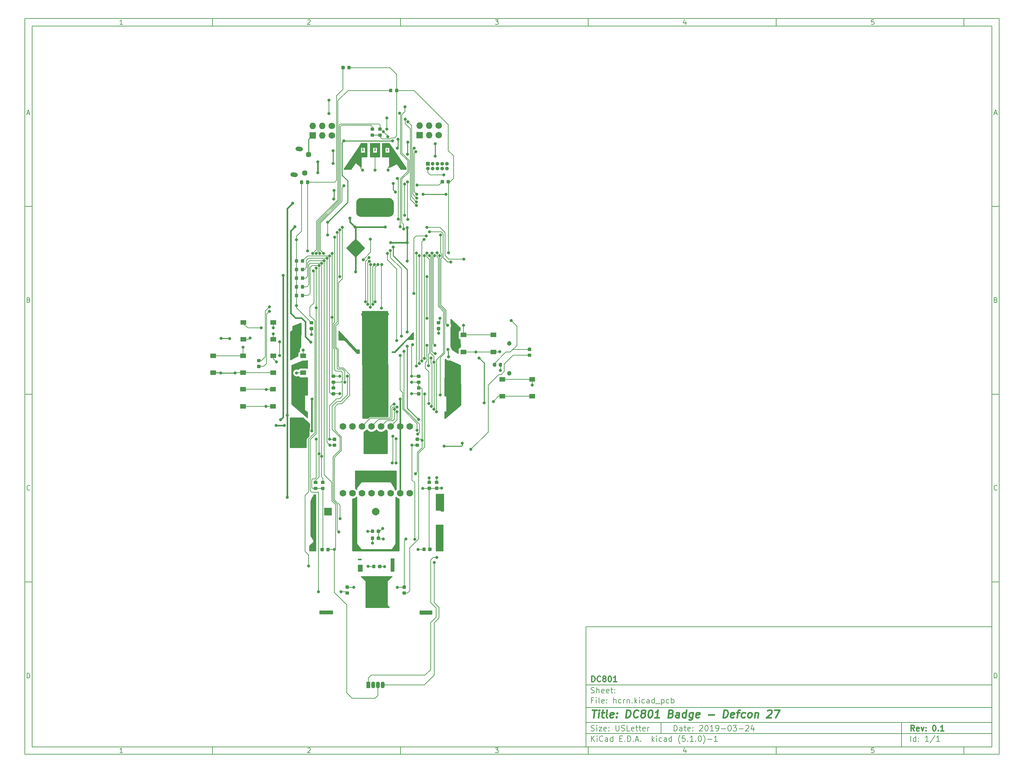
<source format=gtl>
G04 #@! TF.GenerationSoftware,KiCad,Pcbnew,(5.1.0)-1*
G04 #@! TF.CreationDate,2019-04-28T22:44:37-06:00*
G04 #@! TF.ProjectId,hcrn,6863726e-2e6b-4696-9361-645f70636258,0.1*
G04 #@! TF.SameCoordinates,Original*
G04 #@! TF.FileFunction,Copper,L1,Top*
G04 #@! TF.FilePolarity,Positive*
%FSLAX46Y46*%
G04 Gerber Fmt 4.6, Leading zero omitted, Abs format (unit mm)*
G04 Created by KiCad (PCBNEW (5.1.0)-1) date 2019-04-28 22:44:37*
%MOMM*%
%LPD*%
G04 APERTURE LIST*
%ADD10C,0.100000*%
%ADD11C,0.150000*%
%ADD12C,0.300000*%
%ADD13C,0.400000*%
%ADD14C,0.127000*%
%ADD15R,2.000000X2.000000*%
%ADD16C,2.000000*%
%ADD17C,5.000000*%
%ADD18C,1.200000*%
%ADD19R,1.550000X1.300000*%
%ADD20C,0.875000*%
%ADD21R,1.070000X1.800000*%
%ADD22O,1.070000X1.800000*%
%ADD23C,1.450000*%
%ADD24C,1.200000*%
%ADD25C,0.500000*%
%ADD26C,3.600000*%
%ADD27R,1.000000X1.000000*%
%ADD28O,1.000000X1.000000*%
%ADD29C,1.778000*%
%ADD30C,1.727200*%
%ADD31O,1.727200X1.727200*%
%ADD32R,1.727200X1.727200*%
%ADD33C,0.800000*%
%ADD34C,0.177800*%
%ADD35C,0.254000*%
%ADD36C,0.381000*%
G04 APERTURE END LIST*
D10*
D11*
X159400000Y-171900000D02*
X159400000Y-203900000D01*
X267400000Y-203900000D01*
X267400000Y-171900000D01*
X159400000Y-171900000D01*
D10*
D11*
X10000000Y-10000000D02*
X10000000Y-205900000D01*
X269400000Y-205900000D01*
X269400000Y-10000000D01*
X10000000Y-10000000D01*
D10*
D11*
X12000000Y-12000000D02*
X12000000Y-203900000D01*
X267400000Y-203900000D01*
X267400000Y-12000000D01*
X12000000Y-12000000D01*
D10*
D11*
X60000000Y-12000000D02*
X60000000Y-10000000D01*
D10*
D11*
X110000000Y-12000000D02*
X110000000Y-10000000D01*
D10*
D11*
X160000000Y-12000000D02*
X160000000Y-10000000D01*
D10*
D11*
X210000000Y-12000000D02*
X210000000Y-10000000D01*
D10*
D11*
X260000000Y-12000000D02*
X260000000Y-10000000D01*
D10*
D11*
X36065476Y-11588095D02*
X35322619Y-11588095D01*
X35694047Y-11588095D02*
X35694047Y-10288095D01*
X35570238Y-10473809D01*
X35446428Y-10597619D01*
X35322619Y-10659523D01*
D10*
D11*
X85322619Y-10411904D02*
X85384523Y-10350000D01*
X85508333Y-10288095D01*
X85817857Y-10288095D01*
X85941666Y-10350000D01*
X86003571Y-10411904D01*
X86065476Y-10535714D01*
X86065476Y-10659523D01*
X86003571Y-10845238D01*
X85260714Y-11588095D01*
X86065476Y-11588095D01*
D10*
D11*
X135260714Y-10288095D02*
X136065476Y-10288095D01*
X135632142Y-10783333D01*
X135817857Y-10783333D01*
X135941666Y-10845238D01*
X136003571Y-10907142D01*
X136065476Y-11030952D01*
X136065476Y-11340476D01*
X136003571Y-11464285D01*
X135941666Y-11526190D01*
X135817857Y-11588095D01*
X135446428Y-11588095D01*
X135322619Y-11526190D01*
X135260714Y-11464285D01*
D10*
D11*
X185941666Y-10721428D02*
X185941666Y-11588095D01*
X185632142Y-10226190D02*
X185322619Y-11154761D01*
X186127380Y-11154761D01*
D10*
D11*
X236003571Y-10288095D02*
X235384523Y-10288095D01*
X235322619Y-10907142D01*
X235384523Y-10845238D01*
X235508333Y-10783333D01*
X235817857Y-10783333D01*
X235941666Y-10845238D01*
X236003571Y-10907142D01*
X236065476Y-11030952D01*
X236065476Y-11340476D01*
X236003571Y-11464285D01*
X235941666Y-11526190D01*
X235817857Y-11588095D01*
X235508333Y-11588095D01*
X235384523Y-11526190D01*
X235322619Y-11464285D01*
D10*
D11*
X60000000Y-203900000D02*
X60000000Y-205900000D01*
D10*
D11*
X110000000Y-203900000D02*
X110000000Y-205900000D01*
D10*
D11*
X160000000Y-203900000D02*
X160000000Y-205900000D01*
D10*
D11*
X210000000Y-203900000D02*
X210000000Y-205900000D01*
D10*
D11*
X260000000Y-203900000D02*
X260000000Y-205900000D01*
D10*
D11*
X36065476Y-205488095D02*
X35322619Y-205488095D01*
X35694047Y-205488095D02*
X35694047Y-204188095D01*
X35570238Y-204373809D01*
X35446428Y-204497619D01*
X35322619Y-204559523D01*
D10*
D11*
X85322619Y-204311904D02*
X85384523Y-204250000D01*
X85508333Y-204188095D01*
X85817857Y-204188095D01*
X85941666Y-204250000D01*
X86003571Y-204311904D01*
X86065476Y-204435714D01*
X86065476Y-204559523D01*
X86003571Y-204745238D01*
X85260714Y-205488095D01*
X86065476Y-205488095D01*
D10*
D11*
X135260714Y-204188095D02*
X136065476Y-204188095D01*
X135632142Y-204683333D01*
X135817857Y-204683333D01*
X135941666Y-204745238D01*
X136003571Y-204807142D01*
X136065476Y-204930952D01*
X136065476Y-205240476D01*
X136003571Y-205364285D01*
X135941666Y-205426190D01*
X135817857Y-205488095D01*
X135446428Y-205488095D01*
X135322619Y-205426190D01*
X135260714Y-205364285D01*
D10*
D11*
X185941666Y-204621428D02*
X185941666Y-205488095D01*
X185632142Y-204126190D02*
X185322619Y-205054761D01*
X186127380Y-205054761D01*
D10*
D11*
X236003571Y-204188095D02*
X235384523Y-204188095D01*
X235322619Y-204807142D01*
X235384523Y-204745238D01*
X235508333Y-204683333D01*
X235817857Y-204683333D01*
X235941666Y-204745238D01*
X236003571Y-204807142D01*
X236065476Y-204930952D01*
X236065476Y-205240476D01*
X236003571Y-205364285D01*
X235941666Y-205426190D01*
X235817857Y-205488095D01*
X235508333Y-205488095D01*
X235384523Y-205426190D01*
X235322619Y-205364285D01*
D10*
D11*
X10000000Y-60000000D02*
X12000000Y-60000000D01*
D10*
D11*
X10000000Y-110000000D02*
X12000000Y-110000000D01*
D10*
D11*
X10000000Y-160000000D02*
X12000000Y-160000000D01*
D10*
D11*
X10690476Y-35216666D02*
X11309523Y-35216666D01*
X10566666Y-35588095D02*
X11000000Y-34288095D01*
X11433333Y-35588095D01*
D10*
D11*
X11092857Y-84907142D02*
X11278571Y-84969047D01*
X11340476Y-85030952D01*
X11402380Y-85154761D01*
X11402380Y-85340476D01*
X11340476Y-85464285D01*
X11278571Y-85526190D01*
X11154761Y-85588095D01*
X10659523Y-85588095D01*
X10659523Y-84288095D01*
X11092857Y-84288095D01*
X11216666Y-84350000D01*
X11278571Y-84411904D01*
X11340476Y-84535714D01*
X11340476Y-84659523D01*
X11278571Y-84783333D01*
X11216666Y-84845238D01*
X11092857Y-84907142D01*
X10659523Y-84907142D01*
D10*
D11*
X11402380Y-135464285D02*
X11340476Y-135526190D01*
X11154761Y-135588095D01*
X11030952Y-135588095D01*
X10845238Y-135526190D01*
X10721428Y-135402380D01*
X10659523Y-135278571D01*
X10597619Y-135030952D01*
X10597619Y-134845238D01*
X10659523Y-134597619D01*
X10721428Y-134473809D01*
X10845238Y-134350000D01*
X11030952Y-134288095D01*
X11154761Y-134288095D01*
X11340476Y-134350000D01*
X11402380Y-134411904D01*
D10*
D11*
X10659523Y-185588095D02*
X10659523Y-184288095D01*
X10969047Y-184288095D01*
X11154761Y-184350000D01*
X11278571Y-184473809D01*
X11340476Y-184597619D01*
X11402380Y-184845238D01*
X11402380Y-185030952D01*
X11340476Y-185278571D01*
X11278571Y-185402380D01*
X11154761Y-185526190D01*
X10969047Y-185588095D01*
X10659523Y-185588095D01*
D10*
D11*
X269400000Y-60000000D02*
X267400000Y-60000000D01*
D10*
D11*
X269400000Y-110000000D02*
X267400000Y-110000000D01*
D10*
D11*
X269400000Y-160000000D02*
X267400000Y-160000000D01*
D10*
D11*
X268090476Y-35216666D02*
X268709523Y-35216666D01*
X267966666Y-35588095D02*
X268400000Y-34288095D01*
X268833333Y-35588095D01*
D10*
D11*
X268492857Y-84907142D02*
X268678571Y-84969047D01*
X268740476Y-85030952D01*
X268802380Y-85154761D01*
X268802380Y-85340476D01*
X268740476Y-85464285D01*
X268678571Y-85526190D01*
X268554761Y-85588095D01*
X268059523Y-85588095D01*
X268059523Y-84288095D01*
X268492857Y-84288095D01*
X268616666Y-84350000D01*
X268678571Y-84411904D01*
X268740476Y-84535714D01*
X268740476Y-84659523D01*
X268678571Y-84783333D01*
X268616666Y-84845238D01*
X268492857Y-84907142D01*
X268059523Y-84907142D01*
D10*
D11*
X268802380Y-135464285D02*
X268740476Y-135526190D01*
X268554761Y-135588095D01*
X268430952Y-135588095D01*
X268245238Y-135526190D01*
X268121428Y-135402380D01*
X268059523Y-135278571D01*
X267997619Y-135030952D01*
X267997619Y-134845238D01*
X268059523Y-134597619D01*
X268121428Y-134473809D01*
X268245238Y-134350000D01*
X268430952Y-134288095D01*
X268554761Y-134288095D01*
X268740476Y-134350000D01*
X268802380Y-134411904D01*
D10*
D11*
X268059523Y-185588095D02*
X268059523Y-184288095D01*
X268369047Y-184288095D01*
X268554761Y-184350000D01*
X268678571Y-184473809D01*
X268740476Y-184597619D01*
X268802380Y-184845238D01*
X268802380Y-185030952D01*
X268740476Y-185278571D01*
X268678571Y-185402380D01*
X268554761Y-185526190D01*
X268369047Y-185588095D01*
X268059523Y-185588095D01*
D10*
D11*
X182832142Y-199678571D02*
X182832142Y-198178571D01*
X183189285Y-198178571D01*
X183403571Y-198250000D01*
X183546428Y-198392857D01*
X183617857Y-198535714D01*
X183689285Y-198821428D01*
X183689285Y-199035714D01*
X183617857Y-199321428D01*
X183546428Y-199464285D01*
X183403571Y-199607142D01*
X183189285Y-199678571D01*
X182832142Y-199678571D01*
X184975000Y-199678571D02*
X184975000Y-198892857D01*
X184903571Y-198750000D01*
X184760714Y-198678571D01*
X184475000Y-198678571D01*
X184332142Y-198750000D01*
X184975000Y-199607142D02*
X184832142Y-199678571D01*
X184475000Y-199678571D01*
X184332142Y-199607142D01*
X184260714Y-199464285D01*
X184260714Y-199321428D01*
X184332142Y-199178571D01*
X184475000Y-199107142D01*
X184832142Y-199107142D01*
X184975000Y-199035714D01*
X185475000Y-198678571D02*
X186046428Y-198678571D01*
X185689285Y-198178571D02*
X185689285Y-199464285D01*
X185760714Y-199607142D01*
X185903571Y-199678571D01*
X186046428Y-199678571D01*
X187117857Y-199607142D02*
X186975000Y-199678571D01*
X186689285Y-199678571D01*
X186546428Y-199607142D01*
X186475000Y-199464285D01*
X186475000Y-198892857D01*
X186546428Y-198750000D01*
X186689285Y-198678571D01*
X186975000Y-198678571D01*
X187117857Y-198750000D01*
X187189285Y-198892857D01*
X187189285Y-199035714D01*
X186475000Y-199178571D01*
X187832142Y-199535714D02*
X187903571Y-199607142D01*
X187832142Y-199678571D01*
X187760714Y-199607142D01*
X187832142Y-199535714D01*
X187832142Y-199678571D01*
X187832142Y-198750000D02*
X187903571Y-198821428D01*
X187832142Y-198892857D01*
X187760714Y-198821428D01*
X187832142Y-198750000D01*
X187832142Y-198892857D01*
X189617857Y-198321428D02*
X189689285Y-198250000D01*
X189832142Y-198178571D01*
X190189285Y-198178571D01*
X190332142Y-198250000D01*
X190403571Y-198321428D01*
X190475000Y-198464285D01*
X190475000Y-198607142D01*
X190403571Y-198821428D01*
X189546428Y-199678571D01*
X190475000Y-199678571D01*
X191403571Y-198178571D02*
X191546428Y-198178571D01*
X191689285Y-198250000D01*
X191760714Y-198321428D01*
X191832142Y-198464285D01*
X191903571Y-198750000D01*
X191903571Y-199107142D01*
X191832142Y-199392857D01*
X191760714Y-199535714D01*
X191689285Y-199607142D01*
X191546428Y-199678571D01*
X191403571Y-199678571D01*
X191260714Y-199607142D01*
X191189285Y-199535714D01*
X191117857Y-199392857D01*
X191046428Y-199107142D01*
X191046428Y-198750000D01*
X191117857Y-198464285D01*
X191189285Y-198321428D01*
X191260714Y-198250000D01*
X191403571Y-198178571D01*
X193332142Y-199678571D02*
X192475000Y-199678571D01*
X192903571Y-199678571D02*
X192903571Y-198178571D01*
X192760714Y-198392857D01*
X192617857Y-198535714D01*
X192475000Y-198607142D01*
X194046428Y-199678571D02*
X194332142Y-199678571D01*
X194475000Y-199607142D01*
X194546428Y-199535714D01*
X194689285Y-199321428D01*
X194760714Y-199035714D01*
X194760714Y-198464285D01*
X194689285Y-198321428D01*
X194617857Y-198250000D01*
X194475000Y-198178571D01*
X194189285Y-198178571D01*
X194046428Y-198250000D01*
X193975000Y-198321428D01*
X193903571Y-198464285D01*
X193903571Y-198821428D01*
X193975000Y-198964285D01*
X194046428Y-199035714D01*
X194189285Y-199107142D01*
X194475000Y-199107142D01*
X194617857Y-199035714D01*
X194689285Y-198964285D01*
X194760714Y-198821428D01*
X195403571Y-199107142D02*
X196546428Y-199107142D01*
X197546428Y-198178571D02*
X197689285Y-198178571D01*
X197832142Y-198250000D01*
X197903571Y-198321428D01*
X197975000Y-198464285D01*
X198046428Y-198750000D01*
X198046428Y-199107142D01*
X197975000Y-199392857D01*
X197903571Y-199535714D01*
X197832142Y-199607142D01*
X197689285Y-199678571D01*
X197546428Y-199678571D01*
X197403571Y-199607142D01*
X197332142Y-199535714D01*
X197260714Y-199392857D01*
X197189285Y-199107142D01*
X197189285Y-198750000D01*
X197260714Y-198464285D01*
X197332142Y-198321428D01*
X197403571Y-198250000D01*
X197546428Y-198178571D01*
X198546428Y-198178571D02*
X199475000Y-198178571D01*
X198975000Y-198750000D01*
X199189285Y-198750000D01*
X199332142Y-198821428D01*
X199403571Y-198892857D01*
X199475000Y-199035714D01*
X199475000Y-199392857D01*
X199403571Y-199535714D01*
X199332142Y-199607142D01*
X199189285Y-199678571D01*
X198760714Y-199678571D01*
X198617857Y-199607142D01*
X198546428Y-199535714D01*
X200117857Y-199107142D02*
X201260714Y-199107142D01*
X201903571Y-198321428D02*
X201975000Y-198250000D01*
X202117857Y-198178571D01*
X202475000Y-198178571D01*
X202617857Y-198250000D01*
X202689285Y-198321428D01*
X202760714Y-198464285D01*
X202760714Y-198607142D01*
X202689285Y-198821428D01*
X201832142Y-199678571D01*
X202760714Y-199678571D01*
X204046428Y-198678571D02*
X204046428Y-199678571D01*
X203689285Y-198107142D02*
X203332142Y-199178571D01*
X204260714Y-199178571D01*
D10*
D11*
X159400000Y-200400000D02*
X267400000Y-200400000D01*
D10*
D11*
X160832142Y-202478571D02*
X160832142Y-200978571D01*
X161689285Y-202478571D02*
X161046428Y-201621428D01*
X161689285Y-200978571D02*
X160832142Y-201835714D01*
X162332142Y-202478571D02*
X162332142Y-201478571D01*
X162332142Y-200978571D02*
X162260714Y-201050000D01*
X162332142Y-201121428D01*
X162403571Y-201050000D01*
X162332142Y-200978571D01*
X162332142Y-201121428D01*
X163903571Y-202335714D02*
X163832142Y-202407142D01*
X163617857Y-202478571D01*
X163475000Y-202478571D01*
X163260714Y-202407142D01*
X163117857Y-202264285D01*
X163046428Y-202121428D01*
X162975000Y-201835714D01*
X162975000Y-201621428D01*
X163046428Y-201335714D01*
X163117857Y-201192857D01*
X163260714Y-201050000D01*
X163475000Y-200978571D01*
X163617857Y-200978571D01*
X163832142Y-201050000D01*
X163903571Y-201121428D01*
X165189285Y-202478571D02*
X165189285Y-201692857D01*
X165117857Y-201550000D01*
X164975000Y-201478571D01*
X164689285Y-201478571D01*
X164546428Y-201550000D01*
X165189285Y-202407142D02*
X165046428Y-202478571D01*
X164689285Y-202478571D01*
X164546428Y-202407142D01*
X164475000Y-202264285D01*
X164475000Y-202121428D01*
X164546428Y-201978571D01*
X164689285Y-201907142D01*
X165046428Y-201907142D01*
X165189285Y-201835714D01*
X166546428Y-202478571D02*
X166546428Y-200978571D01*
X166546428Y-202407142D02*
X166403571Y-202478571D01*
X166117857Y-202478571D01*
X165975000Y-202407142D01*
X165903571Y-202335714D01*
X165832142Y-202192857D01*
X165832142Y-201764285D01*
X165903571Y-201621428D01*
X165975000Y-201550000D01*
X166117857Y-201478571D01*
X166403571Y-201478571D01*
X166546428Y-201550000D01*
X168403571Y-201692857D02*
X168903571Y-201692857D01*
X169117857Y-202478571D02*
X168403571Y-202478571D01*
X168403571Y-200978571D01*
X169117857Y-200978571D01*
X169760714Y-202335714D02*
X169832142Y-202407142D01*
X169760714Y-202478571D01*
X169689285Y-202407142D01*
X169760714Y-202335714D01*
X169760714Y-202478571D01*
X170475000Y-202478571D02*
X170475000Y-200978571D01*
X170832142Y-200978571D01*
X171046428Y-201050000D01*
X171189285Y-201192857D01*
X171260714Y-201335714D01*
X171332142Y-201621428D01*
X171332142Y-201835714D01*
X171260714Y-202121428D01*
X171189285Y-202264285D01*
X171046428Y-202407142D01*
X170832142Y-202478571D01*
X170475000Y-202478571D01*
X171975000Y-202335714D02*
X172046428Y-202407142D01*
X171975000Y-202478571D01*
X171903571Y-202407142D01*
X171975000Y-202335714D01*
X171975000Y-202478571D01*
X172617857Y-202050000D02*
X173332142Y-202050000D01*
X172475000Y-202478571D02*
X172975000Y-200978571D01*
X173475000Y-202478571D01*
X173975000Y-202335714D02*
X174046428Y-202407142D01*
X173975000Y-202478571D01*
X173903571Y-202407142D01*
X173975000Y-202335714D01*
X173975000Y-202478571D01*
X176975000Y-202478571D02*
X176975000Y-200978571D01*
X177117857Y-201907142D02*
X177546428Y-202478571D01*
X177546428Y-201478571D02*
X176975000Y-202050000D01*
X178189285Y-202478571D02*
X178189285Y-201478571D01*
X178189285Y-200978571D02*
X178117857Y-201050000D01*
X178189285Y-201121428D01*
X178260714Y-201050000D01*
X178189285Y-200978571D01*
X178189285Y-201121428D01*
X179546428Y-202407142D02*
X179403571Y-202478571D01*
X179117857Y-202478571D01*
X178975000Y-202407142D01*
X178903571Y-202335714D01*
X178832142Y-202192857D01*
X178832142Y-201764285D01*
X178903571Y-201621428D01*
X178975000Y-201550000D01*
X179117857Y-201478571D01*
X179403571Y-201478571D01*
X179546428Y-201550000D01*
X180832142Y-202478571D02*
X180832142Y-201692857D01*
X180760714Y-201550000D01*
X180617857Y-201478571D01*
X180332142Y-201478571D01*
X180189285Y-201550000D01*
X180832142Y-202407142D02*
X180689285Y-202478571D01*
X180332142Y-202478571D01*
X180189285Y-202407142D01*
X180117857Y-202264285D01*
X180117857Y-202121428D01*
X180189285Y-201978571D01*
X180332142Y-201907142D01*
X180689285Y-201907142D01*
X180832142Y-201835714D01*
X182189285Y-202478571D02*
X182189285Y-200978571D01*
X182189285Y-202407142D02*
X182046428Y-202478571D01*
X181760714Y-202478571D01*
X181617857Y-202407142D01*
X181546428Y-202335714D01*
X181475000Y-202192857D01*
X181475000Y-201764285D01*
X181546428Y-201621428D01*
X181617857Y-201550000D01*
X181760714Y-201478571D01*
X182046428Y-201478571D01*
X182189285Y-201550000D01*
X184475000Y-203050000D02*
X184403571Y-202978571D01*
X184260714Y-202764285D01*
X184189285Y-202621428D01*
X184117857Y-202407142D01*
X184046428Y-202050000D01*
X184046428Y-201764285D01*
X184117857Y-201407142D01*
X184189285Y-201192857D01*
X184260714Y-201050000D01*
X184403571Y-200835714D01*
X184475000Y-200764285D01*
X185760714Y-200978571D02*
X185046428Y-200978571D01*
X184975000Y-201692857D01*
X185046428Y-201621428D01*
X185189285Y-201550000D01*
X185546428Y-201550000D01*
X185689285Y-201621428D01*
X185760714Y-201692857D01*
X185832142Y-201835714D01*
X185832142Y-202192857D01*
X185760714Y-202335714D01*
X185689285Y-202407142D01*
X185546428Y-202478571D01*
X185189285Y-202478571D01*
X185046428Y-202407142D01*
X184975000Y-202335714D01*
X186475000Y-202335714D02*
X186546428Y-202407142D01*
X186475000Y-202478571D01*
X186403571Y-202407142D01*
X186475000Y-202335714D01*
X186475000Y-202478571D01*
X187975000Y-202478571D02*
X187117857Y-202478571D01*
X187546428Y-202478571D02*
X187546428Y-200978571D01*
X187403571Y-201192857D01*
X187260714Y-201335714D01*
X187117857Y-201407142D01*
X188617857Y-202335714D02*
X188689285Y-202407142D01*
X188617857Y-202478571D01*
X188546428Y-202407142D01*
X188617857Y-202335714D01*
X188617857Y-202478571D01*
X189617857Y-200978571D02*
X189760714Y-200978571D01*
X189903571Y-201050000D01*
X189975000Y-201121428D01*
X190046428Y-201264285D01*
X190117857Y-201550000D01*
X190117857Y-201907142D01*
X190046428Y-202192857D01*
X189975000Y-202335714D01*
X189903571Y-202407142D01*
X189760714Y-202478571D01*
X189617857Y-202478571D01*
X189475000Y-202407142D01*
X189403571Y-202335714D01*
X189332142Y-202192857D01*
X189260714Y-201907142D01*
X189260714Y-201550000D01*
X189332142Y-201264285D01*
X189403571Y-201121428D01*
X189475000Y-201050000D01*
X189617857Y-200978571D01*
X190617857Y-203050000D02*
X190689285Y-202978571D01*
X190832142Y-202764285D01*
X190903571Y-202621428D01*
X190975000Y-202407142D01*
X191046428Y-202050000D01*
X191046428Y-201764285D01*
X190975000Y-201407142D01*
X190903571Y-201192857D01*
X190832142Y-201050000D01*
X190689285Y-200835714D01*
X190617857Y-200764285D01*
X191760714Y-201907142D02*
X192903571Y-201907142D01*
X194403571Y-202478571D02*
X193546428Y-202478571D01*
X193975000Y-202478571D02*
X193975000Y-200978571D01*
X193832142Y-201192857D01*
X193689285Y-201335714D01*
X193546428Y-201407142D01*
D10*
D11*
X159400000Y-197400000D02*
X267400000Y-197400000D01*
D10*
D12*
X246809285Y-199678571D02*
X246309285Y-198964285D01*
X245952142Y-199678571D02*
X245952142Y-198178571D01*
X246523571Y-198178571D01*
X246666428Y-198250000D01*
X246737857Y-198321428D01*
X246809285Y-198464285D01*
X246809285Y-198678571D01*
X246737857Y-198821428D01*
X246666428Y-198892857D01*
X246523571Y-198964285D01*
X245952142Y-198964285D01*
X248023571Y-199607142D02*
X247880714Y-199678571D01*
X247595000Y-199678571D01*
X247452142Y-199607142D01*
X247380714Y-199464285D01*
X247380714Y-198892857D01*
X247452142Y-198750000D01*
X247595000Y-198678571D01*
X247880714Y-198678571D01*
X248023571Y-198750000D01*
X248095000Y-198892857D01*
X248095000Y-199035714D01*
X247380714Y-199178571D01*
X248595000Y-198678571D02*
X248952142Y-199678571D01*
X249309285Y-198678571D01*
X249880714Y-199535714D02*
X249952142Y-199607142D01*
X249880714Y-199678571D01*
X249809285Y-199607142D01*
X249880714Y-199535714D01*
X249880714Y-199678571D01*
X249880714Y-198750000D02*
X249952142Y-198821428D01*
X249880714Y-198892857D01*
X249809285Y-198821428D01*
X249880714Y-198750000D01*
X249880714Y-198892857D01*
X252023571Y-198178571D02*
X252166428Y-198178571D01*
X252309285Y-198250000D01*
X252380714Y-198321428D01*
X252452142Y-198464285D01*
X252523571Y-198750000D01*
X252523571Y-199107142D01*
X252452142Y-199392857D01*
X252380714Y-199535714D01*
X252309285Y-199607142D01*
X252166428Y-199678571D01*
X252023571Y-199678571D01*
X251880714Y-199607142D01*
X251809285Y-199535714D01*
X251737857Y-199392857D01*
X251666428Y-199107142D01*
X251666428Y-198750000D01*
X251737857Y-198464285D01*
X251809285Y-198321428D01*
X251880714Y-198250000D01*
X252023571Y-198178571D01*
X253166428Y-199535714D02*
X253237857Y-199607142D01*
X253166428Y-199678571D01*
X253095000Y-199607142D01*
X253166428Y-199535714D01*
X253166428Y-199678571D01*
X254666428Y-199678571D02*
X253809285Y-199678571D01*
X254237857Y-199678571D02*
X254237857Y-198178571D01*
X254095000Y-198392857D01*
X253952142Y-198535714D01*
X253809285Y-198607142D01*
D10*
D11*
X160760714Y-199607142D02*
X160975000Y-199678571D01*
X161332142Y-199678571D01*
X161475000Y-199607142D01*
X161546428Y-199535714D01*
X161617857Y-199392857D01*
X161617857Y-199250000D01*
X161546428Y-199107142D01*
X161475000Y-199035714D01*
X161332142Y-198964285D01*
X161046428Y-198892857D01*
X160903571Y-198821428D01*
X160832142Y-198750000D01*
X160760714Y-198607142D01*
X160760714Y-198464285D01*
X160832142Y-198321428D01*
X160903571Y-198250000D01*
X161046428Y-198178571D01*
X161403571Y-198178571D01*
X161617857Y-198250000D01*
X162260714Y-199678571D02*
X162260714Y-198678571D01*
X162260714Y-198178571D02*
X162189285Y-198250000D01*
X162260714Y-198321428D01*
X162332142Y-198250000D01*
X162260714Y-198178571D01*
X162260714Y-198321428D01*
X162832142Y-198678571D02*
X163617857Y-198678571D01*
X162832142Y-199678571D01*
X163617857Y-199678571D01*
X164760714Y-199607142D02*
X164617857Y-199678571D01*
X164332142Y-199678571D01*
X164189285Y-199607142D01*
X164117857Y-199464285D01*
X164117857Y-198892857D01*
X164189285Y-198750000D01*
X164332142Y-198678571D01*
X164617857Y-198678571D01*
X164760714Y-198750000D01*
X164832142Y-198892857D01*
X164832142Y-199035714D01*
X164117857Y-199178571D01*
X165475000Y-199535714D02*
X165546428Y-199607142D01*
X165475000Y-199678571D01*
X165403571Y-199607142D01*
X165475000Y-199535714D01*
X165475000Y-199678571D01*
X165475000Y-198750000D02*
X165546428Y-198821428D01*
X165475000Y-198892857D01*
X165403571Y-198821428D01*
X165475000Y-198750000D01*
X165475000Y-198892857D01*
X167332142Y-198178571D02*
X167332142Y-199392857D01*
X167403571Y-199535714D01*
X167475000Y-199607142D01*
X167617857Y-199678571D01*
X167903571Y-199678571D01*
X168046428Y-199607142D01*
X168117857Y-199535714D01*
X168189285Y-199392857D01*
X168189285Y-198178571D01*
X168832142Y-199607142D02*
X169046428Y-199678571D01*
X169403571Y-199678571D01*
X169546428Y-199607142D01*
X169617857Y-199535714D01*
X169689285Y-199392857D01*
X169689285Y-199250000D01*
X169617857Y-199107142D01*
X169546428Y-199035714D01*
X169403571Y-198964285D01*
X169117857Y-198892857D01*
X168975000Y-198821428D01*
X168903571Y-198750000D01*
X168832142Y-198607142D01*
X168832142Y-198464285D01*
X168903571Y-198321428D01*
X168975000Y-198250000D01*
X169117857Y-198178571D01*
X169475000Y-198178571D01*
X169689285Y-198250000D01*
X171046428Y-199678571D02*
X170332142Y-199678571D01*
X170332142Y-198178571D01*
X172117857Y-199607142D02*
X171975000Y-199678571D01*
X171689285Y-199678571D01*
X171546428Y-199607142D01*
X171475000Y-199464285D01*
X171475000Y-198892857D01*
X171546428Y-198750000D01*
X171689285Y-198678571D01*
X171975000Y-198678571D01*
X172117857Y-198750000D01*
X172189285Y-198892857D01*
X172189285Y-199035714D01*
X171475000Y-199178571D01*
X172617857Y-198678571D02*
X173189285Y-198678571D01*
X172832142Y-198178571D02*
X172832142Y-199464285D01*
X172903571Y-199607142D01*
X173046428Y-199678571D01*
X173189285Y-199678571D01*
X173475000Y-198678571D02*
X174046428Y-198678571D01*
X173689285Y-198178571D02*
X173689285Y-199464285D01*
X173760714Y-199607142D01*
X173903571Y-199678571D01*
X174046428Y-199678571D01*
X175117857Y-199607142D02*
X174975000Y-199678571D01*
X174689285Y-199678571D01*
X174546428Y-199607142D01*
X174475000Y-199464285D01*
X174475000Y-198892857D01*
X174546428Y-198750000D01*
X174689285Y-198678571D01*
X174975000Y-198678571D01*
X175117857Y-198750000D01*
X175189285Y-198892857D01*
X175189285Y-199035714D01*
X174475000Y-199178571D01*
X175832142Y-199678571D02*
X175832142Y-198678571D01*
X175832142Y-198964285D02*
X175903571Y-198821428D01*
X175975000Y-198750000D01*
X176117857Y-198678571D01*
X176260714Y-198678571D01*
D10*
D11*
X245832142Y-202478571D02*
X245832142Y-200978571D01*
X247189285Y-202478571D02*
X247189285Y-200978571D01*
X247189285Y-202407142D02*
X247046428Y-202478571D01*
X246760714Y-202478571D01*
X246617857Y-202407142D01*
X246546428Y-202335714D01*
X246475000Y-202192857D01*
X246475000Y-201764285D01*
X246546428Y-201621428D01*
X246617857Y-201550000D01*
X246760714Y-201478571D01*
X247046428Y-201478571D01*
X247189285Y-201550000D01*
X247903571Y-202335714D02*
X247975000Y-202407142D01*
X247903571Y-202478571D01*
X247832142Y-202407142D01*
X247903571Y-202335714D01*
X247903571Y-202478571D01*
X247903571Y-201550000D02*
X247975000Y-201621428D01*
X247903571Y-201692857D01*
X247832142Y-201621428D01*
X247903571Y-201550000D01*
X247903571Y-201692857D01*
X250546428Y-202478571D02*
X249689285Y-202478571D01*
X250117857Y-202478571D02*
X250117857Y-200978571D01*
X249975000Y-201192857D01*
X249832142Y-201335714D01*
X249689285Y-201407142D01*
X252260714Y-200907142D02*
X250975000Y-202835714D01*
X253546428Y-202478571D02*
X252689285Y-202478571D01*
X253117857Y-202478571D02*
X253117857Y-200978571D01*
X252975000Y-201192857D01*
X252832142Y-201335714D01*
X252689285Y-201407142D01*
D10*
D11*
X159400000Y-193400000D02*
X267400000Y-193400000D01*
D10*
D13*
X161112380Y-194104761D02*
X162255238Y-194104761D01*
X161433809Y-196104761D02*
X161683809Y-194104761D01*
X162671904Y-196104761D02*
X162838571Y-194771428D01*
X162921904Y-194104761D02*
X162814761Y-194200000D01*
X162898095Y-194295238D01*
X163005238Y-194200000D01*
X162921904Y-194104761D01*
X162898095Y-194295238D01*
X163505238Y-194771428D02*
X164267142Y-194771428D01*
X163874285Y-194104761D02*
X163660000Y-195819047D01*
X163731428Y-196009523D01*
X163910000Y-196104761D01*
X164100476Y-196104761D01*
X165052857Y-196104761D02*
X164874285Y-196009523D01*
X164802857Y-195819047D01*
X165017142Y-194104761D01*
X166588571Y-196009523D02*
X166386190Y-196104761D01*
X166005238Y-196104761D01*
X165826666Y-196009523D01*
X165755238Y-195819047D01*
X165850476Y-195057142D01*
X165969523Y-194866666D01*
X166171904Y-194771428D01*
X166552857Y-194771428D01*
X166731428Y-194866666D01*
X166802857Y-195057142D01*
X166779047Y-195247619D01*
X165802857Y-195438095D01*
X167552857Y-195914285D02*
X167636190Y-196009523D01*
X167529047Y-196104761D01*
X167445714Y-196009523D01*
X167552857Y-195914285D01*
X167529047Y-196104761D01*
X167683809Y-194866666D02*
X167767142Y-194961904D01*
X167660000Y-195057142D01*
X167576666Y-194961904D01*
X167683809Y-194866666D01*
X167660000Y-195057142D01*
X170005238Y-196104761D02*
X170255238Y-194104761D01*
X170731428Y-194104761D01*
X171005238Y-194200000D01*
X171171904Y-194390476D01*
X171243333Y-194580952D01*
X171290952Y-194961904D01*
X171255238Y-195247619D01*
X171112380Y-195628571D01*
X170993333Y-195819047D01*
X170779047Y-196009523D01*
X170481428Y-196104761D01*
X170005238Y-196104761D01*
X173171904Y-195914285D02*
X173064761Y-196009523D01*
X172767142Y-196104761D01*
X172576666Y-196104761D01*
X172302857Y-196009523D01*
X172136190Y-195819047D01*
X172064761Y-195628571D01*
X172017142Y-195247619D01*
X172052857Y-194961904D01*
X172195714Y-194580952D01*
X172314761Y-194390476D01*
X172529047Y-194200000D01*
X172826666Y-194104761D01*
X173017142Y-194104761D01*
X173290952Y-194200000D01*
X173374285Y-194295238D01*
X174433809Y-194961904D02*
X174255238Y-194866666D01*
X174171904Y-194771428D01*
X174100476Y-194580952D01*
X174112380Y-194485714D01*
X174231428Y-194295238D01*
X174338571Y-194200000D01*
X174540952Y-194104761D01*
X174921904Y-194104761D01*
X175100476Y-194200000D01*
X175183809Y-194295238D01*
X175255238Y-194485714D01*
X175243333Y-194580952D01*
X175124285Y-194771428D01*
X175017142Y-194866666D01*
X174814761Y-194961904D01*
X174433809Y-194961904D01*
X174231428Y-195057142D01*
X174124285Y-195152380D01*
X174005238Y-195342857D01*
X173957619Y-195723809D01*
X174029047Y-195914285D01*
X174112380Y-196009523D01*
X174290952Y-196104761D01*
X174671904Y-196104761D01*
X174874285Y-196009523D01*
X174981428Y-195914285D01*
X175100476Y-195723809D01*
X175148095Y-195342857D01*
X175076666Y-195152380D01*
X174993333Y-195057142D01*
X174814761Y-194961904D01*
X176540952Y-194104761D02*
X176731428Y-194104761D01*
X176910000Y-194200000D01*
X176993333Y-194295238D01*
X177064761Y-194485714D01*
X177112380Y-194866666D01*
X177052857Y-195342857D01*
X176910000Y-195723809D01*
X176790952Y-195914285D01*
X176683809Y-196009523D01*
X176481428Y-196104761D01*
X176290952Y-196104761D01*
X176112380Y-196009523D01*
X176029047Y-195914285D01*
X175957619Y-195723809D01*
X175910000Y-195342857D01*
X175969523Y-194866666D01*
X176112380Y-194485714D01*
X176231428Y-194295238D01*
X176338571Y-194200000D01*
X176540952Y-194104761D01*
X178862380Y-196104761D02*
X177719523Y-196104761D01*
X178290952Y-196104761D02*
X178540952Y-194104761D01*
X178314761Y-194390476D01*
X178100476Y-194580952D01*
X177898095Y-194676190D01*
X182040952Y-195057142D02*
X182314761Y-195152380D01*
X182398095Y-195247619D01*
X182469523Y-195438095D01*
X182433809Y-195723809D01*
X182314761Y-195914285D01*
X182207619Y-196009523D01*
X182005238Y-196104761D01*
X181243333Y-196104761D01*
X181493333Y-194104761D01*
X182160000Y-194104761D01*
X182338571Y-194200000D01*
X182421904Y-194295238D01*
X182493333Y-194485714D01*
X182469523Y-194676190D01*
X182350476Y-194866666D01*
X182243333Y-194961904D01*
X182040952Y-195057142D01*
X181374285Y-195057142D01*
X184100476Y-196104761D02*
X184231428Y-195057142D01*
X184160000Y-194866666D01*
X183981428Y-194771428D01*
X183600476Y-194771428D01*
X183398095Y-194866666D01*
X184112380Y-196009523D02*
X183910000Y-196104761D01*
X183433809Y-196104761D01*
X183255238Y-196009523D01*
X183183809Y-195819047D01*
X183207619Y-195628571D01*
X183326666Y-195438095D01*
X183529047Y-195342857D01*
X184005238Y-195342857D01*
X184207619Y-195247619D01*
X185910000Y-196104761D02*
X186160000Y-194104761D01*
X185921904Y-196009523D02*
X185719523Y-196104761D01*
X185338571Y-196104761D01*
X185160000Y-196009523D01*
X185076666Y-195914285D01*
X185005238Y-195723809D01*
X185076666Y-195152380D01*
X185195714Y-194961904D01*
X185302857Y-194866666D01*
X185505238Y-194771428D01*
X185886190Y-194771428D01*
X186064761Y-194866666D01*
X187886190Y-194771428D02*
X187683809Y-196390476D01*
X187564761Y-196580952D01*
X187457619Y-196676190D01*
X187255238Y-196771428D01*
X186969523Y-196771428D01*
X186790952Y-196676190D01*
X187731428Y-196009523D02*
X187529047Y-196104761D01*
X187148095Y-196104761D01*
X186969523Y-196009523D01*
X186886190Y-195914285D01*
X186814761Y-195723809D01*
X186886190Y-195152380D01*
X187005238Y-194961904D01*
X187112380Y-194866666D01*
X187314761Y-194771428D01*
X187695714Y-194771428D01*
X187874285Y-194866666D01*
X189445714Y-196009523D02*
X189243333Y-196104761D01*
X188862380Y-196104761D01*
X188683809Y-196009523D01*
X188612380Y-195819047D01*
X188707619Y-195057142D01*
X188826666Y-194866666D01*
X189029047Y-194771428D01*
X189410000Y-194771428D01*
X189588571Y-194866666D01*
X189660000Y-195057142D01*
X189636190Y-195247619D01*
X188660000Y-195438095D01*
X192005238Y-195342857D02*
X193529047Y-195342857D01*
X195910000Y-196104761D02*
X196160000Y-194104761D01*
X196636190Y-194104761D01*
X196910000Y-194200000D01*
X197076666Y-194390476D01*
X197148095Y-194580952D01*
X197195714Y-194961904D01*
X197160000Y-195247619D01*
X197017142Y-195628571D01*
X196898095Y-195819047D01*
X196683809Y-196009523D01*
X196386190Y-196104761D01*
X195910000Y-196104761D01*
X198683809Y-196009523D02*
X198481428Y-196104761D01*
X198100476Y-196104761D01*
X197921904Y-196009523D01*
X197850476Y-195819047D01*
X197945714Y-195057142D01*
X198064761Y-194866666D01*
X198267142Y-194771428D01*
X198648095Y-194771428D01*
X198826666Y-194866666D01*
X198898095Y-195057142D01*
X198874285Y-195247619D01*
X197898095Y-195438095D01*
X199505238Y-194771428D02*
X200267142Y-194771428D01*
X199624285Y-196104761D02*
X199838571Y-194390476D01*
X199957619Y-194200000D01*
X200160000Y-194104761D01*
X200350476Y-194104761D01*
X201636190Y-196009523D02*
X201433809Y-196104761D01*
X201052857Y-196104761D01*
X200874285Y-196009523D01*
X200790952Y-195914285D01*
X200719523Y-195723809D01*
X200790952Y-195152380D01*
X200910000Y-194961904D01*
X201017142Y-194866666D01*
X201219523Y-194771428D01*
X201600476Y-194771428D01*
X201779047Y-194866666D01*
X202767142Y-196104761D02*
X202588571Y-196009523D01*
X202505238Y-195914285D01*
X202433809Y-195723809D01*
X202505238Y-195152380D01*
X202624285Y-194961904D01*
X202731428Y-194866666D01*
X202933809Y-194771428D01*
X203219523Y-194771428D01*
X203398095Y-194866666D01*
X203481428Y-194961904D01*
X203552857Y-195152380D01*
X203481428Y-195723809D01*
X203362380Y-195914285D01*
X203255238Y-196009523D01*
X203052857Y-196104761D01*
X202767142Y-196104761D01*
X204457619Y-194771428D02*
X204290952Y-196104761D01*
X204433809Y-194961904D02*
X204540952Y-194866666D01*
X204743333Y-194771428D01*
X205029047Y-194771428D01*
X205207619Y-194866666D01*
X205279047Y-195057142D01*
X205148095Y-196104761D01*
X207755238Y-194295238D02*
X207862380Y-194200000D01*
X208064761Y-194104761D01*
X208540952Y-194104761D01*
X208719523Y-194200000D01*
X208802857Y-194295238D01*
X208874285Y-194485714D01*
X208850476Y-194676190D01*
X208719523Y-194961904D01*
X207433809Y-196104761D01*
X208671904Y-196104761D01*
X209588571Y-194104761D02*
X210921904Y-194104761D01*
X209814761Y-196104761D01*
D10*
D11*
X161332142Y-191492857D02*
X160832142Y-191492857D01*
X160832142Y-192278571D02*
X160832142Y-190778571D01*
X161546428Y-190778571D01*
X162117857Y-192278571D02*
X162117857Y-191278571D01*
X162117857Y-190778571D02*
X162046428Y-190850000D01*
X162117857Y-190921428D01*
X162189285Y-190850000D01*
X162117857Y-190778571D01*
X162117857Y-190921428D01*
X163046428Y-192278571D02*
X162903571Y-192207142D01*
X162832142Y-192064285D01*
X162832142Y-190778571D01*
X164189285Y-192207142D02*
X164046428Y-192278571D01*
X163760714Y-192278571D01*
X163617857Y-192207142D01*
X163546428Y-192064285D01*
X163546428Y-191492857D01*
X163617857Y-191350000D01*
X163760714Y-191278571D01*
X164046428Y-191278571D01*
X164189285Y-191350000D01*
X164260714Y-191492857D01*
X164260714Y-191635714D01*
X163546428Y-191778571D01*
X164903571Y-192135714D02*
X164975000Y-192207142D01*
X164903571Y-192278571D01*
X164832142Y-192207142D01*
X164903571Y-192135714D01*
X164903571Y-192278571D01*
X164903571Y-191350000D02*
X164975000Y-191421428D01*
X164903571Y-191492857D01*
X164832142Y-191421428D01*
X164903571Y-191350000D01*
X164903571Y-191492857D01*
X166760714Y-192278571D02*
X166760714Y-190778571D01*
X167403571Y-192278571D02*
X167403571Y-191492857D01*
X167332142Y-191350000D01*
X167189285Y-191278571D01*
X166975000Y-191278571D01*
X166832142Y-191350000D01*
X166760714Y-191421428D01*
X168760714Y-192207142D02*
X168617857Y-192278571D01*
X168332142Y-192278571D01*
X168189285Y-192207142D01*
X168117857Y-192135714D01*
X168046428Y-191992857D01*
X168046428Y-191564285D01*
X168117857Y-191421428D01*
X168189285Y-191350000D01*
X168332142Y-191278571D01*
X168617857Y-191278571D01*
X168760714Y-191350000D01*
X169403571Y-192278571D02*
X169403571Y-191278571D01*
X169403571Y-191564285D02*
X169475000Y-191421428D01*
X169546428Y-191350000D01*
X169689285Y-191278571D01*
X169832142Y-191278571D01*
X170332142Y-191278571D02*
X170332142Y-192278571D01*
X170332142Y-191421428D02*
X170403571Y-191350000D01*
X170546428Y-191278571D01*
X170760714Y-191278571D01*
X170903571Y-191350000D01*
X170975000Y-191492857D01*
X170975000Y-192278571D01*
X171689285Y-192135714D02*
X171760714Y-192207142D01*
X171689285Y-192278571D01*
X171617857Y-192207142D01*
X171689285Y-192135714D01*
X171689285Y-192278571D01*
X172403571Y-192278571D02*
X172403571Y-190778571D01*
X172546428Y-191707142D02*
X172975000Y-192278571D01*
X172975000Y-191278571D02*
X172403571Y-191850000D01*
X173617857Y-192278571D02*
X173617857Y-191278571D01*
X173617857Y-190778571D02*
X173546428Y-190850000D01*
X173617857Y-190921428D01*
X173689285Y-190850000D01*
X173617857Y-190778571D01*
X173617857Y-190921428D01*
X174975000Y-192207142D02*
X174832142Y-192278571D01*
X174546428Y-192278571D01*
X174403571Y-192207142D01*
X174332142Y-192135714D01*
X174260714Y-191992857D01*
X174260714Y-191564285D01*
X174332142Y-191421428D01*
X174403571Y-191350000D01*
X174546428Y-191278571D01*
X174832142Y-191278571D01*
X174975000Y-191350000D01*
X176260714Y-192278571D02*
X176260714Y-191492857D01*
X176189285Y-191350000D01*
X176046428Y-191278571D01*
X175760714Y-191278571D01*
X175617857Y-191350000D01*
X176260714Y-192207142D02*
X176117857Y-192278571D01*
X175760714Y-192278571D01*
X175617857Y-192207142D01*
X175546428Y-192064285D01*
X175546428Y-191921428D01*
X175617857Y-191778571D01*
X175760714Y-191707142D01*
X176117857Y-191707142D01*
X176260714Y-191635714D01*
X177617857Y-192278571D02*
X177617857Y-190778571D01*
X177617857Y-192207142D02*
X177475000Y-192278571D01*
X177189285Y-192278571D01*
X177046428Y-192207142D01*
X176975000Y-192135714D01*
X176903571Y-191992857D01*
X176903571Y-191564285D01*
X176975000Y-191421428D01*
X177046428Y-191350000D01*
X177189285Y-191278571D01*
X177475000Y-191278571D01*
X177617857Y-191350000D01*
X177975000Y-192421428D02*
X179117857Y-192421428D01*
X179475000Y-191278571D02*
X179475000Y-192778571D01*
X179475000Y-191350000D02*
X179617857Y-191278571D01*
X179903571Y-191278571D01*
X180046428Y-191350000D01*
X180117857Y-191421428D01*
X180189285Y-191564285D01*
X180189285Y-191992857D01*
X180117857Y-192135714D01*
X180046428Y-192207142D01*
X179903571Y-192278571D01*
X179617857Y-192278571D01*
X179475000Y-192207142D01*
X181475000Y-192207142D02*
X181332142Y-192278571D01*
X181046428Y-192278571D01*
X180903571Y-192207142D01*
X180832142Y-192135714D01*
X180760714Y-191992857D01*
X180760714Y-191564285D01*
X180832142Y-191421428D01*
X180903571Y-191350000D01*
X181046428Y-191278571D01*
X181332142Y-191278571D01*
X181475000Y-191350000D01*
X182117857Y-192278571D02*
X182117857Y-190778571D01*
X182117857Y-191350000D02*
X182260714Y-191278571D01*
X182546428Y-191278571D01*
X182689285Y-191350000D01*
X182760714Y-191421428D01*
X182832142Y-191564285D01*
X182832142Y-191992857D01*
X182760714Y-192135714D01*
X182689285Y-192207142D01*
X182546428Y-192278571D01*
X182260714Y-192278571D01*
X182117857Y-192207142D01*
D10*
D11*
X159400000Y-187400000D02*
X267400000Y-187400000D01*
D10*
D11*
X160760714Y-189507142D02*
X160975000Y-189578571D01*
X161332142Y-189578571D01*
X161475000Y-189507142D01*
X161546428Y-189435714D01*
X161617857Y-189292857D01*
X161617857Y-189150000D01*
X161546428Y-189007142D01*
X161475000Y-188935714D01*
X161332142Y-188864285D01*
X161046428Y-188792857D01*
X160903571Y-188721428D01*
X160832142Y-188650000D01*
X160760714Y-188507142D01*
X160760714Y-188364285D01*
X160832142Y-188221428D01*
X160903571Y-188150000D01*
X161046428Y-188078571D01*
X161403571Y-188078571D01*
X161617857Y-188150000D01*
X162260714Y-189578571D02*
X162260714Y-188078571D01*
X162903571Y-189578571D02*
X162903571Y-188792857D01*
X162832142Y-188650000D01*
X162689285Y-188578571D01*
X162475000Y-188578571D01*
X162332142Y-188650000D01*
X162260714Y-188721428D01*
X164189285Y-189507142D02*
X164046428Y-189578571D01*
X163760714Y-189578571D01*
X163617857Y-189507142D01*
X163546428Y-189364285D01*
X163546428Y-188792857D01*
X163617857Y-188650000D01*
X163760714Y-188578571D01*
X164046428Y-188578571D01*
X164189285Y-188650000D01*
X164260714Y-188792857D01*
X164260714Y-188935714D01*
X163546428Y-189078571D01*
X165475000Y-189507142D02*
X165332142Y-189578571D01*
X165046428Y-189578571D01*
X164903571Y-189507142D01*
X164832142Y-189364285D01*
X164832142Y-188792857D01*
X164903571Y-188650000D01*
X165046428Y-188578571D01*
X165332142Y-188578571D01*
X165475000Y-188650000D01*
X165546428Y-188792857D01*
X165546428Y-188935714D01*
X164832142Y-189078571D01*
X165975000Y-188578571D02*
X166546428Y-188578571D01*
X166189285Y-188078571D02*
X166189285Y-189364285D01*
X166260714Y-189507142D01*
X166403571Y-189578571D01*
X166546428Y-189578571D01*
X167046428Y-189435714D02*
X167117857Y-189507142D01*
X167046428Y-189578571D01*
X166975000Y-189507142D01*
X167046428Y-189435714D01*
X167046428Y-189578571D01*
X167046428Y-188650000D02*
X167117857Y-188721428D01*
X167046428Y-188792857D01*
X166975000Y-188721428D01*
X167046428Y-188650000D01*
X167046428Y-188792857D01*
D10*
D12*
X160952142Y-186578571D02*
X160952142Y-185078571D01*
X161309285Y-185078571D01*
X161523571Y-185150000D01*
X161666428Y-185292857D01*
X161737857Y-185435714D01*
X161809285Y-185721428D01*
X161809285Y-185935714D01*
X161737857Y-186221428D01*
X161666428Y-186364285D01*
X161523571Y-186507142D01*
X161309285Y-186578571D01*
X160952142Y-186578571D01*
X163309285Y-186435714D02*
X163237857Y-186507142D01*
X163023571Y-186578571D01*
X162880714Y-186578571D01*
X162666428Y-186507142D01*
X162523571Y-186364285D01*
X162452142Y-186221428D01*
X162380714Y-185935714D01*
X162380714Y-185721428D01*
X162452142Y-185435714D01*
X162523571Y-185292857D01*
X162666428Y-185150000D01*
X162880714Y-185078571D01*
X163023571Y-185078571D01*
X163237857Y-185150000D01*
X163309285Y-185221428D01*
X164166428Y-185721428D02*
X164023571Y-185650000D01*
X163952142Y-185578571D01*
X163880714Y-185435714D01*
X163880714Y-185364285D01*
X163952142Y-185221428D01*
X164023571Y-185150000D01*
X164166428Y-185078571D01*
X164452142Y-185078571D01*
X164595000Y-185150000D01*
X164666428Y-185221428D01*
X164737857Y-185364285D01*
X164737857Y-185435714D01*
X164666428Y-185578571D01*
X164595000Y-185650000D01*
X164452142Y-185721428D01*
X164166428Y-185721428D01*
X164023571Y-185792857D01*
X163952142Y-185864285D01*
X163880714Y-186007142D01*
X163880714Y-186292857D01*
X163952142Y-186435714D01*
X164023571Y-186507142D01*
X164166428Y-186578571D01*
X164452142Y-186578571D01*
X164595000Y-186507142D01*
X164666428Y-186435714D01*
X164737857Y-186292857D01*
X164737857Y-186007142D01*
X164666428Y-185864285D01*
X164595000Y-185792857D01*
X164452142Y-185721428D01*
X165666428Y-185078571D02*
X165809285Y-185078571D01*
X165952142Y-185150000D01*
X166023571Y-185221428D01*
X166095000Y-185364285D01*
X166166428Y-185650000D01*
X166166428Y-186007142D01*
X166095000Y-186292857D01*
X166023571Y-186435714D01*
X165952142Y-186507142D01*
X165809285Y-186578571D01*
X165666428Y-186578571D01*
X165523571Y-186507142D01*
X165452142Y-186435714D01*
X165380714Y-186292857D01*
X165309285Y-186007142D01*
X165309285Y-185650000D01*
X165380714Y-185364285D01*
X165452142Y-185221428D01*
X165523571Y-185150000D01*
X165666428Y-185078571D01*
X167595000Y-186578571D02*
X166737857Y-186578571D01*
X167166428Y-186578571D02*
X167166428Y-185078571D01*
X167023571Y-185292857D01*
X166880714Y-185435714D01*
X166737857Y-185507142D01*
D10*
D11*
X179400000Y-197400000D02*
X179400000Y-200400000D01*
D10*
D11*
X243400000Y-197400000D02*
X243400000Y-203900000D01*
D14*
X99790666Y-44661809D02*
X100105142Y-44661809D01*
X99935809Y-44855333D01*
X100008380Y-44855333D01*
X100056761Y-44879523D01*
X100080952Y-44903714D01*
X100105142Y-44952095D01*
X100105142Y-45073047D01*
X100080952Y-45121428D01*
X100056761Y-45145619D01*
X100008380Y-45169809D01*
X99863238Y-45169809D01*
X99814857Y-45145619D01*
X99790666Y-45121428D01*
X106645142Y-45169809D02*
X106354857Y-45169809D01*
X106500000Y-45169809D02*
X106500000Y-44661809D01*
X106451619Y-44734380D01*
X106403238Y-44782761D01*
X106354857Y-44806952D01*
X103104857Y-44710190D02*
X103129047Y-44686000D01*
X103177428Y-44661809D01*
X103298380Y-44661809D01*
X103346761Y-44686000D01*
X103370952Y-44710190D01*
X103395142Y-44758571D01*
X103395142Y-44806952D01*
X103370952Y-44879523D01*
X103080666Y-45169809D01*
X103395142Y-45169809D01*
D15*
X90710000Y-141270000D03*
D16*
X103410000Y-141270000D03*
D10*
G36*
X107102521Y-57766019D02*
G01*
X107223863Y-57784018D01*
X107342856Y-57813825D01*
X107458354Y-57855151D01*
X107569246Y-57907598D01*
X107674463Y-57970663D01*
X107772992Y-58043737D01*
X107863883Y-58126117D01*
X107946263Y-58217008D01*
X108019337Y-58315537D01*
X108082402Y-58420754D01*
X108134849Y-58531646D01*
X108176175Y-58647144D01*
X108205982Y-58766137D01*
X108223981Y-58887479D01*
X108230000Y-59010000D01*
X108230000Y-61510000D01*
X108223981Y-61632521D01*
X108205982Y-61753863D01*
X108176175Y-61872856D01*
X108134849Y-61988354D01*
X108082402Y-62099246D01*
X108019337Y-62204463D01*
X107946263Y-62302992D01*
X107863883Y-62393883D01*
X107772992Y-62476263D01*
X107674463Y-62549337D01*
X107569246Y-62612402D01*
X107458354Y-62664849D01*
X107342856Y-62706175D01*
X107223863Y-62735982D01*
X107102521Y-62753981D01*
X106980000Y-62760000D01*
X99480000Y-62760000D01*
X99357479Y-62753981D01*
X99236137Y-62735982D01*
X99117144Y-62706175D01*
X99001646Y-62664849D01*
X98890754Y-62612402D01*
X98785537Y-62549337D01*
X98687008Y-62476263D01*
X98596117Y-62393883D01*
X98513737Y-62302992D01*
X98440663Y-62204463D01*
X98377598Y-62099246D01*
X98325151Y-61988354D01*
X98283825Y-61872856D01*
X98254018Y-61753863D01*
X98236019Y-61632521D01*
X98230000Y-61510000D01*
X98230000Y-59010000D01*
X98236019Y-58887479D01*
X98254018Y-58766137D01*
X98283825Y-58647144D01*
X98325151Y-58531646D01*
X98377598Y-58420754D01*
X98440663Y-58315537D01*
X98513737Y-58217008D01*
X98596117Y-58126117D01*
X98687008Y-58043737D01*
X98785537Y-57970663D01*
X98890754Y-57907598D01*
X99001646Y-57855151D01*
X99117144Y-57813825D01*
X99236137Y-57784018D01*
X99357479Y-57766019D01*
X99480000Y-57760000D01*
X106980000Y-57760000D01*
X107102521Y-57766019D01*
X107102521Y-57766019D01*
G37*
D17*
X103230000Y-60260000D03*
D18*
X139000000Y-96460000D03*
X139000000Y-104440000D03*
D19*
X60155000Y-99820000D03*
X68105000Y-99820000D03*
X60155000Y-104320000D03*
X68105000Y-104320000D03*
D10*
G36*
X86597691Y-90536053D02*
G01*
X86618926Y-90539203D01*
X86639750Y-90544419D01*
X86659962Y-90551651D01*
X86679368Y-90560830D01*
X86697781Y-90571866D01*
X86715024Y-90584654D01*
X86730930Y-90599070D01*
X86745346Y-90614976D01*
X86758134Y-90632219D01*
X86769170Y-90650632D01*
X86778349Y-90670038D01*
X86785581Y-90690250D01*
X86790797Y-90711074D01*
X86793947Y-90732309D01*
X86795000Y-90753750D01*
X86795000Y-91191250D01*
X86793947Y-91212691D01*
X86790797Y-91233926D01*
X86785581Y-91254750D01*
X86778349Y-91274962D01*
X86769170Y-91294368D01*
X86758134Y-91312781D01*
X86745346Y-91330024D01*
X86730930Y-91345930D01*
X86715024Y-91360346D01*
X86697781Y-91373134D01*
X86679368Y-91384170D01*
X86659962Y-91393349D01*
X86639750Y-91400581D01*
X86618926Y-91405797D01*
X86597691Y-91408947D01*
X86576250Y-91410000D01*
X86063750Y-91410000D01*
X86042309Y-91408947D01*
X86021074Y-91405797D01*
X86000250Y-91400581D01*
X85980038Y-91393349D01*
X85960632Y-91384170D01*
X85942219Y-91373134D01*
X85924976Y-91360346D01*
X85909070Y-91345930D01*
X85894654Y-91330024D01*
X85881866Y-91312781D01*
X85870830Y-91294368D01*
X85861651Y-91274962D01*
X85854419Y-91254750D01*
X85849203Y-91233926D01*
X85846053Y-91212691D01*
X85845000Y-91191250D01*
X85845000Y-90753750D01*
X85846053Y-90732309D01*
X85849203Y-90711074D01*
X85854419Y-90690250D01*
X85861651Y-90670038D01*
X85870830Y-90650632D01*
X85881866Y-90632219D01*
X85894654Y-90614976D01*
X85909070Y-90599070D01*
X85924976Y-90584654D01*
X85942219Y-90571866D01*
X85960632Y-90560830D01*
X85980038Y-90551651D01*
X86000250Y-90544419D01*
X86021074Y-90539203D01*
X86042309Y-90536053D01*
X86063750Y-90535000D01*
X86576250Y-90535000D01*
X86597691Y-90536053D01*
X86597691Y-90536053D01*
G37*
D20*
X86320000Y-90972500D03*
D10*
G36*
X86597691Y-92111053D02*
G01*
X86618926Y-92114203D01*
X86639750Y-92119419D01*
X86659962Y-92126651D01*
X86679368Y-92135830D01*
X86697781Y-92146866D01*
X86715024Y-92159654D01*
X86730930Y-92174070D01*
X86745346Y-92189976D01*
X86758134Y-92207219D01*
X86769170Y-92225632D01*
X86778349Y-92245038D01*
X86785581Y-92265250D01*
X86790797Y-92286074D01*
X86793947Y-92307309D01*
X86795000Y-92328750D01*
X86795000Y-92766250D01*
X86793947Y-92787691D01*
X86790797Y-92808926D01*
X86785581Y-92829750D01*
X86778349Y-92849962D01*
X86769170Y-92869368D01*
X86758134Y-92887781D01*
X86745346Y-92905024D01*
X86730930Y-92920930D01*
X86715024Y-92935346D01*
X86697781Y-92948134D01*
X86679368Y-92959170D01*
X86659962Y-92968349D01*
X86639750Y-92975581D01*
X86618926Y-92980797D01*
X86597691Y-92983947D01*
X86576250Y-92985000D01*
X86063750Y-92985000D01*
X86042309Y-92983947D01*
X86021074Y-92980797D01*
X86000250Y-92975581D01*
X85980038Y-92968349D01*
X85960632Y-92959170D01*
X85942219Y-92948134D01*
X85924976Y-92935346D01*
X85909070Y-92920930D01*
X85894654Y-92905024D01*
X85881866Y-92887781D01*
X85870830Y-92869368D01*
X85861651Y-92849962D01*
X85854419Y-92829750D01*
X85849203Y-92808926D01*
X85846053Y-92787691D01*
X85845000Y-92766250D01*
X85845000Y-92328750D01*
X85846053Y-92307309D01*
X85849203Y-92286074D01*
X85854419Y-92265250D01*
X85861651Y-92245038D01*
X85870830Y-92225632D01*
X85881866Y-92207219D01*
X85894654Y-92189976D01*
X85909070Y-92174070D01*
X85924976Y-92159654D01*
X85942219Y-92146866D01*
X85960632Y-92135830D01*
X85980038Y-92126651D01*
X86000250Y-92119419D01*
X86021074Y-92114203D01*
X86042309Y-92111053D01*
X86063750Y-92110000D01*
X86576250Y-92110000D01*
X86597691Y-92111053D01*
X86597691Y-92111053D01*
G37*
D20*
X86320000Y-92547500D03*
D10*
G36*
X84177691Y-74036053D02*
G01*
X84198926Y-74039203D01*
X84219750Y-74044419D01*
X84239962Y-74051651D01*
X84259368Y-74060830D01*
X84277781Y-74071866D01*
X84295024Y-74084654D01*
X84310930Y-74099070D01*
X84325346Y-74114976D01*
X84338134Y-74132219D01*
X84349170Y-74150632D01*
X84358349Y-74170038D01*
X84365581Y-74190250D01*
X84370797Y-74211074D01*
X84373947Y-74232309D01*
X84375000Y-74253750D01*
X84375000Y-74766250D01*
X84373947Y-74787691D01*
X84370797Y-74808926D01*
X84365581Y-74829750D01*
X84358349Y-74849962D01*
X84349170Y-74869368D01*
X84338134Y-74887781D01*
X84325346Y-74905024D01*
X84310930Y-74920930D01*
X84295024Y-74935346D01*
X84277781Y-74948134D01*
X84259368Y-74959170D01*
X84239962Y-74968349D01*
X84219750Y-74975581D01*
X84198926Y-74980797D01*
X84177691Y-74983947D01*
X84156250Y-74985000D01*
X83718750Y-74985000D01*
X83697309Y-74983947D01*
X83676074Y-74980797D01*
X83655250Y-74975581D01*
X83635038Y-74968349D01*
X83615632Y-74959170D01*
X83597219Y-74948134D01*
X83579976Y-74935346D01*
X83564070Y-74920930D01*
X83549654Y-74905024D01*
X83536866Y-74887781D01*
X83525830Y-74869368D01*
X83516651Y-74849962D01*
X83509419Y-74829750D01*
X83504203Y-74808926D01*
X83501053Y-74787691D01*
X83500000Y-74766250D01*
X83500000Y-74253750D01*
X83501053Y-74232309D01*
X83504203Y-74211074D01*
X83509419Y-74190250D01*
X83516651Y-74170038D01*
X83525830Y-74150632D01*
X83536866Y-74132219D01*
X83549654Y-74114976D01*
X83564070Y-74099070D01*
X83579976Y-74084654D01*
X83597219Y-74071866D01*
X83615632Y-74060830D01*
X83635038Y-74051651D01*
X83655250Y-74044419D01*
X83676074Y-74039203D01*
X83697309Y-74036053D01*
X83718750Y-74035000D01*
X84156250Y-74035000D01*
X84177691Y-74036053D01*
X84177691Y-74036053D01*
G37*
D20*
X83937500Y-74510000D03*
D10*
G36*
X82602691Y-74036053D02*
G01*
X82623926Y-74039203D01*
X82644750Y-74044419D01*
X82664962Y-74051651D01*
X82684368Y-74060830D01*
X82702781Y-74071866D01*
X82720024Y-74084654D01*
X82735930Y-74099070D01*
X82750346Y-74114976D01*
X82763134Y-74132219D01*
X82774170Y-74150632D01*
X82783349Y-74170038D01*
X82790581Y-74190250D01*
X82795797Y-74211074D01*
X82798947Y-74232309D01*
X82800000Y-74253750D01*
X82800000Y-74766250D01*
X82798947Y-74787691D01*
X82795797Y-74808926D01*
X82790581Y-74829750D01*
X82783349Y-74849962D01*
X82774170Y-74869368D01*
X82763134Y-74887781D01*
X82750346Y-74905024D01*
X82735930Y-74920930D01*
X82720024Y-74935346D01*
X82702781Y-74948134D01*
X82684368Y-74959170D01*
X82664962Y-74968349D01*
X82644750Y-74975581D01*
X82623926Y-74980797D01*
X82602691Y-74983947D01*
X82581250Y-74985000D01*
X82143750Y-74985000D01*
X82122309Y-74983947D01*
X82101074Y-74980797D01*
X82080250Y-74975581D01*
X82060038Y-74968349D01*
X82040632Y-74959170D01*
X82022219Y-74948134D01*
X82004976Y-74935346D01*
X81989070Y-74920930D01*
X81974654Y-74905024D01*
X81961866Y-74887781D01*
X81950830Y-74869368D01*
X81941651Y-74849962D01*
X81934419Y-74829750D01*
X81929203Y-74808926D01*
X81926053Y-74787691D01*
X81925000Y-74766250D01*
X81925000Y-74253750D01*
X81926053Y-74232309D01*
X81929203Y-74211074D01*
X81934419Y-74190250D01*
X81941651Y-74170038D01*
X81950830Y-74150632D01*
X81961866Y-74132219D01*
X81974654Y-74114976D01*
X81989070Y-74099070D01*
X82004976Y-74084654D01*
X82022219Y-74071866D01*
X82040632Y-74060830D01*
X82060038Y-74051651D01*
X82080250Y-74044419D01*
X82101074Y-74039203D01*
X82122309Y-74036053D01*
X82143750Y-74035000D01*
X82581250Y-74035000D01*
X82602691Y-74036053D01*
X82602691Y-74036053D01*
G37*
D20*
X82362500Y-74510000D03*
D10*
G36*
X82602691Y-76342303D02*
G01*
X82623926Y-76345453D01*
X82644750Y-76350669D01*
X82664962Y-76357901D01*
X82684368Y-76367080D01*
X82702781Y-76378116D01*
X82720024Y-76390904D01*
X82735930Y-76405320D01*
X82750346Y-76421226D01*
X82763134Y-76438469D01*
X82774170Y-76456882D01*
X82783349Y-76476288D01*
X82790581Y-76496500D01*
X82795797Y-76517324D01*
X82798947Y-76538559D01*
X82800000Y-76560000D01*
X82800000Y-77072500D01*
X82798947Y-77093941D01*
X82795797Y-77115176D01*
X82790581Y-77136000D01*
X82783349Y-77156212D01*
X82774170Y-77175618D01*
X82763134Y-77194031D01*
X82750346Y-77211274D01*
X82735930Y-77227180D01*
X82720024Y-77241596D01*
X82702781Y-77254384D01*
X82684368Y-77265420D01*
X82664962Y-77274599D01*
X82644750Y-77281831D01*
X82623926Y-77287047D01*
X82602691Y-77290197D01*
X82581250Y-77291250D01*
X82143750Y-77291250D01*
X82122309Y-77290197D01*
X82101074Y-77287047D01*
X82080250Y-77281831D01*
X82060038Y-77274599D01*
X82040632Y-77265420D01*
X82022219Y-77254384D01*
X82004976Y-77241596D01*
X81989070Y-77227180D01*
X81974654Y-77211274D01*
X81961866Y-77194031D01*
X81950830Y-77175618D01*
X81941651Y-77156212D01*
X81934419Y-77136000D01*
X81929203Y-77115176D01*
X81926053Y-77093941D01*
X81925000Y-77072500D01*
X81925000Y-76560000D01*
X81926053Y-76538559D01*
X81929203Y-76517324D01*
X81934419Y-76496500D01*
X81941651Y-76476288D01*
X81950830Y-76456882D01*
X81961866Y-76438469D01*
X81974654Y-76421226D01*
X81989070Y-76405320D01*
X82004976Y-76390904D01*
X82022219Y-76378116D01*
X82040632Y-76367080D01*
X82060038Y-76357901D01*
X82080250Y-76350669D01*
X82101074Y-76345453D01*
X82122309Y-76342303D01*
X82143750Y-76341250D01*
X82581250Y-76341250D01*
X82602691Y-76342303D01*
X82602691Y-76342303D01*
G37*
D20*
X82362500Y-76816250D03*
D10*
G36*
X84177691Y-76342303D02*
G01*
X84198926Y-76345453D01*
X84219750Y-76350669D01*
X84239962Y-76357901D01*
X84259368Y-76367080D01*
X84277781Y-76378116D01*
X84295024Y-76390904D01*
X84310930Y-76405320D01*
X84325346Y-76421226D01*
X84338134Y-76438469D01*
X84349170Y-76456882D01*
X84358349Y-76476288D01*
X84365581Y-76496500D01*
X84370797Y-76517324D01*
X84373947Y-76538559D01*
X84375000Y-76560000D01*
X84375000Y-77072500D01*
X84373947Y-77093941D01*
X84370797Y-77115176D01*
X84365581Y-77136000D01*
X84358349Y-77156212D01*
X84349170Y-77175618D01*
X84338134Y-77194031D01*
X84325346Y-77211274D01*
X84310930Y-77227180D01*
X84295024Y-77241596D01*
X84277781Y-77254384D01*
X84259368Y-77265420D01*
X84239962Y-77274599D01*
X84219750Y-77281831D01*
X84198926Y-77287047D01*
X84177691Y-77290197D01*
X84156250Y-77291250D01*
X83718750Y-77291250D01*
X83697309Y-77290197D01*
X83676074Y-77287047D01*
X83655250Y-77281831D01*
X83635038Y-77274599D01*
X83615632Y-77265420D01*
X83597219Y-77254384D01*
X83579976Y-77241596D01*
X83564070Y-77227180D01*
X83549654Y-77211274D01*
X83536866Y-77194031D01*
X83525830Y-77175618D01*
X83516651Y-77156212D01*
X83509419Y-77136000D01*
X83504203Y-77115176D01*
X83501053Y-77093941D01*
X83500000Y-77072500D01*
X83500000Y-76560000D01*
X83501053Y-76538559D01*
X83504203Y-76517324D01*
X83509419Y-76496500D01*
X83516651Y-76476288D01*
X83525830Y-76456882D01*
X83536866Y-76438469D01*
X83549654Y-76421226D01*
X83564070Y-76405320D01*
X83579976Y-76390904D01*
X83597219Y-76378116D01*
X83615632Y-76367080D01*
X83635038Y-76357901D01*
X83655250Y-76350669D01*
X83676074Y-76345453D01*
X83697309Y-76342303D01*
X83718750Y-76341250D01*
X84156250Y-76341250D01*
X84177691Y-76342303D01*
X84177691Y-76342303D01*
G37*
D20*
X83937500Y-76816250D03*
D10*
G36*
X82602691Y-78648553D02*
G01*
X82623926Y-78651703D01*
X82644750Y-78656919D01*
X82664962Y-78664151D01*
X82684368Y-78673330D01*
X82702781Y-78684366D01*
X82720024Y-78697154D01*
X82735930Y-78711570D01*
X82750346Y-78727476D01*
X82763134Y-78744719D01*
X82774170Y-78763132D01*
X82783349Y-78782538D01*
X82790581Y-78802750D01*
X82795797Y-78823574D01*
X82798947Y-78844809D01*
X82800000Y-78866250D01*
X82800000Y-79378750D01*
X82798947Y-79400191D01*
X82795797Y-79421426D01*
X82790581Y-79442250D01*
X82783349Y-79462462D01*
X82774170Y-79481868D01*
X82763134Y-79500281D01*
X82750346Y-79517524D01*
X82735930Y-79533430D01*
X82720024Y-79547846D01*
X82702781Y-79560634D01*
X82684368Y-79571670D01*
X82664962Y-79580849D01*
X82644750Y-79588081D01*
X82623926Y-79593297D01*
X82602691Y-79596447D01*
X82581250Y-79597500D01*
X82143750Y-79597500D01*
X82122309Y-79596447D01*
X82101074Y-79593297D01*
X82080250Y-79588081D01*
X82060038Y-79580849D01*
X82040632Y-79571670D01*
X82022219Y-79560634D01*
X82004976Y-79547846D01*
X81989070Y-79533430D01*
X81974654Y-79517524D01*
X81961866Y-79500281D01*
X81950830Y-79481868D01*
X81941651Y-79462462D01*
X81934419Y-79442250D01*
X81929203Y-79421426D01*
X81926053Y-79400191D01*
X81925000Y-79378750D01*
X81925000Y-78866250D01*
X81926053Y-78844809D01*
X81929203Y-78823574D01*
X81934419Y-78802750D01*
X81941651Y-78782538D01*
X81950830Y-78763132D01*
X81961866Y-78744719D01*
X81974654Y-78727476D01*
X81989070Y-78711570D01*
X82004976Y-78697154D01*
X82022219Y-78684366D01*
X82040632Y-78673330D01*
X82060038Y-78664151D01*
X82080250Y-78656919D01*
X82101074Y-78651703D01*
X82122309Y-78648553D01*
X82143750Y-78647500D01*
X82581250Y-78647500D01*
X82602691Y-78648553D01*
X82602691Y-78648553D01*
G37*
D20*
X82362500Y-79122500D03*
D10*
G36*
X84177691Y-78648553D02*
G01*
X84198926Y-78651703D01*
X84219750Y-78656919D01*
X84239962Y-78664151D01*
X84259368Y-78673330D01*
X84277781Y-78684366D01*
X84295024Y-78697154D01*
X84310930Y-78711570D01*
X84325346Y-78727476D01*
X84338134Y-78744719D01*
X84349170Y-78763132D01*
X84358349Y-78782538D01*
X84365581Y-78802750D01*
X84370797Y-78823574D01*
X84373947Y-78844809D01*
X84375000Y-78866250D01*
X84375000Y-79378750D01*
X84373947Y-79400191D01*
X84370797Y-79421426D01*
X84365581Y-79442250D01*
X84358349Y-79462462D01*
X84349170Y-79481868D01*
X84338134Y-79500281D01*
X84325346Y-79517524D01*
X84310930Y-79533430D01*
X84295024Y-79547846D01*
X84277781Y-79560634D01*
X84259368Y-79571670D01*
X84239962Y-79580849D01*
X84219750Y-79588081D01*
X84198926Y-79593297D01*
X84177691Y-79596447D01*
X84156250Y-79597500D01*
X83718750Y-79597500D01*
X83697309Y-79596447D01*
X83676074Y-79593297D01*
X83655250Y-79588081D01*
X83635038Y-79580849D01*
X83615632Y-79571670D01*
X83597219Y-79560634D01*
X83579976Y-79547846D01*
X83564070Y-79533430D01*
X83549654Y-79517524D01*
X83536866Y-79500281D01*
X83525830Y-79481868D01*
X83516651Y-79462462D01*
X83509419Y-79442250D01*
X83504203Y-79421426D01*
X83501053Y-79400191D01*
X83500000Y-79378750D01*
X83500000Y-78866250D01*
X83501053Y-78844809D01*
X83504203Y-78823574D01*
X83509419Y-78802750D01*
X83516651Y-78782538D01*
X83525830Y-78763132D01*
X83536866Y-78744719D01*
X83549654Y-78727476D01*
X83564070Y-78711570D01*
X83579976Y-78697154D01*
X83597219Y-78684366D01*
X83615632Y-78673330D01*
X83635038Y-78664151D01*
X83655250Y-78656919D01*
X83676074Y-78651703D01*
X83697309Y-78648553D01*
X83718750Y-78647500D01*
X84156250Y-78647500D01*
X84177691Y-78648553D01*
X84177691Y-78648553D01*
G37*
D20*
X83937500Y-79122500D03*
D10*
G36*
X82602691Y-80954803D02*
G01*
X82623926Y-80957953D01*
X82644750Y-80963169D01*
X82664962Y-80970401D01*
X82684368Y-80979580D01*
X82702781Y-80990616D01*
X82720024Y-81003404D01*
X82735930Y-81017820D01*
X82750346Y-81033726D01*
X82763134Y-81050969D01*
X82774170Y-81069382D01*
X82783349Y-81088788D01*
X82790581Y-81109000D01*
X82795797Y-81129824D01*
X82798947Y-81151059D01*
X82800000Y-81172500D01*
X82800000Y-81685000D01*
X82798947Y-81706441D01*
X82795797Y-81727676D01*
X82790581Y-81748500D01*
X82783349Y-81768712D01*
X82774170Y-81788118D01*
X82763134Y-81806531D01*
X82750346Y-81823774D01*
X82735930Y-81839680D01*
X82720024Y-81854096D01*
X82702781Y-81866884D01*
X82684368Y-81877920D01*
X82664962Y-81887099D01*
X82644750Y-81894331D01*
X82623926Y-81899547D01*
X82602691Y-81902697D01*
X82581250Y-81903750D01*
X82143750Y-81903750D01*
X82122309Y-81902697D01*
X82101074Y-81899547D01*
X82080250Y-81894331D01*
X82060038Y-81887099D01*
X82040632Y-81877920D01*
X82022219Y-81866884D01*
X82004976Y-81854096D01*
X81989070Y-81839680D01*
X81974654Y-81823774D01*
X81961866Y-81806531D01*
X81950830Y-81788118D01*
X81941651Y-81768712D01*
X81934419Y-81748500D01*
X81929203Y-81727676D01*
X81926053Y-81706441D01*
X81925000Y-81685000D01*
X81925000Y-81172500D01*
X81926053Y-81151059D01*
X81929203Y-81129824D01*
X81934419Y-81109000D01*
X81941651Y-81088788D01*
X81950830Y-81069382D01*
X81961866Y-81050969D01*
X81974654Y-81033726D01*
X81989070Y-81017820D01*
X82004976Y-81003404D01*
X82022219Y-80990616D01*
X82040632Y-80979580D01*
X82060038Y-80970401D01*
X82080250Y-80963169D01*
X82101074Y-80957953D01*
X82122309Y-80954803D01*
X82143750Y-80953750D01*
X82581250Y-80953750D01*
X82602691Y-80954803D01*
X82602691Y-80954803D01*
G37*
D20*
X82362500Y-81428750D03*
D10*
G36*
X84177691Y-80954803D02*
G01*
X84198926Y-80957953D01*
X84219750Y-80963169D01*
X84239962Y-80970401D01*
X84259368Y-80979580D01*
X84277781Y-80990616D01*
X84295024Y-81003404D01*
X84310930Y-81017820D01*
X84325346Y-81033726D01*
X84338134Y-81050969D01*
X84349170Y-81069382D01*
X84358349Y-81088788D01*
X84365581Y-81109000D01*
X84370797Y-81129824D01*
X84373947Y-81151059D01*
X84375000Y-81172500D01*
X84375000Y-81685000D01*
X84373947Y-81706441D01*
X84370797Y-81727676D01*
X84365581Y-81748500D01*
X84358349Y-81768712D01*
X84349170Y-81788118D01*
X84338134Y-81806531D01*
X84325346Y-81823774D01*
X84310930Y-81839680D01*
X84295024Y-81854096D01*
X84277781Y-81866884D01*
X84259368Y-81877920D01*
X84239962Y-81887099D01*
X84219750Y-81894331D01*
X84198926Y-81899547D01*
X84177691Y-81902697D01*
X84156250Y-81903750D01*
X83718750Y-81903750D01*
X83697309Y-81902697D01*
X83676074Y-81899547D01*
X83655250Y-81894331D01*
X83635038Y-81887099D01*
X83615632Y-81877920D01*
X83597219Y-81866884D01*
X83579976Y-81854096D01*
X83564070Y-81839680D01*
X83549654Y-81823774D01*
X83536866Y-81806531D01*
X83525830Y-81788118D01*
X83516651Y-81768712D01*
X83509419Y-81748500D01*
X83504203Y-81727676D01*
X83501053Y-81706441D01*
X83500000Y-81685000D01*
X83500000Y-81172500D01*
X83501053Y-81151059D01*
X83504203Y-81129824D01*
X83509419Y-81109000D01*
X83516651Y-81088788D01*
X83525830Y-81069382D01*
X83536866Y-81050969D01*
X83549654Y-81033726D01*
X83564070Y-81017820D01*
X83579976Y-81003404D01*
X83597219Y-80990616D01*
X83615632Y-80979580D01*
X83635038Y-80970401D01*
X83655250Y-80963169D01*
X83676074Y-80957953D01*
X83697309Y-80954803D01*
X83718750Y-80953750D01*
X84156250Y-80953750D01*
X84177691Y-80954803D01*
X84177691Y-80954803D01*
G37*
D20*
X83937500Y-81428750D03*
D10*
G36*
X84177691Y-83261053D02*
G01*
X84198926Y-83264203D01*
X84219750Y-83269419D01*
X84239962Y-83276651D01*
X84259368Y-83285830D01*
X84277781Y-83296866D01*
X84295024Y-83309654D01*
X84310930Y-83324070D01*
X84325346Y-83339976D01*
X84338134Y-83357219D01*
X84349170Y-83375632D01*
X84358349Y-83395038D01*
X84365581Y-83415250D01*
X84370797Y-83436074D01*
X84373947Y-83457309D01*
X84375000Y-83478750D01*
X84375000Y-83991250D01*
X84373947Y-84012691D01*
X84370797Y-84033926D01*
X84365581Y-84054750D01*
X84358349Y-84074962D01*
X84349170Y-84094368D01*
X84338134Y-84112781D01*
X84325346Y-84130024D01*
X84310930Y-84145930D01*
X84295024Y-84160346D01*
X84277781Y-84173134D01*
X84259368Y-84184170D01*
X84239962Y-84193349D01*
X84219750Y-84200581D01*
X84198926Y-84205797D01*
X84177691Y-84208947D01*
X84156250Y-84210000D01*
X83718750Y-84210000D01*
X83697309Y-84208947D01*
X83676074Y-84205797D01*
X83655250Y-84200581D01*
X83635038Y-84193349D01*
X83615632Y-84184170D01*
X83597219Y-84173134D01*
X83579976Y-84160346D01*
X83564070Y-84145930D01*
X83549654Y-84130024D01*
X83536866Y-84112781D01*
X83525830Y-84094368D01*
X83516651Y-84074962D01*
X83509419Y-84054750D01*
X83504203Y-84033926D01*
X83501053Y-84012691D01*
X83500000Y-83991250D01*
X83500000Y-83478750D01*
X83501053Y-83457309D01*
X83504203Y-83436074D01*
X83509419Y-83415250D01*
X83516651Y-83395038D01*
X83525830Y-83375632D01*
X83536866Y-83357219D01*
X83549654Y-83339976D01*
X83564070Y-83324070D01*
X83579976Y-83309654D01*
X83597219Y-83296866D01*
X83615632Y-83285830D01*
X83635038Y-83276651D01*
X83655250Y-83269419D01*
X83676074Y-83264203D01*
X83697309Y-83261053D01*
X83718750Y-83260000D01*
X84156250Y-83260000D01*
X84177691Y-83261053D01*
X84177691Y-83261053D01*
G37*
D20*
X83937500Y-83735000D03*
D10*
G36*
X82602691Y-83261053D02*
G01*
X82623926Y-83264203D01*
X82644750Y-83269419D01*
X82664962Y-83276651D01*
X82684368Y-83285830D01*
X82702781Y-83296866D01*
X82720024Y-83309654D01*
X82735930Y-83324070D01*
X82750346Y-83339976D01*
X82763134Y-83357219D01*
X82774170Y-83375632D01*
X82783349Y-83395038D01*
X82790581Y-83415250D01*
X82795797Y-83436074D01*
X82798947Y-83457309D01*
X82800000Y-83478750D01*
X82800000Y-83991250D01*
X82798947Y-84012691D01*
X82795797Y-84033926D01*
X82790581Y-84054750D01*
X82783349Y-84074962D01*
X82774170Y-84094368D01*
X82763134Y-84112781D01*
X82750346Y-84130024D01*
X82735930Y-84145930D01*
X82720024Y-84160346D01*
X82702781Y-84173134D01*
X82684368Y-84184170D01*
X82664962Y-84193349D01*
X82644750Y-84200581D01*
X82623926Y-84205797D01*
X82602691Y-84208947D01*
X82581250Y-84210000D01*
X82143750Y-84210000D01*
X82122309Y-84208947D01*
X82101074Y-84205797D01*
X82080250Y-84200581D01*
X82060038Y-84193349D01*
X82040632Y-84184170D01*
X82022219Y-84173134D01*
X82004976Y-84160346D01*
X81989070Y-84145930D01*
X81974654Y-84130024D01*
X81961866Y-84112781D01*
X81950830Y-84094368D01*
X81941651Y-84074962D01*
X81934419Y-84054750D01*
X81929203Y-84033926D01*
X81926053Y-84012691D01*
X81925000Y-83991250D01*
X81925000Y-83478750D01*
X81926053Y-83457309D01*
X81929203Y-83436074D01*
X81934419Y-83415250D01*
X81941651Y-83395038D01*
X81950830Y-83375632D01*
X81961866Y-83357219D01*
X81974654Y-83339976D01*
X81989070Y-83324070D01*
X82004976Y-83309654D01*
X82022219Y-83296866D01*
X82040632Y-83285830D01*
X82060038Y-83276651D01*
X82080250Y-83269419D01*
X82101074Y-83264203D01*
X82122309Y-83261053D01*
X82143750Y-83260000D01*
X82581250Y-83260000D01*
X82602691Y-83261053D01*
X82602691Y-83261053D01*
G37*
D20*
X82362500Y-83735000D03*
D10*
G36*
X72577691Y-100606053D02*
G01*
X72598926Y-100609203D01*
X72619750Y-100614419D01*
X72639962Y-100621651D01*
X72659368Y-100630830D01*
X72677781Y-100641866D01*
X72695024Y-100654654D01*
X72710930Y-100669070D01*
X72725346Y-100684976D01*
X72738134Y-100702219D01*
X72749170Y-100720632D01*
X72758349Y-100740038D01*
X72765581Y-100760250D01*
X72770797Y-100781074D01*
X72773947Y-100802309D01*
X72775000Y-100823750D01*
X72775000Y-101261250D01*
X72773947Y-101282691D01*
X72770797Y-101303926D01*
X72765581Y-101324750D01*
X72758349Y-101344962D01*
X72749170Y-101364368D01*
X72738134Y-101382781D01*
X72725346Y-101400024D01*
X72710930Y-101415930D01*
X72695024Y-101430346D01*
X72677781Y-101443134D01*
X72659368Y-101454170D01*
X72639962Y-101463349D01*
X72619750Y-101470581D01*
X72598926Y-101475797D01*
X72577691Y-101478947D01*
X72556250Y-101480000D01*
X72043750Y-101480000D01*
X72022309Y-101478947D01*
X72001074Y-101475797D01*
X71980250Y-101470581D01*
X71960038Y-101463349D01*
X71940632Y-101454170D01*
X71922219Y-101443134D01*
X71904976Y-101430346D01*
X71889070Y-101415930D01*
X71874654Y-101400024D01*
X71861866Y-101382781D01*
X71850830Y-101364368D01*
X71841651Y-101344962D01*
X71834419Y-101324750D01*
X71829203Y-101303926D01*
X71826053Y-101282691D01*
X71825000Y-101261250D01*
X71825000Y-100823750D01*
X71826053Y-100802309D01*
X71829203Y-100781074D01*
X71834419Y-100760250D01*
X71841651Y-100740038D01*
X71850830Y-100720632D01*
X71861866Y-100702219D01*
X71874654Y-100684976D01*
X71889070Y-100669070D01*
X71904976Y-100654654D01*
X71922219Y-100641866D01*
X71940632Y-100630830D01*
X71960038Y-100621651D01*
X71980250Y-100614419D01*
X72001074Y-100609203D01*
X72022309Y-100606053D01*
X72043750Y-100605000D01*
X72556250Y-100605000D01*
X72577691Y-100606053D01*
X72577691Y-100606053D01*
G37*
D20*
X72300000Y-101042500D03*
D10*
G36*
X72577691Y-102181053D02*
G01*
X72598926Y-102184203D01*
X72619750Y-102189419D01*
X72639962Y-102196651D01*
X72659368Y-102205830D01*
X72677781Y-102216866D01*
X72695024Y-102229654D01*
X72710930Y-102244070D01*
X72725346Y-102259976D01*
X72738134Y-102277219D01*
X72749170Y-102295632D01*
X72758349Y-102315038D01*
X72765581Y-102335250D01*
X72770797Y-102356074D01*
X72773947Y-102377309D01*
X72775000Y-102398750D01*
X72775000Y-102836250D01*
X72773947Y-102857691D01*
X72770797Y-102878926D01*
X72765581Y-102899750D01*
X72758349Y-102919962D01*
X72749170Y-102939368D01*
X72738134Y-102957781D01*
X72725346Y-102975024D01*
X72710930Y-102990930D01*
X72695024Y-103005346D01*
X72677781Y-103018134D01*
X72659368Y-103029170D01*
X72639962Y-103038349D01*
X72619750Y-103045581D01*
X72598926Y-103050797D01*
X72577691Y-103053947D01*
X72556250Y-103055000D01*
X72043750Y-103055000D01*
X72022309Y-103053947D01*
X72001074Y-103050797D01*
X71980250Y-103045581D01*
X71960038Y-103038349D01*
X71940632Y-103029170D01*
X71922219Y-103018134D01*
X71904976Y-103005346D01*
X71889070Y-102990930D01*
X71874654Y-102975024D01*
X71861866Y-102957781D01*
X71850830Y-102939368D01*
X71841651Y-102919962D01*
X71834419Y-102899750D01*
X71829203Y-102878926D01*
X71826053Y-102857691D01*
X71825000Y-102836250D01*
X71825000Y-102398750D01*
X71826053Y-102377309D01*
X71829203Y-102356074D01*
X71834419Y-102335250D01*
X71841651Y-102315038D01*
X71850830Y-102295632D01*
X71861866Y-102277219D01*
X71874654Y-102259976D01*
X71889070Y-102244070D01*
X71904976Y-102229654D01*
X71922219Y-102216866D01*
X71940632Y-102205830D01*
X71960038Y-102196651D01*
X71980250Y-102189419D01*
X72001074Y-102184203D01*
X72022309Y-102181053D01*
X72043750Y-102180000D01*
X72556250Y-102180000D01*
X72577691Y-102181053D01*
X72577691Y-102181053D01*
G37*
D20*
X72300000Y-102617500D03*
D10*
G36*
X83962691Y-53096053D02*
G01*
X83983926Y-53099203D01*
X84004750Y-53104419D01*
X84024962Y-53111651D01*
X84044368Y-53120830D01*
X84062781Y-53131866D01*
X84080024Y-53144654D01*
X84095930Y-53159070D01*
X84110346Y-53174976D01*
X84123134Y-53192219D01*
X84134170Y-53210632D01*
X84143349Y-53230038D01*
X84150581Y-53250250D01*
X84155797Y-53271074D01*
X84158947Y-53292309D01*
X84160000Y-53313750D01*
X84160000Y-53826250D01*
X84158947Y-53847691D01*
X84155797Y-53868926D01*
X84150581Y-53889750D01*
X84143349Y-53909962D01*
X84134170Y-53929368D01*
X84123134Y-53947781D01*
X84110346Y-53965024D01*
X84095930Y-53980930D01*
X84080024Y-53995346D01*
X84062781Y-54008134D01*
X84044368Y-54019170D01*
X84024962Y-54028349D01*
X84004750Y-54035581D01*
X83983926Y-54040797D01*
X83962691Y-54043947D01*
X83941250Y-54045000D01*
X83503750Y-54045000D01*
X83482309Y-54043947D01*
X83461074Y-54040797D01*
X83440250Y-54035581D01*
X83420038Y-54028349D01*
X83400632Y-54019170D01*
X83382219Y-54008134D01*
X83364976Y-53995346D01*
X83349070Y-53980930D01*
X83334654Y-53965024D01*
X83321866Y-53947781D01*
X83310830Y-53929368D01*
X83301651Y-53909962D01*
X83294419Y-53889750D01*
X83289203Y-53868926D01*
X83286053Y-53847691D01*
X83285000Y-53826250D01*
X83285000Y-53313750D01*
X83286053Y-53292309D01*
X83289203Y-53271074D01*
X83294419Y-53250250D01*
X83301651Y-53230038D01*
X83310830Y-53210632D01*
X83321866Y-53192219D01*
X83334654Y-53174976D01*
X83349070Y-53159070D01*
X83364976Y-53144654D01*
X83382219Y-53131866D01*
X83400632Y-53120830D01*
X83420038Y-53111651D01*
X83440250Y-53104419D01*
X83461074Y-53099203D01*
X83482309Y-53096053D01*
X83503750Y-53095000D01*
X83941250Y-53095000D01*
X83962691Y-53096053D01*
X83962691Y-53096053D01*
G37*
D20*
X83722500Y-53570000D03*
D10*
G36*
X85537691Y-53096053D02*
G01*
X85558926Y-53099203D01*
X85579750Y-53104419D01*
X85599962Y-53111651D01*
X85619368Y-53120830D01*
X85637781Y-53131866D01*
X85655024Y-53144654D01*
X85670930Y-53159070D01*
X85685346Y-53174976D01*
X85698134Y-53192219D01*
X85709170Y-53210632D01*
X85718349Y-53230038D01*
X85725581Y-53250250D01*
X85730797Y-53271074D01*
X85733947Y-53292309D01*
X85735000Y-53313750D01*
X85735000Y-53826250D01*
X85733947Y-53847691D01*
X85730797Y-53868926D01*
X85725581Y-53889750D01*
X85718349Y-53909962D01*
X85709170Y-53929368D01*
X85698134Y-53947781D01*
X85685346Y-53965024D01*
X85670930Y-53980930D01*
X85655024Y-53995346D01*
X85637781Y-54008134D01*
X85619368Y-54019170D01*
X85599962Y-54028349D01*
X85579750Y-54035581D01*
X85558926Y-54040797D01*
X85537691Y-54043947D01*
X85516250Y-54045000D01*
X85078750Y-54045000D01*
X85057309Y-54043947D01*
X85036074Y-54040797D01*
X85015250Y-54035581D01*
X84995038Y-54028349D01*
X84975632Y-54019170D01*
X84957219Y-54008134D01*
X84939976Y-53995346D01*
X84924070Y-53980930D01*
X84909654Y-53965024D01*
X84896866Y-53947781D01*
X84885830Y-53929368D01*
X84876651Y-53909962D01*
X84869419Y-53889750D01*
X84864203Y-53868926D01*
X84861053Y-53847691D01*
X84860000Y-53826250D01*
X84860000Y-53313750D01*
X84861053Y-53292309D01*
X84864203Y-53271074D01*
X84869419Y-53250250D01*
X84876651Y-53230038D01*
X84885830Y-53210632D01*
X84896866Y-53192219D01*
X84909654Y-53174976D01*
X84924070Y-53159070D01*
X84939976Y-53144654D01*
X84957219Y-53131866D01*
X84975632Y-53120830D01*
X84995038Y-53111651D01*
X85015250Y-53104419D01*
X85036074Y-53099203D01*
X85057309Y-53096053D01*
X85078750Y-53095000D01*
X85516250Y-53095000D01*
X85537691Y-53096053D01*
X85537691Y-53096053D01*
G37*
D20*
X85297500Y-53570000D03*
D10*
G36*
X92447691Y-106361053D02*
G01*
X92468926Y-106364203D01*
X92489750Y-106369419D01*
X92509962Y-106376651D01*
X92529368Y-106385830D01*
X92547781Y-106396866D01*
X92565024Y-106409654D01*
X92580930Y-106424070D01*
X92595346Y-106439976D01*
X92608134Y-106457219D01*
X92619170Y-106475632D01*
X92628349Y-106495038D01*
X92635581Y-106515250D01*
X92640797Y-106536074D01*
X92643947Y-106557309D01*
X92645000Y-106578750D01*
X92645000Y-107016250D01*
X92643947Y-107037691D01*
X92640797Y-107058926D01*
X92635581Y-107079750D01*
X92628349Y-107099962D01*
X92619170Y-107119368D01*
X92608134Y-107137781D01*
X92595346Y-107155024D01*
X92580930Y-107170930D01*
X92565024Y-107185346D01*
X92547781Y-107198134D01*
X92529368Y-107209170D01*
X92509962Y-107218349D01*
X92489750Y-107225581D01*
X92468926Y-107230797D01*
X92447691Y-107233947D01*
X92426250Y-107235000D01*
X91913750Y-107235000D01*
X91892309Y-107233947D01*
X91871074Y-107230797D01*
X91850250Y-107225581D01*
X91830038Y-107218349D01*
X91810632Y-107209170D01*
X91792219Y-107198134D01*
X91774976Y-107185346D01*
X91759070Y-107170930D01*
X91744654Y-107155024D01*
X91731866Y-107137781D01*
X91720830Y-107119368D01*
X91711651Y-107099962D01*
X91704419Y-107079750D01*
X91699203Y-107058926D01*
X91696053Y-107037691D01*
X91695000Y-107016250D01*
X91695000Y-106578750D01*
X91696053Y-106557309D01*
X91699203Y-106536074D01*
X91704419Y-106515250D01*
X91711651Y-106495038D01*
X91720830Y-106475632D01*
X91731866Y-106457219D01*
X91744654Y-106439976D01*
X91759070Y-106424070D01*
X91774976Y-106409654D01*
X91792219Y-106396866D01*
X91810632Y-106385830D01*
X91830038Y-106376651D01*
X91850250Y-106369419D01*
X91871074Y-106364203D01*
X91892309Y-106361053D01*
X91913750Y-106360000D01*
X92426250Y-106360000D01*
X92447691Y-106361053D01*
X92447691Y-106361053D01*
G37*
D20*
X92170000Y-106797500D03*
D10*
G36*
X92447691Y-104786053D02*
G01*
X92468926Y-104789203D01*
X92489750Y-104794419D01*
X92509962Y-104801651D01*
X92529368Y-104810830D01*
X92547781Y-104821866D01*
X92565024Y-104834654D01*
X92580930Y-104849070D01*
X92595346Y-104864976D01*
X92608134Y-104882219D01*
X92619170Y-104900632D01*
X92628349Y-104920038D01*
X92635581Y-104940250D01*
X92640797Y-104961074D01*
X92643947Y-104982309D01*
X92645000Y-105003750D01*
X92645000Y-105441250D01*
X92643947Y-105462691D01*
X92640797Y-105483926D01*
X92635581Y-105504750D01*
X92628349Y-105524962D01*
X92619170Y-105544368D01*
X92608134Y-105562781D01*
X92595346Y-105580024D01*
X92580930Y-105595930D01*
X92565024Y-105610346D01*
X92547781Y-105623134D01*
X92529368Y-105634170D01*
X92509962Y-105643349D01*
X92489750Y-105650581D01*
X92468926Y-105655797D01*
X92447691Y-105658947D01*
X92426250Y-105660000D01*
X91913750Y-105660000D01*
X91892309Y-105658947D01*
X91871074Y-105655797D01*
X91850250Y-105650581D01*
X91830038Y-105643349D01*
X91810632Y-105634170D01*
X91792219Y-105623134D01*
X91774976Y-105610346D01*
X91759070Y-105595930D01*
X91744654Y-105580024D01*
X91731866Y-105562781D01*
X91720830Y-105544368D01*
X91711651Y-105524962D01*
X91704419Y-105504750D01*
X91699203Y-105483926D01*
X91696053Y-105462691D01*
X91695000Y-105441250D01*
X91695000Y-105003750D01*
X91696053Y-104982309D01*
X91699203Y-104961074D01*
X91704419Y-104940250D01*
X91711651Y-104920038D01*
X91720830Y-104900632D01*
X91731866Y-104882219D01*
X91744654Y-104864976D01*
X91759070Y-104849070D01*
X91774976Y-104834654D01*
X91792219Y-104821866D01*
X91810632Y-104810830D01*
X91830038Y-104801651D01*
X91850250Y-104794419D01*
X91871074Y-104789203D01*
X91892309Y-104786053D01*
X91913750Y-104785000D01*
X92426250Y-104785000D01*
X92447691Y-104786053D01*
X92447691Y-104786053D01*
G37*
D20*
X92170000Y-105222500D03*
D10*
G36*
X92447691Y-109471053D02*
G01*
X92468926Y-109474203D01*
X92489750Y-109479419D01*
X92509962Y-109486651D01*
X92529368Y-109495830D01*
X92547781Y-109506866D01*
X92565024Y-109519654D01*
X92580930Y-109534070D01*
X92595346Y-109549976D01*
X92608134Y-109567219D01*
X92619170Y-109585632D01*
X92628349Y-109605038D01*
X92635581Y-109625250D01*
X92640797Y-109646074D01*
X92643947Y-109667309D01*
X92645000Y-109688750D01*
X92645000Y-110126250D01*
X92643947Y-110147691D01*
X92640797Y-110168926D01*
X92635581Y-110189750D01*
X92628349Y-110209962D01*
X92619170Y-110229368D01*
X92608134Y-110247781D01*
X92595346Y-110265024D01*
X92580930Y-110280930D01*
X92565024Y-110295346D01*
X92547781Y-110308134D01*
X92529368Y-110319170D01*
X92509962Y-110328349D01*
X92489750Y-110335581D01*
X92468926Y-110340797D01*
X92447691Y-110343947D01*
X92426250Y-110345000D01*
X91913750Y-110345000D01*
X91892309Y-110343947D01*
X91871074Y-110340797D01*
X91850250Y-110335581D01*
X91830038Y-110328349D01*
X91810632Y-110319170D01*
X91792219Y-110308134D01*
X91774976Y-110295346D01*
X91759070Y-110280930D01*
X91744654Y-110265024D01*
X91731866Y-110247781D01*
X91720830Y-110229368D01*
X91711651Y-110209962D01*
X91704419Y-110189750D01*
X91699203Y-110168926D01*
X91696053Y-110147691D01*
X91695000Y-110126250D01*
X91695000Y-109688750D01*
X91696053Y-109667309D01*
X91699203Y-109646074D01*
X91704419Y-109625250D01*
X91711651Y-109605038D01*
X91720830Y-109585632D01*
X91731866Y-109567219D01*
X91744654Y-109549976D01*
X91759070Y-109534070D01*
X91774976Y-109519654D01*
X91792219Y-109506866D01*
X91810632Y-109495830D01*
X91830038Y-109486651D01*
X91850250Y-109479419D01*
X91871074Y-109474203D01*
X91892309Y-109471053D01*
X91913750Y-109470000D01*
X92426250Y-109470000D01*
X92447691Y-109471053D01*
X92447691Y-109471053D01*
G37*
D20*
X92170000Y-109907500D03*
D10*
G36*
X92447691Y-107896053D02*
G01*
X92468926Y-107899203D01*
X92489750Y-107904419D01*
X92509962Y-107911651D01*
X92529368Y-107920830D01*
X92547781Y-107931866D01*
X92565024Y-107944654D01*
X92580930Y-107959070D01*
X92595346Y-107974976D01*
X92608134Y-107992219D01*
X92619170Y-108010632D01*
X92628349Y-108030038D01*
X92635581Y-108050250D01*
X92640797Y-108071074D01*
X92643947Y-108092309D01*
X92645000Y-108113750D01*
X92645000Y-108551250D01*
X92643947Y-108572691D01*
X92640797Y-108593926D01*
X92635581Y-108614750D01*
X92628349Y-108634962D01*
X92619170Y-108654368D01*
X92608134Y-108672781D01*
X92595346Y-108690024D01*
X92580930Y-108705930D01*
X92565024Y-108720346D01*
X92547781Y-108733134D01*
X92529368Y-108744170D01*
X92509962Y-108753349D01*
X92489750Y-108760581D01*
X92468926Y-108765797D01*
X92447691Y-108768947D01*
X92426250Y-108770000D01*
X91913750Y-108770000D01*
X91892309Y-108768947D01*
X91871074Y-108765797D01*
X91850250Y-108760581D01*
X91830038Y-108753349D01*
X91810632Y-108744170D01*
X91792219Y-108733134D01*
X91774976Y-108720346D01*
X91759070Y-108705930D01*
X91744654Y-108690024D01*
X91731866Y-108672781D01*
X91720830Y-108654368D01*
X91711651Y-108634962D01*
X91704419Y-108614750D01*
X91699203Y-108593926D01*
X91696053Y-108572691D01*
X91695000Y-108551250D01*
X91695000Y-108113750D01*
X91696053Y-108092309D01*
X91699203Y-108071074D01*
X91704419Y-108050250D01*
X91711651Y-108030038D01*
X91720830Y-108010632D01*
X91731866Y-107992219D01*
X91744654Y-107974976D01*
X91759070Y-107959070D01*
X91774976Y-107944654D01*
X91792219Y-107931866D01*
X91810632Y-107920830D01*
X91830038Y-107911651D01*
X91850250Y-107904419D01*
X91871074Y-107899203D01*
X91892309Y-107896053D01*
X91913750Y-107895000D01*
X92426250Y-107895000D01*
X92447691Y-107896053D01*
X92447691Y-107896053D01*
G37*
D20*
X92170000Y-108332500D03*
D10*
G36*
X92737691Y-121586053D02*
G01*
X92758926Y-121589203D01*
X92779750Y-121594419D01*
X92799962Y-121601651D01*
X92819368Y-121610830D01*
X92837781Y-121621866D01*
X92855024Y-121634654D01*
X92870930Y-121649070D01*
X92885346Y-121664976D01*
X92898134Y-121682219D01*
X92909170Y-121700632D01*
X92918349Y-121720038D01*
X92925581Y-121740250D01*
X92930797Y-121761074D01*
X92933947Y-121782309D01*
X92935000Y-121803750D01*
X92935000Y-122241250D01*
X92933947Y-122262691D01*
X92930797Y-122283926D01*
X92925581Y-122304750D01*
X92918349Y-122324962D01*
X92909170Y-122344368D01*
X92898134Y-122362781D01*
X92885346Y-122380024D01*
X92870930Y-122395930D01*
X92855024Y-122410346D01*
X92837781Y-122423134D01*
X92819368Y-122434170D01*
X92799962Y-122443349D01*
X92779750Y-122450581D01*
X92758926Y-122455797D01*
X92737691Y-122458947D01*
X92716250Y-122460000D01*
X92203750Y-122460000D01*
X92182309Y-122458947D01*
X92161074Y-122455797D01*
X92140250Y-122450581D01*
X92120038Y-122443349D01*
X92100632Y-122434170D01*
X92082219Y-122423134D01*
X92064976Y-122410346D01*
X92049070Y-122395930D01*
X92034654Y-122380024D01*
X92021866Y-122362781D01*
X92010830Y-122344368D01*
X92001651Y-122324962D01*
X91994419Y-122304750D01*
X91989203Y-122283926D01*
X91986053Y-122262691D01*
X91985000Y-122241250D01*
X91985000Y-121803750D01*
X91986053Y-121782309D01*
X91989203Y-121761074D01*
X91994419Y-121740250D01*
X92001651Y-121720038D01*
X92010830Y-121700632D01*
X92021866Y-121682219D01*
X92034654Y-121664976D01*
X92049070Y-121649070D01*
X92064976Y-121634654D01*
X92082219Y-121621866D01*
X92100632Y-121610830D01*
X92120038Y-121601651D01*
X92140250Y-121594419D01*
X92161074Y-121589203D01*
X92182309Y-121586053D01*
X92203750Y-121585000D01*
X92716250Y-121585000D01*
X92737691Y-121586053D01*
X92737691Y-121586053D01*
G37*
D20*
X92460000Y-122022500D03*
D10*
G36*
X92737691Y-123161053D02*
G01*
X92758926Y-123164203D01*
X92779750Y-123169419D01*
X92799962Y-123176651D01*
X92819368Y-123185830D01*
X92837781Y-123196866D01*
X92855024Y-123209654D01*
X92870930Y-123224070D01*
X92885346Y-123239976D01*
X92898134Y-123257219D01*
X92909170Y-123275632D01*
X92918349Y-123295038D01*
X92925581Y-123315250D01*
X92930797Y-123336074D01*
X92933947Y-123357309D01*
X92935000Y-123378750D01*
X92935000Y-123816250D01*
X92933947Y-123837691D01*
X92930797Y-123858926D01*
X92925581Y-123879750D01*
X92918349Y-123899962D01*
X92909170Y-123919368D01*
X92898134Y-123937781D01*
X92885346Y-123955024D01*
X92870930Y-123970930D01*
X92855024Y-123985346D01*
X92837781Y-123998134D01*
X92819368Y-124009170D01*
X92799962Y-124018349D01*
X92779750Y-124025581D01*
X92758926Y-124030797D01*
X92737691Y-124033947D01*
X92716250Y-124035000D01*
X92203750Y-124035000D01*
X92182309Y-124033947D01*
X92161074Y-124030797D01*
X92140250Y-124025581D01*
X92120038Y-124018349D01*
X92100632Y-124009170D01*
X92082219Y-123998134D01*
X92064976Y-123985346D01*
X92049070Y-123970930D01*
X92034654Y-123955024D01*
X92021866Y-123937781D01*
X92010830Y-123919368D01*
X92001651Y-123899962D01*
X91994419Y-123879750D01*
X91989203Y-123858926D01*
X91986053Y-123837691D01*
X91985000Y-123816250D01*
X91985000Y-123378750D01*
X91986053Y-123357309D01*
X91989203Y-123336074D01*
X91994419Y-123315250D01*
X92001651Y-123295038D01*
X92010830Y-123275632D01*
X92021866Y-123257219D01*
X92034654Y-123239976D01*
X92049070Y-123224070D01*
X92064976Y-123209654D01*
X92082219Y-123196866D01*
X92100632Y-123185830D01*
X92120038Y-123176651D01*
X92140250Y-123169419D01*
X92161074Y-123164203D01*
X92182309Y-123161053D01*
X92203750Y-123160000D01*
X92716250Y-123160000D01*
X92737691Y-123161053D01*
X92737691Y-123161053D01*
G37*
D20*
X92460000Y-123597500D03*
D10*
G36*
X90987691Y-150896053D02*
G01*
X91008926Y-150899203D01*
X91029750Y-150904419D01*
X91049962Y-150911651D01*
X91069368Y-150920830D01*
X91087781Y-150931866D01*
X91105024Y-150944654D01*
X91120930Y-150959070D01*
X91135346Y-150974976D01*
X91148134Y-150992219D01*
X91159170Y-151010632D01*
X91168349Y-151030038D01*
X91175581Y-151050250D01*
X91180797Y-151071074D01*
X91183947Y-151092309D01*
X91185000Y-151113750D01*
X91185000Y-151626250D01*
X91183947Y-151647691D01*
X91180797Y-151668926D01*
X91175581Y-151689750D01*
X91168349Y-151709962D01*
X91159170Y-151729368D01*
X91148134Y-151747781D01*
X91135346Y-151765024D01*
X91120930Y-151780930D01*
X91105024Y-151795346D01*
X91087781Y-151808134D01*
X91069368Y-151819170D01*
X91049962Y-151828349D01*
X91029750Y-151835581D01*
X91008926Y-151840797D01*
X90987691Y-151843947D01*
X90966250Y-151845000D01*
X90528750Y-151845000D01*
X90507309Y-151843947D01*
X90486074Y-151840797D01*
X90465250Y-151835581D01*
X90445038Y-151828349D01*
X90425632Y-151819170D01*
X90407219Y-151808134D01*
X90389976Y-151795346D01*
X90374070Y-151780930D01*
X90359654Y-151765024D01*
X90346866Y-151747781D01*
X90335830Y-151729368D01*
X90326651Y-151709962D01*
X90319419Y-151689750D01*
X90314203Y-151668926D01*
X90311053Y-151647691D01*
X90310000Y-151626250D01*
X90310000Y-151113750D01*
X90311053Y-151092309D01*
X90314203Y-151071074D01*
X90319419Y-151050250D01*
X90326651Y-151030038D01*
X90335830Y-151010632D01*
X90346866Y-150992219D01*
X90359654Y-150974976D01*
X90374070Y-150959070D01*
X90389976Y-150944654D01*
X90407219Y-150931866D01*
X90425632Y-150920830D01*
X90445038Y-150911651D01*
X90465250Y-150904419D01*
X90486074Y-150899203D01*
X90507309Y-150896053D01*
X90528750Y-150895000D01*
X90966250Y-150895000D01*
X90987691Y-150896053D01*
X90987691Y-150896053D01*
G37*
D20*
X90747500Y-151370000D03*
D10*
G36*
X89412691Y-150896053D02*
G01*
X89433926Y-150899203D01*
X89454750Y-150904419D01*
X89474962Y-150911651D01*
X89494368Y-150920830D01*
X89512781Y-150931866D01*
X89530024Y-150944654D01*
X89545930Y-150959070D01*
X89560346Y-150974976D01*
X89573134Y-150992219D01*
X89584170Y-151010632D01*
X89593349Y-151030038D01*
X89600581Y-151050250D01*
X89605797Y-151071074D01*
X89608947Y-151092309D01*
X89610000Y-151113750D01*
X89610000Y-151626250D01*
X89608947Y-151647691D01*
X89605797Y-151668926D01*
X89600581Y-151689750D01*
X89593349Y-151709962D01*
X89584170Y-151729368D01*
X89573134Y-151747781D01*
X89560346Y-151765024D01*
X89545930Y-151780930D01*
X89530024Y-151795346D01*
X89512781Y-151808134D01*
X89494368Y-151819170D01*
X89474962Y-151828349D01*
X89454750Y-151835581D01*
X89433926Y-151840797D01*
X89412691Y-151843947D01*
X89391250Y-151845000D01*
X88953750Y-151845000D01*
X88932309Y-151843947D01*
X88911074Y-151840797D01*
X88890250Y-151835581D01*
X88870038Y-151828349D01*
X88850632Y-151819170D01*
X88832219Y-151808134D01*
X88814976Y-151795346D01*
X88799070Y-151780930D01*
X88784654Y-151765024D01*
X88771866Y-151747781D01*
X88760830Y-151729368D01*
X88751651Y-151709962D01*
X88744419Y-151689750D01*
X88739203Y-151668926D01*
X88736053Y-151647691D01*
X88735000Y-151626250D01*
X88735000Y-151113750D01*
X88736053Y-151092309D01*
X88739203Y-151071074D01*
X88744419Y-151050250D01*
X88751651Y-151030038D01*
X88760830Y-151010632D01*
X88771866Y-150992219D01*
X88784654Y-150974976D01*
X88799070Y-150959070D01*
X88814976Y-150944654D01*
X88832219Y-150931866D01*
X88850632Y-150920830D01*
X88870038Y-150911651D01*
X88890250Y-150904419D01*
X88911074Y-150899203D01*
X88932309Y-150896053D01*
X88953750Y-150895000D01*
X89391250Y-150895000D01*
X89412691Y-150896053D01*
X89412691Y-150896053D01*
G37*
D20*
X89172500Y-151370000D03*
D10*
G36*
X89607691Y-134651053D02*
G01*
X89628926Y-134654203D01*
X89649750Y-134659419D01*
X89669962Y-134666651D01*
X89689368Y-134675830D01*
X89707781Y-134686866D01*
X89725024Y-134699654D01*
X89740930Y-134714070D01*
X89755346Y-134729976D01*
X89768134Y-134747219D01*
X89779170Y-134765632D01*
X89788349Y-134785038D01*
X89795581Y-134805250D01*
X89800797Y-134826074D01*
X89803947Y-134847309D01*
X89805000Y-134868750D01*
X89805000Y-135306250D01*
X89803947Y-135327691D01*
X89800797Y-135348926D01*
X89795581Y-135369750D01*
X89788349Y-135389962D01*
X89779170Y-135409368D01*
X89768134Y-135427781D01*
X89755346Y-135445024D01*
X89740930Y-135460930D01*
X89725024Y-135475346D01*
X89707781Y-135488134D01*
X89689368Y-135499170D01*
X89669962Y-135508349D01*
X89649750Y-135515581D01*
X89628926Y-135520797D01*
X89607691Y-135523947D01*
X89586250Y-135525000D01*
X89073750Y-135525000D01*
X89052309Y-135523947D01*
X89031074Y-135520797D01*
X89010250Y-135515581D01*
X88990038Y-135508349D01*
X88970632Y-135499170D01*
X88952219Y-135488134D01*
X88934976Y-135475346D01*
X88919070Y-135460930D01*
X88904654Y-135445024D01*
X88891866Y-135427781D01*
X88880830Y-135409368D01*
X88871651Y-135389962D01*
X88864419Y-135369750D01*
X88859203Y-135348926D01*
X88856053Y-135327691D01*
X88855000Y-135306250D01*
X88855000Y-134868750D01*
X88856053Y-134847309D01*
X88859203Y-134826074D01*
X88864419Y-134805250D01*
X88871651Y-134785038D01*
X88880830Y-134765632D01*
X88891866Y-134747219D01*
X88904654Y-134729976D01*
X88919070Y-134714070D01*
X88934976Y-134699654D01*
X88952219Y-134686866D01*
X88970632Y-134675830D01*
X88990038Y-134666651D01*
X89010250Y-134659419D01*
X89031074Y-134654203D01*
X89052309Y-134651053D01*
X89073750Y-134650000D01*
X89586250Y-134650000D01*
X89607691Y-134651053D01*
X89607691Y-134651053D01*
G37*
D20*
X89330000Y-135087500D03*
D10*
G36*
X89607691Y-133076053D02*
G01*
X89628926Y-133079203D01*
X89649750Y-133084419D01*
X89669962Y-133091651D01*
X89689368Y-133100830D01*
X89707781Y-133111866D01*
X89725024Y-133124654D01*
X89740930Y-133139070D01*
X89755346Y-133154976D01*
X89768134Y-133172219D01*
X89779170Y-133190632D01*
X89788349Y-133210038D01*
X89795581Y-133230250D01*
X89800797Y-133251074D01*
X89803947Y-133272309D01*
X89805000Y-133293750D01*
X89805000Y-133731250D01*
X89803947Y-133752691D01*
X89800797Y-133773926D01*
X89795581Y-133794750D01*
X89788349Y-133814962D01*
X89779170Y-133834368D01*
X89768134Y-133852781D01*
X89755346Y-133870024D01*
X89740930Y-133885930D01*
X89725024Y-133900346D01*
X89707781Y-133913134D01*
X89689368Y-133924170D01*
X89669962Y-133933349D01*
X89649750Y-133940581D01*
X89628926Y-133945797D01*
X89607691Y-133948947D01*
X89586250Y-133950000D01*
X89073750Y-133950000D01*
X89052309Y-133948947D01*
X89031074Y-133945797D01*
X89010250Y-133940581D01*
X88990038Y-133933349D01*
X88970632Y-133924170D01*
X88952219Y-133913134D01*
X88934976Y-133900346D01*
X88919070Y-133885930D01*
X88904654Y-133870024D01*
X88891866Y-133852781D01*
X88880830Y-133834368D01*
X88871651Y-133814962D01*
X88864419Y-133794750D01*
X88859203Y-133773926D01*
X88856053Y-133752691D01*
X88855000Y-133731250D01*
X88855000Y-133293750D01*
X88856053Y-133272309D01*
X88859203Y-133251074D01*
X88864419Y-133230250D01*
X88871651Y-133210038D01*
X88880830Y-133190632D01*
X88891866Y-133172219D01*
X88904654Y-133154976D01*
X88919070Y-133139070D01*
X88934976Y-133124654D01*
X88952219Y-133111866D01*
X88970632Y-133100830D01*
X88990038Y-133091651D01*
X89010250Y-133084419D01*
X89031074Y-133079203D01*
X89052309Y-133076053D01*
X89073750Y-133075000D01*
X89586250Y-133075000D01*
X89607691Y-133076053D01*
X89607691Y-133076053D01*
G37*
D20*
X89330000Y-133512500D03*
D10*
G36*
X87697691Y-133076053D02*
G01*
X87718926Y-133079203D01*
X87739750Y-133084419D01*
X87759962Y-133091651D01*
X87779368Y-133100830D01*
X87797781Y-133111866D01*
X87815024Y-133124654D01*
X87830930Y-133139070D01*
X87845346Y-133154976D01*
X87858134Y-133172219D01*
X87869170Y-133190632D01*
X87878349Y-133210038D01*
X87885581Y-133230250D01*
X87890797Y-133251074D01*
X87893947Y-133272309D01*
X87895000Y-133293750D01*
X87895000Y-133731250D01*
X87893947Y-133752691D01*
X87890797Y-133773926D01*
X87885581Y-133794750D01*
X87878349Y-133814962D01*
X87869170Y-133834368D01*
X87858134Y-133852781D01*
X87845346Y-133870024D01*
X87830930Y-133885930D01*
X87815024Y-133900346D01*
X87797781Y-133913134D01*
X87779368Y-133924170D01*
X87759962Y-133933349D01*
X87739750Y-133940581D01*
X87718926Y-133945797D01*
X87697691Y-133948947D01*
X87676250Y-133950000D01*
X87163750Y-133950000D01*
X87142309Y-133948947D01*
X87121074Y-133945797D01*
X87100250Y-133940581D01*
X87080038Y-133933349D01*
X87060632Y-133924170D01*
X87042219Y-133913134D01*
X87024976Y-133900346D01*
X87009070Y-133885930D01*
X86994654Y-133870024D01*
X86981866Y-133852781D01*
X86970830Y-133834368D01*
X86961651Y-133814962D01*
X86954419Y-133794750D01*
X86949203Y-133773926D01*
X86946053Y-133752691D01*
X86945000Y-133731250D01*
X86945000Y-133293750D01*
X86946053Y-133272309D01*
X86949203Y-133251074D01*
X86954419Y-133230250D01*
X86961651Y-133210038D01*
X86970830Y-133190632D01*
X86981866Y-133172219D01*
X86994654Y-133154976D01*
X87009070Y-133139070D01*
X87024976Y-133124654D01*
X87042219Y-133111866D01*
X87060632Y-133100830D01*
X87080038Y-133091651D01*
X87100250Y-133084419D01*
X87121074Y-133079203D01*
X87142309Y-133076053D01*
X87163750Y-133075000D01*
X87676250Y-133075000D01*
X87697691Y-133076053D01*
X87697691Y-133076053D01*
G37*
D20*
X87420000Y-133512500D03*
D10*
G36*
X87697691Y-134651053D02*
G01*
X87718926Y-134654203D01*
X87739750Y-134659419D01*
X87759962Y-134666651D01*
X87779368Y-134675830D01*
X87797781Y-134686866D01*
X87815024Y-134699654D01*
X87830930Y-134714070D01*
X87845346Y-134729976D01*
X87858134Y-134747219D01*
X87869170Y-134765632D01*
X87878349Y-134785038D01*
X87885581Y-134805250D01*
X87890797Y-134826074D01*
X87893947Y-134847309D01*
X87895000Y-134868750D01*
X87895000Y-135306250D01*
X87893947Y-135327691D01*
X87890797Y-135348926D01*
X87885581Y-135369750D01*
X87878349Y-135389962D01*
X87869170Y-135409368D01*
X87858134Y-135427781D01*
X87845346Y-135445024D01*
X87830930Y-135460930D01*
X87815024Y-135475346D01*
X87797781Y-135488134D01*
X87779368Y-135499170D01*
X87759962Y-135508349D01*
X87739750Y-135515581D01*
X87718926Y-135520797D01*
X87697691Y-135523947D01*
X87676250Y-135525000D01*
X87163750Y-135525000D01*
X87142309Y-135523947D01*
X87121074Y-135520797D01*
X87100250Y-135515581D01*
X87080038Y-135508349D01*
X87060632Y-135499170D01*
X87042219Y-135488134D01*
X87024976Y-135475346D01*
X87009070Y-135460930D01*
X86994654Y-135445024D01*
X86981866Y-135427781D01*
X86970830Y-135409368D01*
X86961651Y-135389962D01*
X86954419Y-135369750D01*
X86949203Y-135348926D01*
X86946053Y-135327691D01*
X86945000Y-135306250D01*
X86945000Y-134868750D01*
X86946053Y-134847309D01*
X86949203Y-134826074D01*
X86954419Y-134805250D01*
X86961651Y-134785038D01*
X86970830Y-134765632D01*
X86981866Y-134747219D01*
X86994654Y-134729976D01*
X87009070Y-134714070D01*
X87024976Y-134699654D01*
X87042219Y-134686866D01*
X87060632Y-134675830D01*
X87080038Y-134666651D01*
X87100250Y-134659419D01*
X87121074Y-134654203D01*
X87142309Y-134651053D01*
X87163750Y-134650000D01*
X87676250Y-134650000D01*
X87697691Y-134651053D01*
X87697691Y-134651053D01*
G37*
D20*
X87420000Y-135087500D03*
D10*
G36*
X115137691Y-104806053D02*
G01*
X115158926Y-104809203D01*
X115179750Y-104814419D01*
X115199962Y-104821651D01*
X115219368Y-104830830D01*
X115237781Y-104841866D01*
X115255024Y-104854654D01*
X115270930Y-104869070D01*
X115285346Y-104884976D01*
X115298134Y-104902219D01*
X115309170Y-104920632D01*
X115318349Y-104940038D01*
X115325581Y-104960250D01*
X115330797Y-104981074D01*
X115333947Y-105002309D01*
X115335000Y-105023750D01*
X115335000Y-105461250D01*
X115333947Y-105482691D01*
X115330797Y-105503926D01*
X115325581Y-105524750D01*
X115318349Y-105544962D01*
X115309170Y-105564368D01*
X115298134Y-105582781D01*
X115285346Y-105600024D01*
X115270930Y-105615930D01*
X115255024Y-105630346D01*
X115237781Y-105643134D01*
X115219368Y-105654170D01*
X115199962Y-105663349D01*
X115179750Y-105670581D01*
X115158926Y-105675797D01*
X115137691Y-105678947D01*
X115116250Y-105680000D01*
X114603750Y-105680000D01*
X114582309Y-105678947D01*
X114561074Y-105675797D01*
X114540250Y-105670581D01*
X114520038Y-105663349D01*
X114500632Y-105654170D01*
X114482219Y-105643134D01*
X114464976Y-105630346D01*
X114449070Y-105615930D01*
X114434654Y-105600024D01*
X114421866Y-105582781D01*
X114410830Y-105564368D01*
X114401651Y-105544962D01*
X114394419Y-105524750D01*
X114389203Y-105503926D01*
X114386053Y-105482691D01*
X114385000Y-105461250D01*
X114385000Y-105023750D01*
X114386053Y-105002309D01*
X114389203Y-104981074D01*
X114394419Y-104960250D01*
X114401651Y-104940038D01*
X114410830Y-104920632D01*
X114421866Y-104902219D01*
X114434654Y-104884976D01*
X114449070Y-104869070D01*
X114464976Y-104854654D01*
X114482219Y-104841866D01*
X114500632Y-104830830D01*
X114520038Y-104821651D01*
X114540250Y-104814419D01*
X114561074Y-104809203D01*
X114582309Y-104806053D01*
X114603750Y-104805000D01*
X115116250Y-104805000D01*
X115137691Y-104806053D01*
X115137691Y-104806053D01*
G37*
D20*
X114860000Y-105242500D03*
D10*
G36*
X115137691Y-106381053D02*
G01*
X115158926Y-106384203D01*
X115179750Y-106389419D01*
X115199962Y-106396651D01*
X115219368Y-106405830D01*
X115237781Y-106416866D01*
X115255024Y-106429654D01*
X115270930Y-106444070D01*
X115285346Y-106459976D01*
X115298134Y-106477219D01*
X115309170Y-106495632D01*
X115318349Y-106515038D01*
X115325581Y-106535250D01*
X115330797Y-106556074D01*
X115333947Y-106577309D01*
X115335000Y-106598750D01*
X115335000Y-107036250D01*
X115333947Y-107057691D01*
X115330797Y-107078926D01*
X115325581Y-107099750D01*
X115318349Y-107119962D01*
X115309170Y-107139368D01*
X115298134Y-107157781D01*
X115285346Y-107175024D01*
X115270930Y-107190930D01*
X115255024Y-107205346D01*
X115237781Y-107218134D01*
X115219368Y-107229170D01*
X115199962Y-107238349D01*
X115179750Y-107245581D01*
X115158926Y-107250797D01*
X115137691Y-107253947D01*
X115116250Y-107255000D01*
X114603750Y-107255000D01*
X114582309Y-107253947D01*
X114561074Y-107250797D01*
X114540250Y-107245581D01*
X114520038Y-107238349D01*
X114500632Y-107229170D01*
X114482219Y-107218134D01*
X114464976Y-107205346D01*
X114449070Y-107190930D01*
X114434654Y-107175024D01*
X114421866Y-107157781D01*
X114410830Y-107139368D01*
X114401651Y-107119962D01*
X114394419Y-107099750D01*
X114389203Y-107078926D01*
X114386053Y-107057691D01*
X114385000Y-107036250D01*
X114385000Y-106598750D01*
X114386053Y-106577309D01*
X114389203Y-106556074D01*
X114394419Y-106535250D01*
X114401651Y-106515038D01*
X114410830Y-106495632D01*
X114421866Y-106477219D01*
X114434654Y-106459976D01*
X114449070Y-106444070D01*
X114464976Y-106429654D01*
X114482219Y-106416866D01*
X114500632Y-106405830D01*
X114520038Y-106396651D01*
X114540250Y-106389419D01*
X114561074Y-106384203D01*
X114582309Y-106381053D01*
X114603750Y-106380000D01*
X115116250Y-106380000D01*
X115137691Y-106381053D01*
X115137691Y-106381053D01*
G37*
D20*
X114860000Y-106817500D03*
D10*
G36*
X115147691Y-109471053D02*
G01*
X115168926Y-109474203D01*
X115189750Y-109479419D01*
X115209962Y-109486651D01*
X115229368Y-109495830D01*
X115247781Y-109506866D01*
X115265024Y-109519654D01*
X115280930Y-109534070D01*
X115295346Y-109549976D01*
X115308134Y-109567219D01*
X115319170Y-109585632D01*
X115328349Y-109605038D01*
X115335581Y-109625250D01*
X115340797Y-109646074D01*
X115343947Y-109667309D01*
X115345000Y-109688750D01*
X115345000Y-110126250D01*
X115343947Y-110147691D01*
X115340797Y-110168926D01*
X115335581Y-110189750D01*
X115328349Y-110209962D01*
X115319170Y-110229368D01*
X115308134Y-110247781D01*
X115295346Y-110265024D01*
X115280930Y-110280930D01*
X115265024Y-110295346D01*
X115247781Y-110308134D01*
X115229368Y-110319170D01*
X115209962Y-110328349D01*
X115189750Y-110335581D01*
X115168926Y-110340797D01*
X115147691Y-110343947D01*
X115126250Y-110345000D01*
X114613750Y-110345000D01*
X114592309Y-110343947D01*
X114571074Y-110340797D01*
X114550250Y-110335581D01*
X114530038Y-110328349D01*
X114510632Y-110319170D01*
X114492219Y-110308134D01*
X114474976Y-110295346D01*
X114459070Y-110280930D01*
X114444654Y-110265024D01*
X114431866Y-110247781D01*
X114420830Y-110229368D01*
X114411651Y-110209962D01*
X114404419Y-110189750D01*
X114399203Y-110168926D01*
X114396053Y-110147691D01*
X114395000Y-110126250D01*
X114395000Y-109688750D01*
X114396053Y-109667309D01*
X114399203Y-109646074D01*
X114404419Y-109625250D01*
X114411651Y-109605038D01*
X114420830Y-109585632D01*
X114431866Y-109567219D01*
X114444654Y-109549976D01*
X114459070Y-109534070D01*
X114474976Y-109519654D01*
X114492219Y-109506866D01*
X114510632Y-109495830D01*
X114530038Y-109486651D01*
X114550250Y-109479419D01*
X114571074Y-109474203D01*
X114592309Y-109471053D01*
X114613750Y-109470000D01*
X115126250Y-109470000D01*
X115147691Y-109471053D01*
X115147691Y-109471053D01*
G37*
D20*
X114870000Y-109907500D03*
D10*
G36*
X115147691Y-107896053D02*
G01*
X115168926Y-107899203D01*
X115189750Y-107904419D01*
X115209962Y-107911651D01*
X115229368Y-107920830D01*
X115247781Y-107931866D01*
X115265024Y-107944654D01*
X115280930Y-107959070D01*
X115295346Y-107974976D01*
X115308134Y-107992219D01*
X115319170Y-108010632D01*
X115328349Y-108030038D01*
X115335581Y-108050250D01*
X115340797Y-108071074D01*
X115343947Y-108092309D01*
X115345000Y-108113750D01*
X115345000Y-108551250D01*
X115343947Y-108572691D01*
X115340797Y-108593926D01*
X115335581Y-108614750D01*
X115328349Y-108634962D01*
X115319170Y-108654368D01*
X115308134Y-108672781D01*
X115295346Y-108690024D01*
X115280930Y-108705930D01*
X115265024Y-108720346D01*
X115247781Y-108733134D01*
X115229368Y-108744170D01*
X115209962Y-108753349D01*
X115189750Y-108760581D01*
X115168926Y-108765797D01*
X115147691Y-108768947D01*
X115126250Y-108770000D01*
X114613750Y-108770000D01*
X114592309Y-108768947D01*
X114571074Y-108765797D01*
X114550250Y-108760581D01*
X114530038Y-108753349D01*
X114510632Y-108744170D01*
X114492219Y-108733134D01*
X114474976Y-108720346D01*
X114459070Y-108705930D01*
X114444654Y-108690024D01*
X114431866Y-108672781D01*
X114420830Y-108654368D01*
X114411651Y-108634962D01*
X114404419Y-108614750D01*
X114399203Y-108593926D01*
X114396053Y-108572691D01*
X114395000Y-108551250D01*
X114395000Y-108113750D01*
X114396053Y-108092309D01*
X114399203Y-108071074D01*
X114404419Y-108050250D01*
X114411651Y-108030038D01*
X114420830Y-108010632D01*
X114431866Y-107992219D01*
X114444654Y-107974976D01*
X114459070Y-107959070D01*
X114474976Y-107944654D01*
X114492219Y-107931866D01*
X114510632Y-107920830D01*
X114530038Y-107911651D01*
X114550250Y-107904419D01*
X114571074Y-107899203D01*
X114592309Y-107896053D01*
X114613750Y-107895000D01*
X115126250Y-107895000D01*
X115147691Y-107896053D01*
X115147691Y-107896053D01*
G37*
D20*
X114870000Y-108332500D03*
D10*
G36*
X114777691Y-121576053D02*
G01*
X114798926Y-121579203D01*
X114819750Y-121584419D01*
X114839962Y-121591651D01*
X114859368Y-121600830D01*
X114877781Y-121611866D01*
X114895024Y-121624654D01*
X114910930Y-121639070D01*
X114925346Y-121654976D01*
X114938134Y-121672219D01*
X114949170Y-121690632D01*
X114958349Y-121710038D01*
X114965581Y-121730250D01*
X114970797Y-121751074D01*
X114973947Y-121772309D01*
X114975000Y-121793750D01*
X114975000Y-122231250D01*
X114973947Y-122252691D01*
X114970797Y-122273926D01*
X114965581Y-122294750D01*
X114958349Y-122314962D01*
X114949170Y-122334368D01*
X114938134Y-122352781D01*
X114925346Y-122370024D01*
X114910930Y-122385930D01*
X114895024Y-122400346D01*
X114877781Y-122413134D01*
X114859368Y-122424170D01*
X114839962Y-122433349D01*
X114819750Y-122440581D01*
X114798926Y-122445797D01*
X114777691Y-122448947D01*
X114756250Y-122450000D01*
X114243750Y-122450000D01*
X114222309Y-122448947D01*
X114201074Y-122445797D01*
X114180250Y-122440581D01*
X114160038Y-122433349D01*
X114140632Y-122424170D01*
X114122219Y-122413134D01*
X114104976Y-122400346D01*
X114089070Y-122385930D01*
X114074654Y-122370024D01*
X114061866Y-122352781D01*
X114050830Y-122334368D01*
X114041651Y-122314962D01*
X114034419Y-122294750D01*
X114029203Y-122273926D01*
X114026053Y-122252691D01*
X114025000Y-122231250D01*
X114025000Y-121793750D01*
X114026053Y-121772309D01*
X114029203Y-121751074D01*
X114034419Y-121730250D01*
X114041651Y-121710038D01*
X114050830Y-121690632D01*
X114061866Y-121672219D01*
X114074654Y-121654976D01*
X114089070Y-121639070D01*
X114104976Y-121624654D01*
X114122219Y-121611866D01*
X114140632Y-121600830D01*
X114160038Y-121591651D01*
X114180250Y-121584419D01*
X114201074Y-121579203D01*
X114222309Y-121576053D01*
X114243750Y-121575000D01*
X114756250Y-121575000D01*
X114777691Y-121576053D01*
X114777691Y-121576053D01*
G37*
D20*
X114500000Y-122012500D03*
D10*
G36*
X114777691Y-123151053D02*
G01*
X114798926Y-123154203D01*
X114819750Y-123159419D01*
X114839962Y-123166651D01*
X114859368Y-123175830D01*
X114877781Y-123186866D01*
X114895024Y-123199654D01*
X114910930Y-123214070D01*
X114925346Y-123229976D01*
X114938134Y-123247219D01*
X114949170Y-123265632D01*
X114958349Y-123285038D01*
X114965581Y-123305250D01*
X114970797Y-123326074D01*
X114973947Y-123347309D01*
X114975000Y-123368750D01*
X114975000Y-123806250D01*
X114973947Y-123827691D01*
X114970797Y-123848926D01*
X114965581Y-123869750D01*
X114958349Y-123889962D01*
X114949170Y-123909368D01*
X114938134Y-123927781D01*
X114925346Y-123945024D01*
X114910930Y-123960930D01*
X114895024Y-123975346D01*
X114877781Y-123988134D01*
X114859368Y-123999170D01*
X114839962Y-124008349D01*
X114819750Y-124015581D01*
X114798926Y-124020797D01*
X114777691Y-124023947D01*
X114756250Y-124025000D01*
X114243750Y-124025000D01*
X114222309Y-124023947D01*
X114201074Y-124020797D01*
X114180250Y-124015581D01*
X114160038Y-124008349D01*
X114140632Y-123999170D01*
X114122219Y-123988134D01*
X114104976Y-123975346D01*
X114089070Y-123960930D01*
X114074654Y-123945024D01*
X114061866Y-123927781D01*
X114050830Y-123909368D01*
X114041651Y-123889962D01*
X114034419Y-123869750D01*
X114029203Y-123848926D01*
X114026053Y-123827691D01*
X114025000Y-123806250D01*
X114025000Y-123368750D01*
X114026053Y-123347309D01*
X114029203Y-123326074D01*
X114034419Y-123305250D01*
X114041651Y-123285038D01*
X114050830Y-123265632D01*
X114061866Y-123247219D01*
X114074654Y-123229976D01*
X114089070Y-123214070D01*
X114104976Y-123199654D01*
X114122219Y-123186866D01*
X114140632Y-123175830D01*
X114160038Y-123166651D01*
X114180250Y-123159419D01*
X114201074Y-123154203D01*
X114222309Y-123151053D01*
X114243750Y-123150000D01*
X114756250Y-123150000D01*
X114777691Y-123151053D01*
X114777691Y-123151053D01*
G37*
D20*
X114500000Y-123587500D03*
D10*
G36*
X116522691Y-150836053D02*
G01*
X116543926Y-150839203D01*
X116564750Y-150844419D01*
X116584962Y-150851651D01*
X116604368Y-150860830D01*
X116622781Y-150871866D01*
X116640024Y-150884654D01*
X116655930Y-150899070D01*
X116670346Y-150914976D01*
X116683134Y-150932219D01*
X116694170Y-150950632D01*
X116703349Y-150970038D01*
X116710581Y-150990250D01*
X116715797Y-151011074D01*
X116718947Y-151032309D01*
X116720000Y-151053750D01*
X116720000Y-151566250D01*
X116718947Y-151587691D01*
X116715797Y-151608926D01*
X116710581Y-151629750D01*
X116703349Y-151649962D01*
X116694170Y-151669368D01*
X116683134Y-151687781D01*
X116670346Y-151705024D01*
X116655930Y-151720930D01*
X116640024Y-151735346D01*
X116622781Y-151748134D01*
X116604368Y-151759170D01*
X116584962Y-151768349D01*
X116564750Y-151775581D01*
X116543926Y-151780797D01*
X116522691Y-151783947D01*
X116501250Y-151785000D01*
X116063750Y-151785000D01*
X116042309Y-151783947D01*
X116021074Y-151780797D01*
X116000250Y-151775581D01*
X115980038Y-151768349D01*
X115960632Y-151759170D01*
X115942219Y-151748134D01*
X115924976Y-151735346D01*
X115909070Y-151720930D01*
X115894654Y-151705024D01*
X115881866Y-151687781D01*
X115870830Y-151669368D01*
X115861651Y-151649962D01*
X115854419Y-151629750D01*
X115849203Y-151608926D01*
X115846053Y-151587691D01*
X115845000Y-151566250D01*
X115845000Y-151053750D01*
X115846053Y-151032309D01*
X115849203Y-151011074D01*
X115854419Y-150990250D01*
X115861651Y-150970038D01*
X115870830Y-150950632D01*
X115881866Y-150932219D01*
X115894654Y-150914976D01*
X115909070Y-150899070D01*
X115924976Y-150884654D01*
X115942219Y-150871866D01*
X115960632Y-150860830D01*
X115980038Y-150851651D01*
X116000250Y-150844419D01*
X116021074Y-150839203D01*
X116042309Y-150836053D01*
X116063750Y-150835000D01*
X116501250Y-150835000D01*
X116522691Y-150836053D01*
X116522691Y-150836053D01*
G37*
D20*
X116282500Y-151310000D03*
D10*
G36*
X118097691Y-150836053D02*
G01*
X118118926Y-150839203D01*
X118139750Y-150844419D01*
X118159962Y-150851651D01*
X118179368Y-150860830D01*
X118197781Y-150871866D01*
X118215024Y-150884654D01*
X118230930Y-150899070D01*
X118245346Y-150914976D01*
X118258134Y-150932219D01*
X118269170Y-150950632D01*
X118278349Y-150970038D01*
X118285581Y-150990250D01*
X118290797Y-151011074D01*
X118293947Y-151032309D01*
X118295000Y-151053750D01*
X118295000Y-151566250D01*
X118293947Y-151587691D01*
X118290797Y-151608926D01*
X118285581Y-151629750D01*
X118278349Y-151649962D01*
X118269170Y-151669368D01*
X118258134Y-151687781D01*
X118245346Y-151705024D01*
X118230930Y-151720930D01*
X118215024Y-151735346D01*
X118197781Y-151748134D01*
X118179368Y-151759170D01*
X118159962Y-151768349D01*
X118139750Y-151775581D01*
X118118926Y-151780797D01*
X118097691Y-151783947D01*
X118076250Y-151785000D01*
X117638750Y-151785000D01*
X117617309Y-151783947D01*
X117596074Y-151780797D01*
X117575250Y-151775581D01*
X117555038Y-151768349D01*
X117535632Y-151759170D01*
X117517219Y-151748134D01*
X117499976Y-151735346D01*
X117484070Y-151720930D01*
X117469654Y-151705024D01*
X117456866Y-151687781D01*
X117445830Y-151669368D01*
X117436651Y-151649962D01*
X117429419Y-151629750D01*
X117424203Y-151608926D01*
X117421053Y-151587691D01*
X117420000Y-151566250D01*
X117420000Y-151053750D01*
X117421053Y-151032309D01*
X117424203Y-151011074D01*
X117429419Y-150990250D01*
X117436651Y-150970038D01*
X117445830Y-150950632D01*
X117456866Y-150932219D01*
X117469654Y-150914976D01*
X117484070Y-150899070D01*
X117499976Y-150884654D01*
X117517219Y-150871866D01*
X117535632Y-150860830D01*
X117555038Y-150851651D01*
X117575250Y-150844419D01*
X117596074Y-150839203D01*
X117617309Y-150836053D01*
X117638750Y-150835000D01*
X118076250Y-150835000D01*
X118097691Y-150836053D01*
X118097691Y-150836053D01*
G37*
D20*
X117857500Y-151310000D03*
D10*
G36*
X117957691Y-134631053D02*
G01*
X117978926Y-134634203D01*
X117999750Y-134639419D01*
X118019962Y-134646651D01*
X118039368Y-134655830D01*
X118057781Y-134666866D01*
X118075024Y-134679654D01*
X118090930Y-134694070D01*
X118105346Y-134709976D01*
X118118134Y-134727219D01*
X118129170Y-134745632D01*
X118138349Y-134765038D01*
X118145581Y-134785250D01*
X118150797Y-134806074D01*
X118153947Y-134827309D01*
X118155000Y-134848750D01*
X118155000Y-135286250D01*
X118153947Y-135307691D01*
X118150797Y-135328926D01*
X118145581Y-135349750D01*
X118138349Y-135369962D01*
X118129170Y-135389368D01*
X118118134Y-135407781D01*
X118105346Y-135425024D01*
X118090930Y-135440930D01*
X118075024Y-135455346D01*
X118057781Y-135468134D01*
X118039368Y-135479170D01*
X118019962Y-135488349D01*
X117999750Y-135495581D01*
X117978926Y-135500797D01*
X117957691Y-135503947D01*
X117936250Y-135505000D01*
X117423750Y-135505000D01*
X117402309Y-135503947D01*
X117381074Y-135500797D01*
X117360250Y-135495581D01*
X117340038Y-135488349D01*
X117320632Y-135479170D01*
X117302219Y-135468134D01*
X117284976Y-135455346D01*
X117269070Y-135440930D01*
X117254654Y-135425024D01*
X117241866Y-135407781D01*
X117230830Y-135389368D01*
X117221651Y-135369962D01*
X117214419Y-135349750D01*
X117209203Y-135328926D01*
X117206053Y-135307691D01*
X117205000Y-135286250D01*
X117205000Y-134848750D01*
X117206053Y-134827309D01*
X117209203Y-134806074D01*
X117214419Y-134785250D01*
X117221651Y-134765038D01*
X117230830Y-134745632D01*
X117241866Y-134727219D01*
X117254654Y-134709976D01*
X117269070Y-134694070D01*
X117284976Y-134679654D01*
X117302219Y-134666866D01*
X117320632Y-134655830D01*
X117340038Y-134646651D01*
X117360250Y-134639419D01*
X117381074Y-134634203D01*
X117402309Y-134631053D01*
X117423750Y-134630000D01*
X117936250Y-134630000D01*
X117957691Y-134631053D01*
X117957691Y-134631053D01*
G37*
D20*
X117680000Y-135067500D03*
D10*
G36*
X117957691Y-133056053D02*
G01*
X117978926Y-133059203D01*
X117999750Y-133064419D01*
X118019962Y-133071651D01*
X118039368Y-133080830D01*
X118057781Y-133091866D01*
X118075024Y-133104654D01*
X118090930Y-133119070D01*
X118105346Y-133134976D01*
X118118134Y-133152219D01*
X118129170Y-133170632D01*
X118138349Y-133190038D01*
X118145581Y-133210250D01*
X118150797Y-133231074D01*
X118153947Y-133252309D01*
X118155000Y-133273750D01*
X118155000Y-133711250D01*
X118153947Y-133732691D01*
X118150797Y-133753926D01*
X118145581Y-133774750D01*
X118138349Y-133794962D01*
X118129170Y-133814368D01*
X118118134Y-133832781D01*
X118105346Y-133850024D01*
X118090930Y-133865930D01*
X118075024Y-133880346D01*
X118057781Y-133893134D01*
X118039368Y-133904170D01*
X118019962Y-133913349D01*
X117999750Y-133920581D01*
X117978926Y-133925797D01*
X117957691Y-133928947D01*
X117936250Y-133930000D01*
X117423750Y-133930000D01*
X117402309Y-133928947D01*
X117381074Y-133925797D01*
X117360250Y-133920581D01*
X117340038Y-133913349D01*
X117320632Y-133904170D01*
X117302219Y-133893134D01*
X117284976Y-133880346D01*
X117269070Y-133865930D01*
X117254654Y-133850024D01*
X117241866Y-133832781D01*
X117230830Y-133814368D01*
X117221651Y-133794962D01*
X117214419Y-133774750D01*
X117209203Y-133753926D01*
X117206053Y-133732691D01*
X117205000Y-133711250D01*
X117205000Y-133273750D01*
X117206053Y-133252309D01*
X117209203Y-133231074D01*
X117214419Y-133210250D01*
X117221651Y-133190038D01*
X117230830Y-133170632D01*
X117241866Y-133152219D01*
X117254654Y-133134976D01*
X117269070Y-133119070D01*
X117284976Y-133104654D01*
X117302219Y-133091866D01*
X117320632Y-133080830D01*
X117340038Y-133071651D01*
X117360250Y-133064419D01*
X117381074Y-133059203D01*
X117402309Y-133056053D01*
X117423750Y-133055000D01*
X117936250Y-133055000D01*
X117957691Y-133056053D01*
X117957691Y-133056053D01*
G37*
D20*
X117680000Y-133492500D03*
D10*
G36*
X119947691Y-133046053D02*
G01*
X119968926Y-133049203D01*
X119989750Y-133054419D01*
X120009962Y-133061651D01*
X120029368Y-133070830D01*
X120047781Y-133081866D01*
X120065024Y-133094654D01*
X120080930Y-133109070D01*
X120095346Y-133124976D01*
X120108134Y-133142219D01*
X120119170Y-133160632D01*
X120128349Y-133180038D01*
X120135581Y-133200250D01*
X120140797Y-133221074D01*
X120143947Y-133242309D01*
X120145000Y-133263750D01*
X120145000Y-133701250D01*
X120143947Y-133722691D01*
X120140797Y-133743926D01*
X120135581Y-133764750D01*
X120128349Y-133784962D01*
X120119170Y-133804368D01*
X120108134Y-133822781D01*
X120095346Y-133840024D01*
X120080930Y-133855930D01*
X120065024Y-133870346D01*
X120047781Y-133883134D01*
X120029368Y-133894170D01*
X120009962Y-133903349D01*
X119989750Y-133910581D01*
X119968926Y-133915797D01*
X119947691Y-133918947D01*
X119926250Y-133920000D01*
X119413750Y-133920000D01*
X119392309Y-133918947D01*
X119371074Y-133915797D01*
X119350250Y-133910581D01*
X119330038Y-133903349D01*
X119310632Y-133894170D01*
X119292219Y-133883134D01*
X119274976Y-133870346D01*
X119259070Y-133855930D01*
X119244654Y-133840024D01*
X119231866Y-133822781D01*
X119220830Y-133804368D01*
X119211651Y-133784962D01*
X119204419Y-133764750D01*
X119199203Y-133743926D01*
X119196053Y-133722691D01*
X119195000Y-133701250D01*
X119195000Y-133263750D01*
X119196053Y-133242309D01*
X119199203Y-133221074D01*
X119204419Y-133200250D01*
X119211651Y-133180038D01*
X119220830Y-133160632D01*
X119231866Y-133142219D01*
X119244654Y-133124976D01*
X119259070Y-133109070D01*
X119274976Y-133094654D01*
X119292219Y-133081866D01*
X119310632Y-133070830D01*
X119330038Y-133061651D01*
X119350250Y-133054419D01*
X119371074Y-133049203D01*
X119392309Y-133046053D01*
X119413750Y-133045000D01*
X119926250Y-133045000D01*
X119947691Y-133046053D01*
X119947691Y-133046053D01*
G37*
D20*
X119670000Y-133482500D03*
D10*
G36*
X119947691Y-134621053D02*
G01*
X119968926Y-134624203D01*
X119989750Y-134629419D01*
X120009962Y-134636651D01*
X120029368Y-134645830D01*
X120047781Y-134656866D01*
X120065024Y-134669654D01*
X120080930Y-134684070D01*
X120095346Y-134699976D01*
X120108134Y-134717219D01*
X120119170Y-134735632D01*
X120128349Y-134755038D01*
X120135581Y-134775250D01*
X120140797Y-134796074D01*
X120143947Y-134817309D01*
X120145000Y-134838750D01*
X120145000Y-135276250D01*
X120143947Y-135297691D01*
X120140797Y-135318926D01*
X120135581Y-135339750D01*
X120128349Y-135359962D01*
X120119170Y-135379368D01*
X120108134Y-135397781D01*
X120095346Y-135415024D01*
X120080930Y-135430930D01*
X120065024Y-135445346D01*
X120047781Y-135458134D01*
X120029368Y-135469170D01*
X120009962Y-135478349D01*
X119989750Y-135485581D01*
X119968926Y-135490797D01*
X119947691Y-135493947D01*
X119926250Y-135495000D01*
X119413750Y-135495000D01*
X119392309Y-135493947D01*
X119371074Y-135490797D01*
X119350250Y-135485581D01*
X119330038Y-135478349D01*
X119310632Y-135469170D01*
X119292219Y-135458134D01*
X119274976Y-135445346D01*
X119259070Y-135430930D01*
X119244654Y-135415024D01*
X119231866Y-135397781D01*
X119220830Y-135379368D01*
X119211651Y-135359962D01*
X119204419Y-135339750D01*
X119199203Y-135318926D01*
X119196053Y-135297691D01*
X119195000Y-135276250D01*
X119195000Y-134838750D01*
X119196053Y-134817309D01*
X119199203Y-134796074D01*
X119204419Y-134775250D01*
X119211651Y-134755038D01*
X119220830Y-134735632D01*
X119231866Y-134717219D01*
X119244654Y-134699976D01*
X119259070Y-134684070D01*
X119274976Y-134669654D01*
X119292219Y-134656866D01*
X119310632Y-134645830D01*
X119330038Y-134636651D01*
X119350250Y-134629419D01*
X119371074Y-134624203D01*
X119392309Y-134621053D01*
X119413750Y-134620000D01*
X119926250Y-134620000D01*
X119947691Y-134621053D01*
X119947691Y-134621053D01*
G37*
D20*
X119670000Y-135057500D03*
D10*
G36*
X120437691Y-90536053D02*
G01*
X120458926Y-90539203D01*
X120479750Y-90544419D01*
X120499962Y-90551651D01*
X120519368Y-90560830D01*
X120537781Y-90571866D01*
X120555024Y-90584654D01*
X120570930Y-90599070D01*
X120585346Y-90614976D01*
X120598134Y-90632219D01*
X120609170Y-90650632D01*
X120618349Y-90670038D01*
X120625581Y-90690250D01*
X120630797Y-90711074D01*
X120633947Y-90732309D01*
X120635000Y-90753750D01*
X120635000Y-91191250D01*
X120633947Y-91212691D01*
X120630797Y-91233926D01*
X120625581Y-91254750D01*
X120618349Y-91274962D01*
X120609170Y-91294368D01*
X120598134Y-91312781D01*
X120585346Y-91330024D01*
X120570930Y-91345930D01*
X120555024Y-91360346D01*
X120537781Y-91373134D01*
X120519368Y-91384170D01*
X120499962Y-91393349D01*
X120479750Y-91400581D01*
X120458926Y-91405797D01*
X120437691Y-91408947D01*
X120416250Y-91410000D01*
X119903750Y-91410000D01*
X119882309Y-91408947D01*
X119861074Y-91405797D01*
X119840250Y-91400581D01*
X119820038Y-91393349D01*
X119800632Y-91384170D01*
X119782219Y-91373134D01*
X119764976Y-91360346D01*
X119749070Y-91345930D01*
X119734654Y-91330024D01*
X119721866Y-91312781D01*
X119710830Y-91294368D01*
X119701651Y-91274962D01*
X119694419Y-91254750D01*
X119689203Y-91233926D01*
X119686053Y-91212691D01*
X119685000Y-91191250D01*
X119685000Y-90753750D01*
X119686053Y-90732309D01*
X119689203Y-90711074D01*
X119694419Y-90690250D01*
X119701651Y-90670038D01*
X119710830Y-90650632D01*
X119721866Y-90632219D01*
X119734654Y-90614976D01*
X119749070Y-90599070D01*
X119764976Y-90584654D01*
X119782219Y-90571866D01*
X119800632Y-90560830D01*
X119820038Y-90551651D01*
X119840250Y-90544419D01*
X119861074Y-90539203D01*
X119882309Y-90536053D01*
X119903750Y-90535000D01*
X120416250Y-90535000D01*
X120437691Y-90536053D01*
X120437691Y-90536053D01*
G37*
D20*
X120160000Y-90972500D03*
D10*
G36*
X120437691Y-92111053D02*
G01*
X120458926Y-92114203D01*
X120479750Y-92119419D01*
X120499962Y-92126651D01*
X120519368Y-92135830D01*
X120537781Y-92146866D01*
X120555024Y-92159654D01*
X120570930Y-92174070D01*
X120585346Y-92189976D01*
X120598134Y-92207219D01*
X120609170Y-92225632D01*
X120618349Y-92245038D01*
X120625581Y-92265250D01*
X120630797Y-92286074D01*
X120633947Y-92307309D01*
X120635000Y-92328750D01*
X120635000Y-92766250D01*
X120633947Y-92787691D01*
X120630797Y-92808926D01*
X120625581Y-92829750D01*
X120618349Y-92849962D01*
X120609170Y-92869368D01*
X120598134Y-92887781D01*
X120585346Y-92905024D01*
X120570930Y-92920930D01*
X120555024Y-92935346D01*
X120537781Y-92948134D01*
X120519368Y-92959170D01*
X120499962Y-92968349D01*
X120479750Y-92975581D01*
X120458926Y-92980797D01*
X120437691Y-92983947D01*
X120416250Y-92985000D01*
X119903750Y-92985000D01*
X119882309Y-92983947D01*
X119861074Y-92980797D01*
X119840250Y-92975581D01*
X119820038Y-92968349D01*
X119800632Y-92959170D01*
X119782219Y-92948134D01*
X119764976Y-92935346D01*
X119749070Y-92920930D01*
X119734654Y-92905024D01*
X119721866Y-92887781D01*
X119710830Y-92869368D01*
X119701651Y-92849962D01*
X119694419Y-92829750D01*
X119689203Y-92808926D01*
X119686053Y-92787691D01*
X119685000Y-92766250D01*
X119685000Y-92328750D01*
X119686053Y-92307309D01*
X119689203Y-92286074D01*
X119694419Y-92265250D01*
X119701651Y-92245038D01*
X119710830Y-92225632D01*
X119721866Y-92207219D01*
X119734654Y-92189976D01*
X119749070Y-92174070D01*
X119764976Y-92159654D01*
X119782219Y-92146866D01*
X119800632Y-92135830D01*
X119820038Y-92126651D01*
X119840250Y-92119419D01*
X119861074Y-92114203D01*
X119882309Y-92111053D01*
X119903750Y-92110000D01*
X120416250Y-92110000D01*
X120437691Y-92111053D01*
X120437691Y-92111053D01*
G37*
D20*
X120160000Y-92547500D03*
D10*
G36*
X136877691Y-101696053D02*
G01*
X136898926Y-101699203D01*
X136919750Y-101704419D01*
X136939962Y-101711651D01*
X136959368Y-101720830D01*
X136977781Y-101731866D01*
X136995024Y-101744654D01*
X137010930Y-101759070D01*
X137025346Y-101774976D01*
X137038134Y-101792219D01*
X137049170Y-101810632D01*
X137058349Y-101830038D01*
X137065581Y-101850250D01*
X137070797Y-101871074D01*
X137073947Y-101892309D01*
X137075000Y-101913750D01*
X137075000Y-102426250D01*
X137073947Y-102447691D01*
X137070797Y-102468926D01*
X137065581Y-102489750D01*
X137058349Y-102509962D01*
X137049170Y-102529368D01*
X137038134Y-102547781D01*
X137025346Y-102565024D01*
X137010930Y-102580930D01*
X136995024Y-102595346D01*
X136977781Y-102608134D01*
X136959368Y-102619170D01*
X136939962Y-102628349D01*
X136919750Y-102635581D01*
X136898926Y-102640797D01*
X136877691Y-102643947D01*
X136856250Y-102645000D01*
X136418750Y-102645000D01*
X136397309Y-102643947D01*
X136376074Y-102640797D01*
X136355250Y-102635581D01*
X136335038Y-102628349D01*
X136315632Y-102619170D01*
X136297219Y-102608134D01*
X136279976Y-102595346D01*
X136264070Y-102580930D01*
X136249654Y-102565024D01*
X136236866Y-102547781D01*
X136225830Y-102529368D01*
X136216651Y-102509962D01*
X136209419Y-102489750D01*
X136204203Y-102468926D01*
X136201053Y-102447691D01*
X136200000Y-102426250D01*
X136200000Y-101913750D01*
X136201053Y-101892309D01*
X136204203Y-101871074D01*
X136209419Y-101850250D01*
X136216651Y-101830038D01*
X136225830Y-101810632D01*
X136236866Y-101792219D01*
X136249654Y-101774976D01*
X136264070Y-101759070D01*
X136279976Y-101744654D01*
X136297219Y-101731866D01*
X136315632Y-101720830D01*
X136335038Y-101711651D01*
X136355250Y-101704419D01*
X136376074Y-101699203D01*
X136397309Y-101696053D01*
X136418750Y-101695000D01*
X136856250Y-101695000D01*
X136877691Y-101696053D01*
X136877691Y-101696053D01*
G37*
D20*
X136637500Y-102170000D03*
D10*
G36*
X135302691Y-101696053D02*
G01*
X135323926Y-101699203D01*
X135344750Y-101704419D01*
X135364962Y-101711651D01*
X135384368Y-101720830D01*
X135402781Y-101731866D01*
X135420024Y-101744654D01*
X135435930Y-101759070D01*
X135450346Y-101774976D01*
X135463134Y-101792219D01*
X135474170Y-101810632D01*
X135483349Y-101830038D01*
X135490581Y-101850250D01*
X135495797Y-101871074D01*
X135498947Y-101892309D01*
X135500000Y-101913750D01*
X135500000Y-102426250D01*
X135498947Y-102447691D01*
X135495797Y-102468926D01*
X135490581Y-102489750D01*
X135483349Y-102509962D01*
X135474170Y-102529368D01*
X135463134Y-102547781D01*
X135450346Y-102565024D01*
X135435930Y-102580930D01*
X135420024Y-102595346D01*
X135402781Y-102608134D01*
X135384368Y-102619170D01*
X135364962Y-102628349D01*
X135344750Y-102635581D01*
X135323926Y-102640797D01*
X135302691Y-102643947D01*
X135281250Y-102645000D01*
X134843750Y-102645000D01*
X134822309Y-102643947D01*
X134801074Y-102640797D01*
X134780250Y-102635581D01*
X134760038Y-102628349D01*
X134740632Y-102619170D01*
X134722219Y-102608134D01*
X134704976Y-102595346D01*
X134689070Y-102580930D01*
X134674654Y-102565024D01*
X134661866Y-102547781D01*
X134650830Y-102529368D01*
X134641651Y-102509962D01*
X134634419Y-102489750D01*
X134629203Y-102468926D01*
X134626053Y-102447691D01*
X134625000Y-102426250D01*
X134625000Y-101913750D01*
X134626053Y-101892309D01*
X134629203Y-101871074D01*
X134634419Y-101850250D01*
X134641651Y-101830038D01*
X134650830Y-101810632D01*
X134661866Y-101792219D01*
X134674654Y-101774976D01*
X134689070Y-101759070D01*
X134704976Y-101744654D01*
X134722219Y-101731866D01*
X134740632Y-101720830D01*
X134760038Y-101711651D01*
X134780250Y-101704419D01*
X134801074Y-101699203D01*
X134822309Y-101696053D01*
X134843750Y-101695000D01*
X135281250Y-101695000D01*
X135302691Y-101696053D01*
X135302691Y-101696053D01*
G37*
D20*
X135062500Y-102170000D03*
D10*
G36*
X144647691Y-99201053D02*
G01*
X144668926Y-99204203D01*
X144689750Y-99209419D01*
X144709962Y-99216651D01*
X144729368Y-99225830D01*
X144747781Y-99236866D01*
X144765024Y-99249654D01*
X144780930Y-99264070D01*
X144795346Y-99279976D01*
X144808134Y-99297219D01*
X144819170Y-99315632D01*
X144828349Y-99335038D01*
X144835581Y-99355250D01*
X144840797Y-99376074D01*
X144843947Y-99397309D01*
X144845000Y-99418750D01*
X144845000Y-99856250D01*
X144843947Y-99877691D01*
X144840797Y-99898926D01*
X144835581Y-99919750D01*
X144828349Y-99939962D01*
X144819170Y-99959368D01*
X144808134Y-99977781D01*
X144795346Y-99995024D01*
X144780930Y-100010930D01*
X144765024Y-100025346D01*
X144747781Y-100038134D01*
X144729368Y-100049170D01*
X144709962Y-100058349D01*
X144689750Y-100065581D01*
X144668926Y-100070797D01*
X144647691Y-100073947D01*
X144626250Y-100075000D01*
X144113750Y-100075000D01*
X144092309Y-100073947D01*
X144071074Y-100070797D01*
X144050250Y-100065581D01*
X144030038Y-100058349D01*
X144010632Y-100049170D01*
X143992219Y-100038134D01*
X143974976Y-100025346D01*
X143959070Y-100010930D01*
X143944654Y-99995024D01*
X143931866Y-99977781D01*
X143920830Y-99959368D01*
X143911651Y-99939962D01*
X143904419Y-99919750D01*
X143899203Y-99898926D01*
X143896053Y-99877691D01*
X143895000Y-99856250D01*
X143895000Y-99418750D01*
X143896053Y-99397309D01*
X143899203Y-99376074D01*
X143904419Y-99355250D01*
X143911651Y-99335038D01*
X143920830Y-99315632D01*
X143931866Y-99297219D01*
X143944654Y-99279976D01*
X143959070Y-99264070D01*
X143974976Y-99249654D01*
X143992219Y-99236866D01*
X144010632Y-99225830D01*
X144030038Y-99216651D01*
X144050250Y-99209419D01*
X144071074Y-99204203D01*
X144092309Y-99201053D01*
X144113750Y-99200000D01*
X144626250Y-99200000D01*
X144647691Y-99201053D01*
X144647691Y-99201053D01*
G37*
D20*
X144370000Y-99637500D03*
D10*
G36*
X144647691Y-97626053D02*
G01*
X144668926Y-97629203D01*
X144689750Y-97634419D01*
X144709962Y-97641651D01*
X144729368Y-97650830D01*
X144747781Y-97661866D01*
X144765024Y-97674654D01*
X144780930Y-97689070D01*
X144795346Y-97704976D01*
X144808134Y-97722219D01*
X144819170Y-97740632D01*
X144828349Y-97760038D01*
X144835581Y-97780250D01*
X144840797Y-97801074D01*
X144843947Y-97822309D01*
X144845000Y-97843750D01*
X144845000Y-98281250D01*
X144843947Y-98302691D01*
X144840797Y-98323926D01*
X144835581Y-98344750D01*
X144828349Y-98364962D01*
X144819170Y-98384368D01*
X144808134Y-98402781D01*
X144795346Y-98420024D01*
X144780930Y-98435930D01*
X144765024Y-98450346D01*
X144747781Y-98463134D01*
X144729368Y-98474170D01*
X144709962Y-98483349D01*
X144689750Y-98490581D01*
X144668926Y-98495797D01*
X144647691Y-98498947D01*
X144626250Y-98500000D01*
X144113750Y-98500000D01*
X144092309Y-98498947D01*
X144071074Y-98495797D01*
X144050250Y-98490581D01*
X144030038Y-98483349D01*
X144010632Y-98474170D01*
X143992219Y-98463134D01*
X143974976Y-98450346D01*
X143959070Y-98435930D01*
X143944654Y-98420024D01*
X143931866Y-98402781D01*
X143920830Y-98384368D01*
X143911651Y-98364962D01*
X143904419Y-98344750D01*
X143899203Y-98323926D01*
X143896053Y-98302691D01*
X143895000Y-98281250D01*
X143895000Y-97843750D01*
X143896053Y-97822309D01*
X143899203Y-97801074D01*
X143904419Y-97780250D01*
X143911651Y-97760038D01*
X143920830Y-97740632D01*
X143931866Y-97722219D01*
X143944654Y-97704976D01*
X143959070Y-97689070D01*
X143974976Y-97674654D01*
X143992219Y-97661866D01*
X144010632Y-97650830D01*
X144030038Y-97641651D01*
X144050250Y-97634419D01*
X144071074Y-97629203D01*
X144092309Y-97626053D01*
X144113750Y-97625000D01*
X144626250Y-97625000D01*
X144647691Y-97626053D01*
X144647691Y-97626053D01*
G37*
D20*
X144370000Y-98062500D03*
D10*
G36*
X122977691Y-52966053D02*
G01*
X122998926Y-52969203D01*
X123019750Y-52974419D01*
X123039962Y-52981651D01*
X123059368Y-52990830D01*
X123077781Y-53001866D01*
X123095024Y-53014654D01*
X123110930Y-53029070D01*
X123125346Y-53044976D01*
X123138134Y-53062219D01*
X123149170Y-53080632D01*
X123158349Y-53100038D01*
X123165581Y-53120250D01*
X123170797Y-53141074D01*
X123173947Y-53162309D01*
X123175000Y-53183750D01*
X123175000Y-53696250D01*
X123173947Y-53717691D01*
X123170797Y-53738926D01*
X123165581Y-53759750D01*
X123158349Y-53779962D01*
X123149170Y-53799368D01*
X123138134Y-53817781D01*
X123125346Y-53835024D01*
X123110930Y-53850930D01*
X123095024Y-53865346D01*
X123077781Y-53878134D01*
X123059368Y-53889170D01*
X123039962Y-53898349D01*
X123019750Y-53905581D01*
X122998926Y-53910797D01*
X122977691Y-53913947D01*
X122956250Y-53915000D01*
X122518750Y-53915000D01*
X122497309Y-53913947D01*
X122476074Y-53910797D01*
X122455250Y-53905581D01*
X122435038Y-53898349D01*
X122415632Y-53889170D01*
X122397219Y-53878134D01*
X122379976Y-53865346D01*
X122364070Y-53850930D01*
X122349654Y-53835024D01*
X122336866Y-53817781D01*
X122325830Y-53799368D01*
X122316651Y-53779962D01*
X122309419Y-53759750D01*
X122304203Y-53738926D01*
X122301053Y-53717691D01*
X122300000Y-53696250D01*
X122300000Y-53183750D01*
X122301053Y-53162309D01*
X122304203Y-53141074D01*
X122309419Y-53120250D01*
X122316651Y-53100038D01*
X122325830Y-53080632D01*
X122336866Y-53062219D01*
X122349654Y-53044976D01*
X122364070Y-53029070D01*
X122379976Y-53014654D01*
X122397219Y-53001866D01*
X122415632Y-52990830D01*
X122435038Y-52981651D01*
X122455250Y-52974419D01*
X122476074Y-52969203D01*
X122497309Y-52966053D01*
X122518750Y-52965000D01*
X122956250Y-52965000D01*
X122977691Y-52966053D01*
X122977691Y-52966053D01*
G37*
D20*
X122737500Y-53440000D03*
D10*
G36*
X121402691Y-52966053D02*
G01*
X121423926Y-52969203D01*
X121444750Y-52974419D01*
X121464962Y-52981651D01*
X121484368Y-52990830D01*
X121502781Y-53001866D01*
X121520024Y-53014654D01*
X121535930Y-53029070D01*
X121550346Y-53044976D01*
X121563134Y-53062219D01*
X121574170Y-53080632D01*
X121583349Y-53100038D01*
X121590581Y-53120250D01*
X121595797Y-53141074D01*
X121598947Y-53162309D01*
X121600000Y-53183750D01*
X121600000Y-53696250D01*
X121598947Y-53717691D01*
X121595797Y-53738926D01*
X121590581Y-53759750D01*
X121583349Y-53779962D01*
X121574170Y-53799368D01*
X121563134Y-53817781D01*
X121550346Y-53835024D01*
X121535930Y-53850930D01*
X121520024Y-53865346D01*
X121502781Y-53878134D01*
X121484368Y-53889170D01*
X121464962Y-53898349D01*
X121444750Y-53905581D01*
X121423926Y-53910797D01*
X121402691Y-53913947D01*
X121381250Y-53915000D01*
X120943750Y-53915000D01*
X120922309Y-53913947D01*
X120901074Y-53910797D01*
X120880250Y-53905581D01*
X120860038Y-53898349D01*
X120840632Y-53889170D01*
X120822219Y-53878134D01*
X120804976Y-53865346D01*
X120789070Y-53850930D01*
X120774654Y-53835024D01*
X120761866Y-53817781D01*
X120750830Y-53799368D01*
X120741651Y-53779962D01*
X120734419Y-53759750D01*
X120729203Y-53738926D01*
X120726053Y-53717691D01*
X120725000Y-53696250D01*
X120725000Y-53183750D01*
X120726053Y-53162309D01*
X120729203Y-53141074D01*
X120734419Y-53120250D01*
X120741651Y-53100038D01*
X120750830Y-53080632D01*
X120761866Y-53062219D01*
X120774654Y-53044976D01*
X120789070Y-53029070D01*
X120804976Y-53014654D01*
X120822219Y-53001866D01*
X120840632Y-52990830D01*
X120860038Y-52981651D01*
X120880250Y-52974419D01*
X120901074Y-52969203D01*
X120922309Y-52966053D01*
X120943750Y-52965000D01*
X121381250Y-52965000D01*
X121402691Y-52966053D01*
X121402691Y-52966053D01*
G37*
D20*
X121162500Y-53440000D03*
D10*
G36*
X102807691Y-38996053D02*
G01*
X102828926Y-38999203D01*
X102849750Y-39004419D01*
X102869962Y-39011651D01*
X102889368Y-39020830D01*
X102907781Y-39031866D01*
X102925024Y-39044654D01*
X102940930Y-39059070D01*
X102955346Y-39074976D01*
X102968134Y-39092219D01*
X102979170Y-39110632D01*
X102988349Y-39130038D01*
X102995581Y-39150250D01*
X103000797Y-39171074D01*
X103003947Y-39192309D01*
X103005000Y-39213750D01*
X103005000Y-39651250D01*
X103003947Y-39672691D01*
X103000797Y-39693926D01*
X102995581Y-39714750D01*
X102988349Y-39734962D01*
X102979170Y-39754368D01*
X102968134Y-39772781D01*
X102955346Y-39790024D01*
X102940930Y-39805930D01*
X102925024Y-39820346D01*
X102907781Y-39833134D01*
X102889368Y-39844170D01*
X102869962Y-39853349D01*
X102849750Y-39860581D01*
X102828926Y-39865797D01*
X102807691Y-39868947D01*
X102786250Y-39870000D01*
X102273750Y-39870000D01*
X102252309Y-39868947D01*
X102231074Y-39865797D01*
X102210250Y-39860581D01*
X102190038Y-39853349D01*
X102170632Y-39844170D01*
X102152219Y-39833134D01*
X102134976Y-39820346D01*
X102119070Y-39805930D01*
X102104654Y-39790024D01*
X102091866Y-39772781D01*
X102080830Y-39754368D01*
X102071651Y-39734962D01*
X102064419Y-39714750D01*
X102059203Y-39693926D01*
X102056053Y-39672691D01*
X102055000Y-39651250D01*
X102055000Y-39213750D01*
X102056053Y-39192309D01*
X102059203Y-39171074D01*
X102064419Y-39150250D01*
X102071651Y-39130038D01*
X102080830Y-39110632D01*
X102091866Y-39092219D01*
X102104654Y-39074976D01*
X102119070Y-39059070D01*
X102134976Y-39044654D01*
X102152219Y-39031866D01*
X102170632Y-39020830D01*
X102190038Y-39011651D01*
X102210250Y-39004419D01*
X102231074Y-38999203D01*
X102252309Y-38996053D01*
X102273750Y-38995000D01*
X102786250Y-38995000D01*
X102807691Y-38996053D01*
X102807691Y-38996053D01*
G37*
D20*
X102530000Y-39432500D03*
D10*
G36*
X102807691Y-40571053D02*
G01*
X102828926Y-40574203D01*
X102849750Y-40579419D01*
X102869962Y-40586651D01*
X102889368Y-40595830D01*
X102907781Y-40606866D01*
X102925024Y-40619654D01*
X102940930Y-40634070D01*
X102955346Y-40649976D01*
X102968134Y-40667219D01*
X102979170Y-40685632D01*
X102988349Y-40705038D01*
X102995581Y-40725250D01*
X103000797Y-40746074D01*
X103003947Y-40767309D01*
X103005000Y-40788750D01*
X103005000Y-41226250D01*
X103003947Y-41247691D01*
X103000797Y-41268926D01*
X102995581Y-41289750D01*
X102988349Y-41309962D01*
X102979170Y-41329368D01*
X102968134Y-41347781D01*
X102955346Y-41365024D01*
X102940930Y-41380930D01*
X102925024Y-41395346D01*
X102907781Y-41408134D01*
X102889368Y-41419170D01*
X102869962Y-41428349D01*
X102849750Y-41435581D01*
X102828926Y-41440797D01*
X102807691Y-41443947D01*
X102786250Y-41445000D01*
X102273750Y-41445000D01*
X102252309Y-41443947D01*
X102231074Y-41440797D01*
X102210250Y-41435581D01*
X102190038Y-41428349D01*
X102170632Y-41419170D01*
X102152219Y-41408134D01*
X102134976Y-41395346D01*
X102119070Y-41380930D01*
X102104654Y-41365024D01*
X102091866Y-41347781D01*
X102080830Y-41329368D01*
X102071651Y-41309962D01*
X102064419Y-41289750D01*
X102059203Y-41268926D01*
X102056053Y-41247691D01*
X102055000Y-41226250D01*
X102055000Y-40788750D01*
X102056053Y-40767309D01*
X102059203Y-40746074D01*
X102064419Y-40725250D01*
X102071651Y-40705038D01*
X102080830Y-40685632D01*
X102091866Y-40667219D01*
X102104654Y-40649976D01*
X102119070Y-40634070D01*
X102134976Y-40619654D01*
X102152219Y-40606866D01*
X102170632Y-40595830D01*
X102190038Y-40586651D01*
X102210250Y-40579419D01*
X102231074Y-40574203D01*
X102252309Y-40571053D01*
X102273750Y-40570000D01*
X102786250Y-40570000D01*
X102807691Y-40571053D01*
X102807691Y-40571053D01*
G37*
D20*
X102530000Y-41007500D03*
D10*
G36*
X104847691Y-39016053D02*
G01*
X104868926Y-39019203D01*
X104889750Y-39024419D01*
X104909962Y-39031651D01*
X104929368Y-39040830D01*
X104947781Y-39051866D01*
X104965024Y-39064654D01*
X104980930Y-39079070D01*
X104995346Y-39094976D01*
X105008134Y-39112219D01*
X105019170Y-39130632D01*
X105028349Y-39150038D01*
X105035581Y-39170250D01*
X105040797Y-39191074D01*
X105043947Y-39212309D01*
X105045000Y-39233750D01*
X105045000Y-39671250D01*
X105043947Y-39692691D01*
X105040797Y-39713926D01*
X105035581Y-39734750D01*
X105028349Y-39754962D01*
X105019170Y-39774368D01*
X105008134Y-39792781D01*
X104995346Y-39810024D01*
X104980930Y-39825930D01*
X104965024Y-39840346D01*
X104947781Y-39853134D01*
X104929368Y-39864170D01*
X104909962Y-39873349D01*
X104889750Y-39880581D01*
X104868926Y-39885797D01*
X104847691Y-39888947D01*
X104826250Y-39890000D01*
X104313750Y-39890000D01*
X104292309Y-39888947D01*
X104271074Y-39885797D01*
X104250250Y-39880581D01*
X104230038Y-39873349D01*
X104210632Y-39864170D01*
X104192219Y-39853134D01*
X104174976Y-39840346D01*
X104159070Y-39825930D01*
X104144654Y-39810024D01*
X104131866Y-39792781D01*
X104120830Y-39774368D01*
X104111651Y-39754962D01*
X104104419Y-39734750D01*
X104099203Y-39713926D01*
X104096053Y-39692691D01*
X104095000Y-39671250D01*
X104095000Y-39233750D01*
X104096053Y-39212309D01*
X104099203Y-39191074D01*
X104104419Y-39170250D01*
X104111651Y-39150038D01*
X104120830Y-39130632D01*
X104131866Y-39112219D01*
X104144654Y-39094976D01*
X104159070Y-39079070D01*
X104174976Y-39064654D01*
X104192219Y-39051866D01*
X104210632Y-39040830D01*
X104230038Y-39031651D01*
X104250250Y-39024419D01*
X104271074Y-39019203D01*
X104292309Y-39016053D01*
X104313750Y-39015000D01*
X104826250Y-39015000D01*
X104847691Y-39016053D01*
X104847691Y-39016053D01*
G37*
D20*
X104570000Y-39452500D03*
D10*
G36*
X104847691Y-40591053D02*
G01*
X104868926Y-40594203D01*
X104889750Y-40599419D01*
X104909962Y-40606651D01*
X104929368Y-40615830D01*
X104947781Y-40626866D01*
X104965024Y-40639654D01*
X104980930Y-40654070D01*
X104995346Y-40669976D01*
X105008134Y-40687219D01*
X105019170Y-40705632D01*
X105028349Y-40725038D01*
X105035581Y-40745250D01*
X105040797Y-40766074D01*
X105043947Y-40787309D01*
X105045000Y-40808750D01*
X105045000Y-41246250D01*
X105043947Y-41267691D01*
X105040797Y-41288926D01*
X105035581Y-41309750D01*
X105028349Y-41329962D01*
X105019170Y-41349368D01*
X105008134Y-41367781D01*
X104995346Y-41385024D01*
X104980930Y-41400930D01*
X104965024Y-41415346D01*
X104947781Y-41428134D01*
X104929368Y-41439170D01*
X104909962Y-41448349D01*
X104889750Y-41455581D01*
X104868926Y-41460797D01*
X104847691Y-41463947D01*
X104826250Y-41465000D01*
X104313750Y-41465000D01*
X104292309Y-41463947D01*
X104271074Y-41460797D01*
X104250250Y-41455581D01*
X104230038Y-41448349D01*
X104210632Y-41439170D01*
X104192219Y-41428134D01*
X104174976Y-41415346D01*
X104159070Y-41400930D01*
X104144654Y-41385024D01*
X104131866Y-41367781D01*
X104120830Y-41349368D01*
X104111651Y-41329962D01*
X104104419Y-41309750D01*
X104099203Y-41288926D01*
X104096053Y-41267691D01*
X104095000Y-41246250D01*
X104095000Y-40808750D01*
X104096053Y-40787309D01*
X104099203Y-40766074D01*
X104104419Y-40745250D01*
X104111651Y-40725038D01*
X104120830Y-40705632D01*
X104131866Y-40687219D01*
X104144654Y-40669976D01*
X104159070Y-40654070D01*
X104174976Y-40639654D01*
X104192219Y-40626866D01*
X104210632Y-40615830D01*
X104230038Y-40606651D01*
X104250250Y-40599419D01*
X104271074Y-40594203D01*
X104292309Y-40591053D01*
X104313750Y-40590000D01*
X104826250Y-40590000D01*
X104847691Y-40591053D01*
X104847691Y-40591053D01*
G37*
D20*
X104570000Y-41027500D03*
D10*
G36*
X109247691Y-28686053D02*
G01*
X109268926Y-28689203D01*
X109289750Y-28694419D01*
X109309962Y-28701651D01*
X109329368Y-28710830D01*
X109347781Y-28721866D01*
X109365024Y-28734654D01*
X109380930Y-28749070D01*
X109395346Y-28764976D01*
X109408134Y-28782219D01*
X109419170Y-28800632D01*
X109428349Y-28820038D01*
X109435581Y-28840250D01*
X109440797Y-28861074D01*
X109443947Y-28882309D01*
X109445000Y-28903750D01*
X109445000Y-29416250D01*
X109443947Y-29437691D01*
X109440797Y-29458926D01*
X109435581Y-29479750D01*
X109428349Y-29499962D01*
X109419170Y-29519368D01*
X109408134Y-29537781D01*
X109395346Y-29555024D01*
X109380930Y-29570930D01*
X109365024Y-29585346D01*
X109347781Y-29598134D01*
X109329368Y-29609170D01*
X109309962Y-29618349D01*
X109289750Y-29625581D01*
X109268926Y-29630797D01*
X109247691Y-29633947D01*
X109226250Y-29635000D01*
X108788750Y-29635000D01*
X108767309Y-29633947D01*
X108746074Y-29630797D01*
X108725250Y-29625581D01*
X108705038Y-29618349D01*
X108685632Y-29609170D01*
X108667219Y-29598134D01*
X108649976Y-29585346D01*
X108634070Y-29570930D01*
X108619654Y-29555024D01*
X108606866Y-29537781D01*
X108595830Y-29519368D01*
X108586651Y-29499962D01*
X108579419Y-29479750D01*
X108574203Y-29458926D01*
X108571053Y-29437691D01*
X108570000Y-29416250D01*
X108570000Y-28903750D01*
X108571053Y-28882309D01*
X108574203Y-28861074D01*
X108579419Y-28840250D01*
X108586651Y-28820038D01*
X108595830Y-28800632D01*
X108606866Y-28782219D01*
X108619654Y-28764976D01*
X108634070Y-28749070D01*
X108649976Y-28734654D01*
X108667219Y-28721866D01*
X108685632Y-28710830D01*
X108705038Y-28701651D01*
X108725250Y-28694419D01*
X108746074Y-28689203D01*
X108767309Y-28686053D01*
X108788750Y-28685000D01*
X109226250Y-28685000D01*
X109247691Y-28686053D01*
X109247691Y-28686053D01*
G37*
D20*
X109007500Y-29160000D03*
D10*
G36*
X107672691Y-28686053D02*
G01*
X107693926Y-28689203D01*
X107714750Y-28694419D01*
X107734962Y-28701651D01*
X107754368Y-28710830D01*
X107772781Y-28721866D01*
X107790024Y-28734654D01*
X107805930Y-28749070D01*
X107820346Y-28764976D01*
X107833134Y-28782219D01*
X107844170Y-28800632D01*
X107853349Y-28820038D01*
X107860581Y-28840250D01*
X107865797Y-28861074D01*
X107868947Y-28882309D01*
X107870000Y-28903750D01*
X107870000Y-29416250D01*
X107868947Y-29437691D01*
X107865797Y-29458926D01*
X107860581Y-29479750D01*
X107853349Y-29499962D01*
X107844170Y-29519368D01*
X107833134Y-29537781D01*
X107820346Y-29555024D01*
X107805930Y-29570930D01*
X107790024Y-29585346D01*
X107772781Y-29598134D01*
X107754368Y-29609170D01*
X107734962Y-29618349D01*
X107714750Y-29625581D01*
X107693926Y-29630797D01*
X107672691Y-29633947D01*
X107651250Y-29635000D01*
X107213750Y-29635000D01*
X107192309Y-29633947D01*
X107171074Y-29630797D01*
X107150250Y-29625581D01*
X107130038Y-29618349D01*
X107110632Y-29609170D01*
X107092219Y-29598134D01*
X107074976Y-29585346D01*
X107059070Y-29570930D01*
X107044654Y-29555024D01*
X107031866Y-29537781D01*
X107020830Y-29519368D01*
X107011651Y-29499962D01*
X107004419Y-29479750D01*
X106999203Y-29458926D01*
X106996053Y-29437691D01*
X106995000Y-29416250D01*
X106995000Y-28903750D01*
X106996053Y-28882309D01*
X106999203Y-28861074D01*
X107004419Y-28840250D01*
X107011651Y-28820038D01*
X107020830Y-28800632D01*
X107031866Y-28782219D01*
X107044654Y-28764976D01*
X107059070Y-28749070D01*
X107074976Y-28734654D01*
X107092219Y-28721866D01*
X107110632Y-28710830D01*
X107130038Y-28701651D01*
X107150250Y-28694419D01*
X107171074Y-28689203D01*
X107192309Y-28686053D01*
X107213750Y-28685000D01*
X107651250Y-28685000D01*
X107672691Y-28686053D01*
X107672691Y-28686053D01*
G37*
D20*
X107432500Y-29160000D03*
D10*
G36*
X96557691Y-22566053D02*
G01*
X96578926Y-22569203D01*
X96599750Y-22574419D01*
X96619962Y-22581651D01*
X96639368Y-22590830D01*
X96657781Y-22601866D01*
X96675024Y-22614654D01*
X96690930Y-22629070D01*
X96705346Y-22644976D01*
X96718134Y-22662219D01*
X96729170Y-22680632D01*
X96738349Y-22700038D01*
X96745581Y-22720250D01*
X96750797Y-22741074D01*
X96753947Y-22762309D01*
X96755000Y-22783750D01*
X96755000Y-23296250D01*
X96753947Y-23317691D01*
X96750797Y-23338926D01*
X96745581Y-23359750D01*
X96738349Y-23379962D01*
X96729170Y-23399368D01*
X96718134Y-23417781D01*
X96705346Y-23435024D01*
X96690930Y-23450930D01*
X96675024Y-23465346D01*
X96657781Y-23478134D01*
X96639368Y-23489170D01*
X96619962Y-23498349D01*
X96599750Y-23505581D01*
X96578926Y-23510797D01*
X96557691Y-23513947D01*
X96536250Y-23515000D01*
X96098750Y-23515000D01*
X96077309Y-23513947D01*
X96056074Y-23510797D01*
X96035250Y-23505581D01*
X96015038Y-23498349D01*
X95995632Y-23489170D01*
X95977219Y-23478134D01*
X95959976Y-23465346D01*
X95944070Y-23450930D01*
X95929654Y-23435024D01*
X95916866Y-23417781D01*
X95905830Y-23399368D01*
X95896651Y-23379962D01*
X95889419Y-23359750D01*
X95884203Y-23338926D01*
X95881053Y-23317691D01*
X95880000Y-23296250D01*
X95880000Y-22783750D01*
X95881053Y-22762309D01*
X95884203Y-22741074D01*
X95889419Y-22720250D01*
X95896651Y-22700038D01*
X95905830Y-22680632D01*
X95916866Y-22662219D01*
X95929654Y-22644976D01*
X95944070Y-22629070D01*
X95959976Y-22614654D01*
X95977219Y-22601866D01*
X95995632Y-22590830D01*
X96015038Y-22581651D01*
X96035250Y-22574419D01*
X96056074Y-22569203D01*
X96077309Y-22566053D01*
X96098750Y-22565000D01*
X96536250Y-22565000D01*
X96557691Y-22566053D01*
X96557691Y-22566053D01*
G37*
D20*
X96317500Y-23040000D03*
D10*
G36*
X94982691Y-22566053D02*
G01*
X95003926Y-22569203D01*
X95024750Y-22574419D01*
X95044962Y-22581651D01*
X95064368Y-22590830D01*
X95082781Y-22601866D01*
X95100024Y-22614654D01*
X95115930Y-22629070D01*
X95130346Y-22644976D01*
X95143134Y-22662219D01*
X95154170Y-22680632D01*
X95163349Y-22700038D01*
X95170581Y-22720250D01*
X95175797Y-22741074D01*
X95178947Y-22762309D01*
X95180000Y-22783750D01*
X95180000Y-23296250D01*
X95178947Y-23317691D01*
X95175797Y-23338926D01*
X95170581Y-23359750D01*
X95163349Y-23379962D01*
X95154170Y-23399368D01*
X95143134Y-23417781D01*
X95130346Y-23435024D01*
X95115930Y-23450930D01*
X95100024Y-23465346D01*
X95082781Y-23478134D01*
X95064368Y-23489170D01*
X95044962Y-23498349D01*
X95024750Y-23505581D01*
X95003926Y-23510797D01*
X94982691Y-23513947D01*
X94961250Y-23515000D01*
X94523750Y-23515000D01*
X94502309Y-23513947D01*
X94481074Y-23510797D01*
X94460250Y-23505581D01*
X94440038Y-23498349D01*
X94420632Y-23489170D01*
X94402219Y-23478134D01*
X94384976Y-23465346D01*
X94369070Y-23450930D01*
X94354654Y-23435024D01*
X94341866Y-23417781D01*
X94330830Y-23399368D01*
X94321651Y-23379962D01*
X94314419Y-23359750D01*
X94309203Y-23338926D01*
X94306053Y-23317691D01*
X94305000Y-23296250D01*
X94305000Y-22783750D01*
X94306053Y-22762309D01*
X94309203Y-22741074D01*
X94314419Y-22720250D01*
X94321651Y-22700038D01*
X94330830Y-22680632D01*
X94341866Y-22662219D01*
X94354654Y-22644976D01*
X94369070Y-22629070D01*
X94384976Y-22614654D01*
X94402219Y-22601866D01*
X94420632Y-22590830D01*
X94440038Y-22581651D01*
X94460250Y-22574419D01*
X94481074Y-22569203D01*
X94502309Y-22566053D01*
X94523750Y-22565000D01*
X94961250Y-22565000D01*
X94982691Y-22566053D01*
X94982691Y-22566053D01*
G37*
D20*
X94742500Y-23040000D03*
D21*
X101480000Y-187450000D03*
D22*
X102750000Y-187450000D03*
X104020000Y-187450000D03*
X105290000Y-187450000D03*
D23*
X84549061Y-51116456D03*
X85520233Y-46211680D03*
D18*
X81706248Y-51572978D03*
D24*
X82049582Y-51640960D02*
X81362914Y-51504996D01*
D18*
X83065888Y-44706292D03*
D24*
X82722554Y-44638310D02*
X83409222Y-44774274D01*
D19*
X76185000Y-95420000D03*
X68235000Y-95420000D03*
X76185000Y-90920000D03*
X68235000Y-90920000D03*
X68155000Y-108720000D03*
X76105000Y-108720000D03*
X68155000Y-113220000D03*
X76105000Y-113220000D03*
X84125000Y-104320000D03*
X76175000Y-104320000D03*
X84125000Y-99820000D03*
X76175000Y-99820000D03*
X145065000Y-110560000D03*
X137115000Y-110560000D03*
X145065000Y-106060000D03*
X137115000Y-106060000D03*
X134725000Y-98740000D03*
X126775000Y-98740000D03*
X134725000Y-94240000D03*
X126775000Y-94240000D03*
D25*
X98090000Y-73262031D03*
X98820677Y-72531354D03*
X99551354Y-71800677D03*
X100282031Y-71070000D03*
X97359323Y-72531354D03*
X98090000Y-71800677D03*
X98820677Y-71070000D03*
X99551354Y-70339323D03*
X96628646Y-71800677D03*
X97359323Y-71070000D03*
X98090000Y-70339323D03*
X98820677Y-69608646D03*
X95897969Y-71070000D03*
X96628646Y-70339323D03*
X97359323Y-69608646D03*
X98090000Y-68877969D03*
D10*
G36*
X98114504Y-68629172D02*
G01*
X98138772Y-68632772D01*
X98162571Y-68638733D01*
X98185670Y-68646998D01*
X98207848Y-68657487D01*
X98228891Y-68670100D01*
X98248597Y-68684715D01*
X98266775Y-68701191D01*
X100458809Y-70893225D01*
X100475285Y-70911403D01*
X100489900Y-70931109D01*
X100502513Y-70952152D01*
X100513002Y-70974330D01*
X100521267Y-70997429D01*
X100527228Y-71021228D01*
X100530828Y-71045496D01*
X100532032Y-71070000D01*
X100530828Y-71094504D01*
X100527228Y-71118772D01*
X100521267Y-71142571D01*
X100513002Y-71165670D01*
X100502513Y-71187848D01*
X100489900Y-71208891D01*
X100475285Y-71228597D01*
X100458809Y-71246775D01*
X98266775Y-73438809D01*
X98248597Y-73455285D01*
X98228891Y-73469900D01*
X98207848Y-73482513D01*
X98185670Y-73493002D01*
X98162571Y-73501267D01*
X98138772Y-73507228D01*
X98114504Y-73510828D01*
X98090000Y-73512032D01*
X98065496Y-73510828D01*
X98041228Y-73507228D01*
X98017429Y-73501267D01*
X97994330Y-73493002D01*
X97972152Y-73482513D01*
X97951109Y-73469900D01*
X97931403Y-73455285D01*
X97913225Y-73438809D01*
X95721191Y-71246775D01*
X95704715Y-71228597D01*
X95690100Y-71208891D01*
X95677487Y-71187848D01*
X95666998Y-71165670D01*
X95658733Y-71142571D01*
X95652772Y-71118772D01*
X95649172Y-71094504D01*
X95647968Y-71070000D01*
X95649172Y-71045496D01*
X95652772Y-71021228D01*
X95658733Y-70997429D01*
X95666998Y-70974330D01*
X95677487Y-70952152D01*
X95690100Y-70931109D01*
X95704715Y-70911403D01*
X95721191Y-70893225D01*
X97913225Y-68701191D01*
X97931403Y-68684715D01*
X97951109Y-68670100D01*
X97972152Y-68657487D01*
X97994330Y-68646998D01*
X98017429Y-68638733D01*
X98041228Y-68632772D01*
X98065496Y-68629172D01*
X98090000Y-68627968D01*
X98114504Y-68629172D01*
X98114504Y-68629172D01*
G37*
D26*
X98090000Y-71070000D03*
D27*
X117322600Y-48615600D03*
D28*
X117322600Y-49885600D03*
X118592600Y-48615600D03*
X118592600Y-49885600D03*
X119862600Y-48615600D03*
X119862600Y-49885600D03*
X121132600Y-48615600D03*
X121132600Y-49885600D03*
X122402600Y-48615600D03*
X122402600Y-49885600D03*
D10*
G36*
X96117691Y-162521053D02*
G01*
X96138926Y-162524203D01*
X96159750Y-162529419D01*
X96179962Y-162536651D01*
X96199368Y-162545830D01*
X96217781Y-162556866D01*
X96235024Y-162569654D01*
X96250930Y-162584070D01*
X96265346Y-162599976D01*
X96278134Y-162617219D01*
X96289170Y-162635632D01*
X96298349Y-162655038D01*
X96305581Y-162675250D01*
X96310797Y-162696074D01*
X96313947Y-162717309D01*
X96315000Y-162738750D01*
X96315000Y-163176250D01*
X96313947Y-163197691D01*
X96310797Y-163218926D01*
X96305581Y-163239750D01*
X96298349Y-163259962D01*
X96289170Y-163279368D01*
X96278134Y-163297781D01*
X96265346Y-163315024D01*
X96250930Y-163330930D01*
X96235024Y-163345346D01*
X96217781Y-163358134D01*
X96199368Y-163369170D01*
X96179962Y-163378349D01*
X96159750Y-163385581D01*
X96138926Y-163390797D01*
X96117691Y-163393947D01*
X96096250Y-163395000D01*
X95583750Y-163395000D01*
X95562309Y-163393947D01*
X95541074Y-163390797D01*
X95520250Y-163385581D01*
X95500038Y-163378349D01*
X95480632Y-163369170D01*
X95462219Y-163358134D01*
X95444976Y-163345346D01*
X95429070Y-163330930D01*
X95414654Y-163315024D01*
X95401866Y-163297781D01*
X95390830Y-163279368D01*
X95381651Y-163259962D01*
X95374419Y-163239750D01*
X95369203Y-163218926D01*
X95366053Y-163197691D01*
X95365000Y-163176250D01*
X95365000Y-162738750D01*
X95366053Y-162717309D01*
X95369203Y-162696074D01*
X95374419Y-162675250D01*
X95381651Y-162655038D01*
X95390830Y-162635632D01*
X95401866Y-162617219D01*
X95414654Y-162599976D01*
X95429070Y-162584070D01*
X95444976Y-162569654D01*
X95462219Y-162556866D01*
X95480632Y-162545830D01*
X95500038Y-162536651D01*
X95520250Y-162529419D01*
X95541074Y-162524203D01*
X95562309Y-162521053D01*
X95583750Y-162520000D01*
X96096250Y-162520000D01*
X96117691Y-162521053D01*
X96117691Y-162521053D01*
G37*
D20*
X95840000Y-162957500D03*
D10*
G36*
X96117691Y-160946053D02*
G01*
X96138926Y-160949203D01*
X96159750Y-160954419D01*
X96179962Y-160961651D01*
X96199368Y-160970830D01*
X96217781Y-160981866D01*
X96235024Y-160994654D01*
X96250930Y-161009070D01*
X96265346Y-161024976D01*
X96278134Y-161042219D01*
X96289170Y-161060632D01*
X96298349Y-161080038D01*
X96305581Y-161100250D01*
X96310797Y-161121074D01*
X96313947Y-161142309D01*
X96315000Y-161163750D01*
X96315000Y-161601250D01*
X96313947Y-161622691D01*
X96310797Y-161643926D01*
X96305581Y-161664750D01*
X96298349Y-161684962D01*
X96289170Y-161704368D01*
X96278134Y-161722781D01*
X96265346Y-161740024D01*
X96250930Y-161755930D01*
X96235024Y-161770346D01*
X96217781Y-161783134D01*
X96199368Y-161794170D01*
X96179962Y-161803349D01*
X96159750Y-161810581D01*
X96138926Y-161815797D01*
X96117691Y-161818947D01*
X96096250Y-161820000D01*
X95583750Y-161820000D01*
X95562309Y-161818947D01*
X95541074Y-161815797D01*
X95520250Y-161810581D01*
X95500038Y-161803349D01*
X95480632Y-161794170D01*
X95462219Y-161783134D01*
X95444976Y-161770346D01*
X95429070Y-161755930D01*
X95414654Y-161740024D01*
X95401866Y-161722781D01*
X95390830Y-161704368D01*
X95381651Y-161684962D01*
X95374419Y-161664750D01*
X95369203Y-161643926D01*
X95366053Y-161622691D01*
X95365000Y-161601250D01*
X95365000Y-161163750D01*
X95366053Y-161142309D01*
X95369203Y-161121074D01*
X95374419Y-161100250D01*
X95381651Y-161080038D01*
X95390830Y-161060632D01*
X95401866Y-161042219D01*
X95414654Y-161024976D01*
X95429070Y-161009070D01*
X95444976Y-160994654D01*
X95462219Y-160981866D01*
X95480632Y-160970830D01*
X95500038Y-160961651D01*
X95520250Y-160954419D01*
X95541074Y-160949203D01*
X95562309Y-160946053D01*
X95583750Y-160945000D01*
X96096250Y-160945000D01*
X96117691Y-160946053D01*
X96117691Y-160946053D01*
G37*
D20*
X95840000Y-161382500D03*
D10*
G36*
X102812691Y-146046053D02*
G01*
X102833926Y-146049203D01*
X102854750Y-146054419D01*
X102874962Y-146061651D01*
X102894368Y-146070830D01*
X102912781Y-146081866D01*
X102930024Y-146094654D01*
X102945930Y-146109070D01*
X102960346Y-146124976D01*
X102973134Y-146142219D01*
X102984170Y-146160632D01*
X102993349Y-146180038D01*
X103000581Y-146200250D01*
X103005797Y-146221074D01*
X103008947Y-146242309D01*
X103010000Y-146263750D01*
X103010000Y-146776250D01*
X103008947Y-146797691D01*
X103005797Y-146818926D01*
X103000581Y-146839750D01*
X102993349Y-146859962D01*
X102984170Y-146879368D01*
X102973134Y-146897781D01*
X102960346Y-146915024D01*
X102945930Y-146930930D01*
X102930024Y-146945346D01*
X102912781Y-146958134D01*
X102894368Y-146969170D01*
X102874962Y-146978349D01*
X102854750Y-146985581D01*
X102833926Y-146990797D01*
X102812691Y-146993947D01*
X102791250Y-146995000D01*
X102353750Y-146995000D01*
X102332309Y-146993947D01*
X102311074Y-146990797D01*
X102290250Y-146985581D01*
X102270038Y-146978349D01*
X102250632Y-146969170D01*
X102232219Y-146958134D01*
X102214976Y-146945346D01*
X102199070Y-146930930D01*
X102184654Y-146915024D01*
X102171866Y-146897781D01*
X102160830Y-146879368D01*
X102151651Y-146859962D01*
X102144419Y-146839750D01*
X102139203Y-146818926D01*
X102136053Y-146797691D01*
X102135000Y-146776250D01*
X102135000Y-146263750D01*
X102136053Y-146242309D01*
X102139203Y-146221074D01*
X102144419Y-146200250D01*
X102151651Y-146180038D01*
X102160830Y-146160632D01*
X102171866Y-146142219D01*
X102184654Y-146124976D01*
X102199070Y-146109070D01*
X102214976Y-146094654D01*
X102232219Y-146081866D01*
X102250632Y-146070830D01*
X102270038Y-146061651D01*
X102290250Y-146054419D01*
X102311074Y-146049203D01*
X102332309Y-146046053D01*
X102353750Y-146045000D01*
X102791250Y-146045000D01*
X102812691Y-146046053D01*
X102812691Y-146046053D01*
G37*
D20*
X102572500Y-146520000D03*
D10*
G36*
X104387691Y-146046053D02*
G01*
X104408926Y-146049203D01*
X104429750Y-146054419D01*
X104449962Y-146061651D01*
X104469368Y-146070830D01*
X104487781Y-146081866D01*
X104505024Y-146094654D01*
X104520930Y-146109070D01*
X104535346Y-146124976D01*
X104548134Y-146142219D01*
X104559170Y-146160632D01*
X104568349Y-146180038D01*
X104575581Y-146200250D01*
X104580797Y-146221074D01*
X104583947Y-146242309D01*
X104585000Y-146263750D01*
X104585000Y-146776250D01*
X104583947Y-146797691D01*
X104580797Y-146818926D01*
X104575581Y-146839750D01*
X104568349Y-146859962D01*
X104559170Y-146879368D01*
X104548134Y-146897781D01*
X104535346Y-146915024D01*
X104520930Y-146930930D01*
X104505024Y-146945346D01*
X104487781Y-146958134D01*
X104469368Y-146969170D01*
X104449962Y-146978349D01*
X104429750Y-146985581D01*
X104408926Y-146990797D01*
X104387691Y-146993947D01*
X104366250Y-146995000D01*
X103928750Y-146995000D01*
X103907309Y-146993947D01*
X103886074Y-146990797D01*
X103865250Y-146985581D01*
X103845038Y-146978349D01*
X103825632Y-146969170D01*
X103807219Y-146958134D01*
X103789976Y-146945346D01*
X103774070Y-146930930D01*
X103759654Y-146915024D01*
X103746866Y-146897781D01*
X103735830Y-146879368D01*
X103726651Y-146859962D01*
X103719419Y-146839750D01*
X103714203Y-146818926D01*
X103711053Y-146797691D01*
X103710000Y-146776250D01*
X103710000Y-146263750D01*
X103711053Y-146242309D01*
X103714203Y-146221074D01*
X103719419Y-146200250D01*
X103726651Y-146180038D01*
X103735830Y-146160632D01*
X103746866Y-146142219D01*
X103759654Y-146124976D01*
X103774070Y-146109070D01*
X103789976Y-146094654D01*
X103807219Y-146081866D01*
X103825632Y-146070830D01*
X103845038Y-146061651D01*
X103865250Y-146054419D01*
X103886074Y-146049203D01*
X103907309Y-146046053D01*
X103928750Y-146045000D01*
X104366250Y-146045000D01*
X104387691Y-146046053D01*
X104387691Y-146046053D01*
G37*
D20*
X104147500Y-146520000D03*
D10*
G36*
X111307691Y-160946053D02*
G01*
X111328926Y-160949203D01*
X111349750Y-160954419D01*
X111369962Y-160961651D01*
X111389368Y-160970830D01*
X111407781Y-160981866D01*
X111425024Y-160994654D01*
X111440930Y-161009070D01*
X111455346Y-161024976D01*
X111468134Y-161042219D01*
X111479170Y-161060632D01*
X111488349Y-161080038D01*
X111495581Y-161100250D01*
X111500797Y-161121074D01*
X111503947Y-161142309D01*
X111505000Y-161163750D01*
X111505000Y-161601250D01*
X111503947Y-161622691D01*
X111500797Y-161643926D01*
X111495581Y-161664750D01*
X111488349Y-161684962D01*
X111479170Y-161704368D01*
X111468134Y-161722781D01*
X111455346Y-161740024D01*
X111440930Y-161755930D01*
X111425024Y-161770346D01*
X111407781Y-161783134D01*
X111389368Y-161794170D01*
X111369962Y-161803349D01*
X111349750Y-161810581D01*
X111328926Y-161815797D01*
X111307691Y-161818947D01*
X111286250Y-161820000D01*
X110773750Y-161820000D01*
X110752309Y-161818947D01*
X110731074Y-161815797D01*
X110710250Y-161810581D01*
X110690038Y-161803349D01*
X110670632Y-161794170D01*
X110652219Y-161783134D01*
X110634976Y-161770346D01*
X110619070Y-161755930D01*
X110604654Y-161740024D01*
X110591866Y-161722781D01*
X110580830Y-161704368D01*
X110571651Y-161684962D01*
X110564419Y-161664750D01*
X110559203Y-161643926D01*
X110556053Y-161622691D01*
X110555000Y-161601250D01*
X110555000Y-161163750D01*
X110556053Y-161142309D01*
X110559203Y-161121074D01*
X110564419Y-161100250D01*
X110571651Y-161080038D01*
X110580830Y-161060632D01*
X110591866Y-161042219D01*
X110604654Y-161024976D01*
X110619070Y-161009070D01*
X110634976Y-160994654D01*
X110652219Y-160981866D01*
X110670632Y-160970830D01*
X110690038Y-160961651D01*
X110710250Y-160954419D01*
X110731074Y-160949203D01*
X110752309Y-160946053D01*
X110773750Y-160945000D01*
X111286250Y-160945000D01*
X111307691Y-160946053D01*
X111307691Y-160946053D01*
G37*
D20*
X111030000Y-161382500D03*
D10*
G36*
X111307691Y-162521053D02*
G01*
X111328926Y-162524203D01*
X111349750Y-162529419D01*
X111369962Y-162536651D01*
X111389368Y-162545830D01*
X111407781Y-162556866D01*
X111425024Y-162569654D01*
X111440930Y-162584070D01*
X111455346Y-162599976D01*
X111468134Y-162617219D01*
X111479170Y-162635632D01*
X111488349Y-162655038D01*
X111495581Y-162675250D01*
X111500797Y-162696074D01*
X111503947Y-162717309D01*
X111505000Y-162738750D01*
X111505000Y-163176250D01*
X111503947Y-163197691D01*
X111500797Y-163218926D01*
X111495581Y-163239750D01*
X111488349Y-163259962D01*
X111479170Y-163279368D01*
X111468134Y-163297781D01*
X111455346Y-163315024D01*
X111440930Y-163330930D01*
X111425024Y-163345346D01*
X111407781Y-163358134D01*
X111389368Y-163369170D01*
X111369962Y-163378349D01*
X111349750Y-163385581D01*
X111328926Y-163390797D01*
X111307691Y-163393947D01*
X111286250Y-163395000D01*
X110773750Y-163395000D01*
X110752309Y-163393947D01*
X110731074Y-163390797D01*
X110710250Y-163385581D01*
X110690038Y-163378349D01*
X110670632Y-163369170D01*
X110652219Y-163358134D01*
X110634976Y-163345346D01*
X110619070Y-163330930D01*
X110604654Y-163315024D01*
X110591866Y-163297781D01*
X110580830Y-163279368D01*
X110571651Y-163259962D01*
X110564419Y-163239750D01*
X110559203Y-163218926D01*
X110556053Y-163197691D01*
X110555000Y-163176250D01*
X110555000Y-162738750D01*
X110556053Y-162717309D01*
X110559203Y-162696074D01*
X110564419Y-162675250D01*
X110571651Y-162655038D01*
X110580830Y-162635632D01*
X110591866Y-162617219D01*
X110604654Y-162599976D01*
X110619070Y-162584070D01*
X110634976Y-162569654D01*
X110652219Y-162556866D01*
X110670632Y-162545830D01*
X110690038Y-162536651D01*
X110710250Y-162529419D01*
X110731074Y-162524203D01*
X110752309Y-162521053D01*
X110773750Y-162520000D01*
X111286250Y-162520000D01*
X111307691Y-162521053D01*
X111307691Y-162521053D01*
G37*
D20*
X111030000Y-162957500D03*
D10*
G36*
X104387691Y-147886053D02*
G01*
X104408926Y-147889203D01*
X104429750Y-147894419D01*
X104449962Y-147901651D01*
X104469368Y-147910830D01*
X104487781Y-147921866D01*
X104505024Y-147934654D01*
X104520930Y-147949070D01*
X104535346Y-147964976D01*
X104548134Y-147982219D01*
X104559170Y-148000632D01*
X104568349Y-148020038D01*
X104575581Y-148040250D01*
X104580797Y-148061074D01*
X104583947Y-148082309D01*
X104585000Y-148103750D01*
X104585000Y-148616250D01*
X104583947Y-148637691D01*
X104580797Y-148658926D01*
X104575581Y-148679750D01*
X104568349Y-148699962D01*
X104559170Y-148719368D01*
X104548134Y-148737781D01*
X104535346Y-148755024D01*
X104520930Y-148770930D01*
X104505024Y-148785346D01*
X104487781Y-148798134D01*
X104469368Y-148809170D01*
X104449962Y-148818349D01*
X104429750Y-148825581D01*
X104408926Y-148830797D01*
X104387691Y-148833947D01*
X104366250Y-148835000D01*
X103928750Y-148835000D01*
X103907309Y-148833947D01*
X103886074Y-148830797D01*
X103865250Y-148825581D01*
X103845038Y-148818349D01*
X103825632Y-148809170D01*
X103807219Y-148798134D01*
X103789976Y-148785346D01*
X103774070Y-148770930D01*
X103759654Y-148755024D01*
X103746866Y-148737781D01*
X103735830Y-148719368D01*
X103726651Y-148699962D01*
X103719419Y-148679750D01*
X103714203Y-148658926D01*
X103711053Y-148637691D01*
X103710000Y-148616250D01*
X103710000Y-148103750D01*
X103711053Y-148082309D01*
X103714203Y-148061074D01*
X103719419Y-148040250D01*
X103726651Y-148020038D01*
X103735830Y-148000632D01*
X103746866Y-147982219D01*
X103759654Y-147964976D01*
X103774070Y-147949070D01*
X103789976Y-147934654D01*
X103807219Y-147921866D01*
X103825632Y-147910830D01*
X103845038Y-147901651D01*
X103865250Y-147894419D01*
X103886074Y-147889203D01*
X103907309Y-147886053D01*
X103928750Y-147885000D01*
X104366250Y-147885000D01*
X104387691Y-147886053D01*
X104387691Y-147886053D01*
G37*
D20*
X104147500Y-148360000D03*
D10*
G36*
X102812691Y-147886053D02*
G01*
X102833926Y-147889203D01*
X102854750Y-147894419D01*
X102874962Y-147901651D01*
X102894368Y-147910830D01*
X102912781Y-147921866D01*
X102930024Y-147934654D01*
X102945930Y-147949070D01*
X102960346Y-147964976D01*
X102973134Y-147982219D01*
X102984170Y-148000632D01*
X102993349Y-148020038D01*
X103000581Y-148040250D01*
X103005797Y-148061074D01*
X103008947Y-148082309D01*
X103010000Y-148103750D01*
X103010000Y-148616250D01*
X103008947Y-148637691D01*
X103005797Y-148658926D01*
X103000581Y-148679750D01*
X102993349Y-148699962D01*
X102984170Y-148719368D01*
X102973134Y-148737781D01*
X102960346Y-148755024D01*
X102945930Y-148770930D01*
X102930024Y-148785346D01*
X102912781Y-148798134D01*
X102894368Y-148809170D01*
X102874962Y-148818349D01*
X102854750Y-148825581D01*
X102833926Y-148830797D01*
X102812691Y-148833947D01*
X102791250Y-148835000D01*
X102353750Y-148835000D01*
X102332309Y-148833947D01*
X102311074Y-148830797D01*
X102290250Y-148825581D01*
X102270038Y-148818349D01*
X102250632Y-148809170D01*
X102232219Y-148798134D01*
X102214976Y-148785346D01*
X102199070Y-148770930D01*
X102184654Y-148755024D01*
X102171866Y-148737781D01*
X102160830Y-148719368D01*
X102151651Y-148699962D01*
X102144419Y-148679750D01*
X102139203Y-148658926D01*
X102136053Y-148637691D01*
X102135000Y-148616250D01*
X102135000Y-148103750D01*
X102136053Y-148082309D01*
X102139203Y-148061074D01*
X102144419Y-148040250D01*
X102151651Y-148020038D01*
X102160830Y-148000632D01*
X102171866Y-147982219D01*
X102184654Y-147964976D01*
X102199070Y-147949070D01*
X102214976Y-147934654D01*
X102232219Y-147921866D01*
X102250632Y-147910830D01*
X102270038Y-147901651D01*
X102290250Y-147894419D01*
X102311074Y-147889203D01*
X102332309Y-147886053D01*
X102353750Y-147885000D01*
X102791250Y-147885000D01*
X102812691Y-147886053D01*
X102812691Y-147886053D01*
G37*
D20*
X102572500Y-148360000D03*
D10*
G36*
X103162691Y-155416053D02*
G01*
X103183926Y-155419203D01*
X103204750Y-155424419D01*
X103224962Y-155431651D01*
X103244368Y-155440830D01*
X103262781Y-155451866D01*
X103280024Y-155464654D01*
X103295930Y-155479070D01*
X103310346Y-155494976D01*
X103323134Y-155512219D01*
X103334170Y-155530632D01*
X103343349Y-155550038D01*
X103350581Y-155570250D01*
X103355797Y-155591074D01*
X103358947Y-155612309D01*
X103360000Y-155633750D01*
X103360000Y-156146250D01*
X103358947Y-156167691D01*
X103355797Y-156188926D01*
X103350581Y-156209750D01*
X103343349Y-156229962D01*
X103334170Y-156249368D01*
X103323134Y-156267781D01*
X103310346Y-156285024D01*
X103295930Y-156300930D01*
X103280024Y-156315346D01*
X103262781Y-156328134D01*
X103244368Y-156339170D01*
X103224962Y-156348349D01*
X103204750Y-156355581D01*
X103183926Y-156360797D01*
X103162691Y-156363947D01*
X103141250Y-156365000D01*
X102703750Y-156365000D01*
X102682309Y-156363947D01*
X102661074Y-156360797D01*
X102640250Y-156355581D01*
X102620038Y-156348349D01*
X102600632Y-156339170D01*
X102582219Y-156328134D01*
X102564976Y-156315346D01*
X102549070Y-156300930D01*
X102534654Y-156285024D01*
X102521866Y-156267781D01*
X102510830Y-156249368D01*
X102501651Y-156229962D01*
X102494419Y-156209750D01*
X102489203Y-156188926D01*
X102486053Y-156167691D01*
X102485000Y-156146250D01*
X102485000Y-155633750D01*
X102486053Y-155612309D01*
X102489203Y-155591074D01*
X102494419Y-155570250D01*
X102501651Y-155550038D01*
X102510830Y-155530632D01*
X102521866Y-155512219D01*
X102534654Y-155494976D01*
X102549070Y-155479070D01*
X102564976Y-155464654D01*
X102582219Y-155451866D01*
X102600632Y-155440830D01*
X102620038Y-155431651D01*
X102640250Y-155424419D01*
X102661074Y-155419203D01*
X102682309Y-155416053D01*
X102703750Y-155415000D01*
X103141250Y-155415000D01*
X103162691Y-155416053D01*
X103162691Y-155416053D01*
G37*
D20*
X102922500Y-155890000D03*
D10*
G36*
X104737691Y-155416053D02*
G01*
X104758926Y-155419203D01*
X104779750Y-155424419D01*
X104799962Y-155431651D01*
X104819368Y-155440830D01*
X104837781Y-155451866D01*
X104855024Y-155464654D01*
X104870930Y-155479070D01*
X104885346Y-155494976D01*
X104898134Y-155512219D01*
X104909170Y-155530632D01*
X104918349Y-155550038D01*
X104925581Y-155570250D01*
X104930797Y-155591074D01*
X104933947Y-155612309D01*
X104935000Y-155633750D01*
X104935000Y-156146250D01*
X104933947Y-156167691D01*
X104930797Y-156188926D01*
X104925581Y-156209750D01*
X104918349Y-156229962D01*
X104909170Y-156249368D01*
X104898134Y-156267781D01*
X104885346Y-156285024D01*
X104870930Y-156300930D01*
X104855024Y-156315346D01*
X104837781Y-156328134D01*
X104819368Y-156339170D01*
X104799962Y-156348349D01*
X104779750Y-156355581D01*
X104758926Y-156360797D01*
X104737691Y-156363947D01*
X104716250Y-156365000D01*
X104278750Y-156365000D01*
X104257309Y-156363947D01*
X104236074Y-156360797D01*
X104215250Y-156355581D01*
X104195038Y-156348349D01*
X104175632Y-156339170D01*
X104157219Y-156328134D01*
X104139976Y-156315346D01*
X104124070Y-156300930D01*
X104109654Y-156285024D01*
X104096866Y-156267781D01*
X104085830Y-156249368D01*
X104076651Y-156229962D01*
X104069419Y-156209750D01*
X104064203Y-156188926D01*
X104061053Y-156167691D01*
X104060000Y-156146250D01*
X104060000Y-155633750D01*
X104061053Y-155612309D01*
X104064203Y-155591074D01*
X104069419Y-155570250D01*
X104076651Y-155550038D01*
X104085830Y-155530632D01*
X104096866Y-155512219D01*
X104109654Y-155494976D01*
X104124070Y-155479070D01*
X104139976Y-155464654D01*
X104157219Y-155451866D01*
X104175632Y-155440830D01*
X104195038Y-155431651D01*
X104215250Y-155424419D01*
X104236074Y-155419203D01*
X104257309Y-155416053D01*
X104278750Y-155415000D01*
X104716250Y-155415000D01*
X104737691Y-155416053D01*
X104737691Y-155416053D01*
G37*
D20*
X104497500Y-155890000D03*
D29*
X112450000Y-136380000D03*
X109910000Y-136380000D03*
X107370000Y-136380000D03*
X104830000Y-136380000D03*
X102290000Y-136380000D03*
X99750000Y-136380000D03*
X97210000Y-136380000D03*
X94670000Y-136380000D03*
X112450000Y-118600000D03*
X109910000Y-118600000D03*
X107370000Y-118600000D03*
X104830000Y-118600000D03*
X102290000Y-118600000D03*
X99750000Y-118600000D03*
X97210000Y-118600000D03*
X94670000Y-118600000D03*
D30*
X91750000Y-38550000D03*
X91750000Y-41090000D03*
D31*
X89210000Y-38550000D03*
X89210000Y-41090000D03*
X86670000Y-38550000D03*
D32*
X86670000Y-41090000D03*
X115090000Y-41030000D03*
D31*
X115090000Y-38490000D03*
X117630000Y-41030000D03*
X117630000Y-38490000D03*
D30*
X120170000Y-41030000D03*
X120170000Y-38490000D03*
D33*
X117070000Y-72440000D03*
X117450000Y-102440000D03*
X117750000Y-73150000D03*
X118900000Y-114000000D03*
X118890000Y-101460000D03*
X108380000Y-114040000D03*
X81910000Y-65380000D03*
X132260000Y-112350000D03*
X130950000Y-100380000D03*
X90650000Y-67590000D03*
X90660000Y-64250000D03*
X100120000Y-74210000D03*
X111840000Y-65670000D03*
X111840000Y-69620000D03*
X107370000Y-69620000D03*
X111830000Y-74570000D03*
X94970000Y-42520000D03*
X102020000Y-68730000D03*
X86140000Y-96150000D03*
X77840000Y-99710000D03*
X77840000Y-96090000D03*
X86470000Y-111320000D03*
X86410000Y-119810000D03*
X109930000Y-111320000D03*
X107873800Y-42520000D03*
X106375200Y-36423600D03*
X106386400Y-39435000D03*
X111887000Y-46101000D03*
X111978700Y-42911801D03*
X118430000Y-72450000D03*
X118270000Y-113220000D03*
X119300000Y-99190000D03*
X118200000Y-100350000D03*
X109080000Y-113390000D03*
X92060000Y-48600000D03*
X82340000Y-104330000D03*
X74240000Y-113230000D03*
X66030000Y-104330000D03*
X69970000Y-95070000D03*
X145090000Y-107600000D03*
X136440000Y-98730000D03*
X92060000Y-45220000D03*
X76170000Y-93980000D03*
X64550000Y-95210000D03*
X62260000Y-95150000D03*
X62180000Y-104340000D03*
X81370000Y-122120000D03*
X98090000Y-77460000D03*
X96610000Y-63110000D03*
X97930000Y-65500000D03*
X105990000Y-65500000D03*
X87990000Y-48120000D03*
X88020000Y-51060000D03*
X122670000Y-98120000D03*
X130120000Y-98740000D03*
X122800000Y-100080000D03*
X82560000Y-118060000D03*
X85220000Y-117660000D03*
X79140000Y-118310000D03*
X76900000Y-118310000D03*
X84900000Y-120010000D03*
X83300000Y-122120000D03*
X84510000Y-121410000D03*
X81380000Y-119330000D03*
X119227600Y-46609000D03*
X119227600Y-43332400D03*
X106629200Y-41427400D03*
X105486200Y-40106600D03*
X108077000Y-53924200D03*
X108712000Y-56184800D03*
X92303600Y-55778400D03*
X92252800Y-58039000D03*
X116027200Y-56794400D03*
X122142300Y-56769000D03*
X109372400Y-42113200D03*
X109143800Y-44475400D03*
X99974400Y-88747600D03*
X100170000Y-108680000D03*
X106570000Y-88710000D03*
X106350000Y-108680000D03*
X119170000Y-97000000D03*
X119080000Y-73150000D03*
X117570000Y-112460000D03*
X117080000Y-97010000D03*
X108340000Y-112670000D03*
X100680000Y-85410000D03*
X101690000Y-73600000D03*
X101330000Y-86110000D03*
X101730000Y-74610000D03*
X101980000Y-86810000D03*
X102110000Y-75520000D03*
X102630000Y-86110000D03*
X103070000Y-75530000D03*
X103280000Y-85410000D03*
X104030000Y-75520000D03*
X104980000Y-87110000D03*
X105000000Y-75510000D03*
X78808262Y-78388262D03*
X78140000Y-116840000D03*
X111240000Y-33520000D03*
X110840000Y-65970000D03*
X106600000Y-72490000D03*
X109000000Y-95720000D03*
X109960000Y-99710000D03*
X114430000Y-119640000D03*
X108000000Y-121190000D03*
X107850000Y-128350000D03*
X90940000Y-31720000D03*
X90940000Y-35250000D03*
X109960000Y-65400000D03*
X109780000Y-35220000D03*
X107360000Y-71770000D03*
X110250000Y-94570000D03*
X110930000Y-98570000D03*
X114570000Y-120640000D03*
X108870000Y-121920000D03*
X108870000Y-128360000D03*
X116400000Y-73150000D03*
X72977500Y-92372500D03*
X76170000Y-92380000D03*
X116390000Y-100480000D03*
X115020000Y-73150000D03*
X84120000Y-98250000D03*
X77010000Y-101380000D03*
X115020000Y-101860000D03*
X114260000Y-72430000D03*
X74280000Y-108790000D03*
X114260000Y-102520000D03*
X68110000Y-97530000D03*
X115680000Y-101130000D03*
X116332000Y-68808600D03*
X120740000Y-67620000D03*
X122540000Y-91700000D03*
X126770000Y-91690000D03*
X116860000Y-67870000D03*
X113600000Y-83160000D03*
X117720000Y-66760000D03*
X123418600Y-74803000D03*
X117090000Y-65610000D03*
X126898400Y-74015600D03*
X121564400Y-51612800D03*
X120410000Y-73150000D03*
X134720000Y-111990000D03*
X120650000Y-110170000D03*
X108110000Y-70800000D03*
X111830000Y-97250000D03*
X111830000Y-93430000D03*
X114830000Y-116740000D03*
X121640000Y-123810000D03*
X126450000Y-123050000D03*
X82362500Y-68897500D03*
X75140000Y-86780000D03*
X82362500Y-86397500D03*
X91830000Y-72520000D03*
X93850000Y-105200000D03*
X112990000Y-105200000D03*
X120150000Y-93820000D03*
X95870000Y-105200000D03*
X91830000Y-89510000D03*
X86320000Y-94110000D03*
X101340000Y-146520000D03*
X93640000Y-146740000D03*
X113230000Y-96810000D03*
X91130000Y-73170000D03*
X93820000Y-109910000D03*
X113030000Y-109910000D03*
X136640000Y-103650000D03*
X116450000Y-109920000D03*
X90440000Y-73830000D03*
X113120000Y-123600000D03*
X91207500Y-123597500D03*
X113800000Y-148670000D03*
X102610000Y-149700000D03*
X128760000Y-124720000D03*
X89730000Y-74480000D03*
X92380000Y-151330000D03*
X114670000Y-151330000D03*
X89510000Y-72510000D03*
X94996000Y-54533800D03*
X114427000Y-54356000D03*
X89030000Y-75130000D03*
X117680000Y-132290000D03*
X89030000Y-126530000D03*
X88550000Y-72510000D03*
X118990000Y-154810000D03*
X88330000Y-75780000D03*
X119660000Y-132260000D03*
X88330000Y-125880000D03*
X87590000Y-72520000D03*
X119660000Y-153480000D03*
X87630000Y-76430000D03*
X75130000Y-87950000D03*
X87630000Y-87050000D03*
X86630000Y-72510000D03*
X88220000Y-162630000D03*
X94240000Y-162630000D03*
X85280000Y-71860000D03*
X86840000Y-77190000D03*
X85590000Y-155790000D03*
X101420000Y-155880000D03*
X92490000Y-68250000D03*
X91190000Y-122000000D03*
X87600000Y-121970000D03*
X113010000Y-106780000D03*
X95200000Y-106780000D03*
X120970000Y-135050000D03*
X115770000Y-122290000D03*
X93140000Y-66940000D03*
X114010000Y-131200000D03*
X115950000Y-135060000D03*
X93840000Y-78680000D03*
X139500000Y-90420000D03*
X93840000Y-66290000D03*
X117050000Y-78680000D03*
X117050000Y-89820000D03*
X120505000Y-89845000D03*
X122783600Y-72364600D03*
X81300000Y-59190000D03*
X79920000Y-137480000D03*
X79920000Y-115610000D03*
X109400000Y-63420000D03*
X109170000Y-52580000D03*
X119760000Y-72400000D03*
X119560000Y-114710000D03*
X109080000Y-114720000D03*
X114300000Y-58780000D03*
X111990000Y-37500000D03*
X114340000Y-56810000D03*
X114070000Y-45440000D03*
X114310000Y-57800000D03*
X113640000Y-44540000D03*
X114280000Y-59780000D03*
X111300000Y-36830000D03*
X111940000Y-63440000D03*
X111931232Y-53458768D03*
X111100000Y-62400000D03*
X111110000Y-54080000D03*
X106710000Y-50360000D03*
X103280000Y-50370000D03*
X99960000Y-50370000D03*
X94520000Y-65620000D03*
X97550000Y-161400000D03*
X109220000Y-161400000D03*
X111500000Y-148520000D03*
X105440000Y-148530000D03*
X105270000Y-145750000D03*
X93920000Y-143160000D03*
X105790000Y-155890000D03*
D34*
X117730000Y-74180000D02*
X117050000Y-73500000D01*
X117050000Y-73500000D02*
X117050000Y-72460000D01*
X117050000Y-72460000D02*
X117070000Y-72440000D01*
X117730000Y-74180000D02*
X117730000Y-99080000D01*
X117730000Y-99080000D02*
X117450000Y-99360000D01*
X117450000Y-99360000D02*
X117450000Y-102440000D01*
X118070000Y-98710000D02*
X118070000Y-73470000D01*
X118070000Y-73470000D02*
X117750000Y-73150000D01*
X118070000Y-98710000D02*
X118070000Y-99140000D01*
X118070000Y-99140000D02*
X118890000Y-99960000D01*
X118890000Y-99960000D02*
X118890000Y-101460000D01*
X119020000Y-101590000D02*
X118890000Y-101460000D01*
X118900000Y-114000000D02*
X119020000Y-113880000D01*
X119020000Y-113880000D02*
X119020000Y-101590000D01*
X108380000Y-114040000D02*
X108380000Y-116660000D01*
X108380000Y-116660000D02*
X107970000Y-117070000D01*
X106360000Y-117070000D02*
X104830000Y-118600000D01*
X107970000Y-117070000D02*
X106360000Y-117070000D01*
D35*
X132260000Y-112350000D02*
X132260000Y-107960000D01*
X132260000Y-107960000D02*
X132260000Y-101690000D01*
X132260000Y-101690000D02*
X130950000Y-100380000D01*
D34*
X90650000Y-64260000D02*
X90660000Y-64250000D01*
X90650000Y-67590000D02*
X90650000Y-64260000D01*
X100120000Y-74210000D02*
X100120000Y-74190000D01*
X100120000Y-74190000D02*
X102080000Y-72230000D01*
D36*
X111840000Y-65670000D02*
X111840000Y-69620000D01*
X107370000Y-69620000D02*
X111840000Y-69620000D01*
D35*
X111840000Y-74560000D02*
X111840000Y-69620000D01*
X111830000Y-74570000D02*
X111840000Y-74560000D01*
X90660000Y-64250000D02*
X90660000Y-64220000D01*
X90660000Y-64220000D02*
X95970000Y-58910000D01*
X95970000Y-58910000D02*
X95970000Y-53180000D01*
X95970000Y-53180000D02*
X94470000Y-51680000D01*
X94470000Y-51680000D02*
X94470000Y-43020000D01*
X94470000Y-43020000D02*
X94970000Y-42520000D01*
D34*
X102080000Y-68790000D02*
X102020000Y-68730000D01*
X102080000Y-72230000D02*
X102080000Y-68790000D01*
D36*
X84740000Y-90750000D02*
X84740000Y-94750000D01*
X83700000Y-89710000D02*
X84740000Y-90750000D01*
X82110000Y-89710000D02*
X83700000Y-89710000D01*
X81910000Y-65380000D02*
X80810000Y-66480000D01*
X80810000Y-66480000D02*
X80810000Y-88410000D01*
X80810000Y-88410000D02*
X82110000Y-89710000D01*
X84740000Y-94750000D02*
X86140000Y-96150000D01*
D34*
X77840000Y-99710000D02*
X77840000Y-96090000D01*
D36*
X86410000Y-111380000D02*
X86470000Y-111320000D01*
X86410000Y-119810000D02*
X86410000Y-111380000D01*
X109930000Y-118580000D02*
X109910000Y-118600000D01*
X109930000Y-111320000D02*
X109930000Y-118580000D01*
X109910000Y-118600000D02*
X109910000Y-136380000D01*
D35*
X94970000Y-42520000D02*
X107873800Y-42520000D01*
D34*
X106375200Y-36423600D02*
X106375200Y-39423800D01*
X106375200Y-39423800D02*
X106386400Y-39435000D01*
D35*
X111887000Y-46101000D02*
X111887000Y-43003501D01*
X111887000Y-43003501D02*
X111978700Y-42911801D01*
D34*
X118410000Y-72470000D02*
X118430000Y-72450000D01*
X118270000Y-113220000D02*
X118410000Y-113080000D01*
X118410000Y-113080000D02*
X118410000Y-105270000D01*
X118410000Y-98520000D02*
X118410000Y-98580000D01*
X118410000Y-98520000D02*
X118410000Y-72470000D01*
X118410000Y-98580000D02*
X119020000Y-99190000D01*
X119020000Y-99190000D02*
X119300000Y-99190000D01*
X118410000Y-105270000D02*
X118410000Y-101950000D01*
X118410000Y-101950000D02*
X118200000Y-101740000D01*
X118200000Y-101740000D02*
X118200000Y-100350000D01*
X109080000Y-113390000D02*
X108020000Y-113390000D01*
X108020000Y-113390000D02*
X107710000Y-113700000D01*
X107710000Y-113700000D02*
X107710000Y-116460000D01*
X107710000Y-116460000D02*
X107460000Y-116710000D01*
X104180000Y-116710000D02*
X102290000Y-118600000D01*
X107460000Y-116710000D02*
X104180000Y-116710000D01*
D36*
X98090000Y-71070000D02*
X98090000Y-70910000D01*
X98090000Y-71070000D02*
X98100000Y-71070000D01*
X98090000Y-71070000D02*
X98200000Y-71070000D01*
X98090000Y-71070000D02*
X98050000Y-71070000D01*
D34*
X84125000Y-104320000D02*
X82350000Y-104320000D01*
X82350000Y-104320000D02*
X82340000Y-104330000D01*
X76105000Y-113220000D02*
X74250000Y-113220000D01*
X74250000Y-113220000D02*
X74240000Y-113230000D01*
X68105000Y-104320000D02*
X66040000Y-104320000D01*
X66040000Y-104320000D02*
X66030000Y-104330000D01*
X68235000Y-95420000D02*
X69620000Y-95420000D01*
X69620000Y-95420000D02*
X69970000Y-95070000D01*
X145065000Y-106060000D02*
X145065000Y-107575000D01*
X145065000Y-107575000D02*
X145090000Y-107600000D01*
X134725000Y-98740000D02*
X136430000Y-98740000D01*
X136430000Y-98740000D02*
X136440000Y-98730000D01*
D35*
X92060000Y-45220000D02*
X92060000Y-48600000D01*
X85520233Y-42159767D02*
X86610000Y-41070000D01*
X85520233Y-46211680D02*
X85520233Y-42159767D01*
D34*
X126775000Y-98740000D02*
X130120000Y-98740000D01*
X137115000Y-106060000D02*
X145065000Y-106060000D01*
X76185000Y-95420000D02*
X76185000Y-93995000D01*
X76185000Y-93995000D02*
X76170000Y-93980000D01*
D35*
X64490000Y-95150000D02*
X64550000Y-95210000D01*
X62260000Y-95150000D02*
X64490000Y-95150000D01*
X62160000Y-104320000D02*
X62180000Y-104340000D01*
X60155000Y-104320000D02*
X62160000Y-104320000D01*
X66020000Y-104340000D02*
X66030000Y-104330000D01*
X62180000Y-104340000D02*
X66020000Y-104340000D01*
D34*
X74230000Y-113220000D02*
X74240000Y-113230000D01*
X68155000Y-113220000D02*
X74230000Y-113220000D01*
X76175000Y-104320000D02*
X68105000Y-104320000D01*
D36*
X105990000Y-65500000D02*
X105990000Y-65500000D01*
X98090000Y-71070000D02*
X98090000Y-77460000D01*
X97930000Y-65500000D02*
X97930000Y-65500000D01*
X96610000Y-64180000D02*
X97930000Y-65500000D01*
X96610000Y-63110000D02*
X96610000Y-64180000D01*
X98090000Y-65660000D02*
X97930000Y-65500000D01*
X98090000Y-71070000D02*
X98090000Y-65660000D01*
X105990000Y-65500000D02*
X106050000Y-65560000D01*
X97930000Y-65500000D02*
X105990000Y-65500000D01*
X87990000Y-51030000D02*
X88020000Y-51060000D01*
X87990000Y-48120000D02*
X87990000Y-51030000D01*
D34*
X130120000Y-98740000D02*
X134725000Y-98740000D01*
D35*
X122670000Y-98120000D02*
X122800000Y-100080000D01*
D36*
X79240000Y-118320000D02*
X76910000Y-118320000D01*
X76910000Y-118320000D02*
X76900000Y-118310000D01*
D35*
X119227600Y-46609000D02*
X119227600Y-43332400D01*
D34*
X106629200Y-41249600D02*
X106629200Y-41427400D01*
D35*
X108077000Y-53924200D02*
X108077000Y-55549800D01*
X108077000Y-55549800D02*
X108712000Y-56184800D01*
X92303600Y-55778400D02*
X92303600Y-57988200D01*
X92303600Y-57988200D02*
X92252800Y-58039000D01*
X116027200Y-56794400D02*
X122116900Y-56794400D01*
X122116900Y-56794400D02*
X122142300Y-56769000D01*
D34*
X105486200Y-40106600D02*
X106629200Y-41249600D01*
D35*
X109372400Y-42113200D02*
X109372400Y-44246800D01*
X109372400Y-44246800D02*
X109143800Y-44475400D01*
D34*
X119170000Y-97000000D02*
X118760000Y-96590000D01*
X118760000Y-96590000D02*
X118760000Y-73470000D01*
X118760000Y-73470000D02*
X119080000Y-73150000D01*
X117570000Y-112460000D02*
X117570000Y-111210000D01*
X117570000Y-111210000D02*
X117570000Y-103990000D01*
X117570000Y-103990000D02*
X116670000Y-103090000D01*
X116670000Y-103090000D02*
X116670000Y-101640000D01*
X116670000Y-101640000D02*
X117080000Y-101230000D01*
X117080000Y-101230000D02*
X117080000Y-97010000D01*
X108340000Y-112670000D02*
X108030000Y-112670000D01*
X108030000Y-112670000D02*
X107300000Y-113400000D01*
X107300000Y-113400000D02*
X107300000Y-116230000D01*
X107300000Y-116230000D02*
X107160000Y-116370000D01*
X101980000Y-116370000D02*
X99750000Y-118600000D01*
X107160000Y-116370000D02*
X101980000Y-116370000D01*
X100680000Y-85410000D02*
X100680000Y-74610000D01*
X100680000Y-74610000D02*
X101690000Y-73600000D01*
X101330000Y-86110000D02*
X101330000Y-75010000D01*
X101330000Y-75010000D02*
X101730000Y-74610000D01*
X101980000Y-86810000D02*
X101980000Y-75650000D01*
X101980000Y-75650000D02*
X102110000Y-75520000D01*
X102630000Y-86110000D02*
X102630000Y-75970000D01*
X102630000Y-75970000D02*
X103070000Y-75530000D01*
X103280000Y-85410000D02*
X103280000Y-76270000D01*
X103280000Y-76270000D02*
X104030000Y-75520000D01*
X104980000Y-87110000D02*
X104980000Y-86550000D01*
X104980000Y-86550000D02*
X104980000Y-75530000D01*
X104980000Y-75530000D02*
X105000000Y-75510000D01*
D36*
X78808262Y-78388262D02*
X78808262Y-116171738D01*
X78808262Y-116171738D02*
X78140000Y-116840000D01*
D34*
X109960000Y-99710000D02*
X109960000Y-108980000D01*
X109960000Y-108980000D02*
X110590000Y-109610000D01*
X110590000Y-109610000D02*
X110590000Y-113960000D01*
X110590000Y-113960000D02*
X114430000Y-117800000D01*
X114430000Y-117800000D02*
X114430000Y-119640000D01*
X108000000Y-121190000D02*
X108000000Y-128200000D01*
X108000000Y-128200000D02*
X107850000Y-128350000D01*
X110390000Y-45813414D02*
X110390000Y-35640000D01*
X112280000Y-47703414D02*
X110390000Y-45813414D01*
X110390000Y-35640000D02*
X111240000Y-34790000D01*
X112280000Y-50880000D02*
X112280000Y-47703414D01*
X110840000Y-65970000D02*
X110840000Y-65770000D01*
X110840000Y-65770000D02*
X110800000Y-65730000D01*
X111240000Y-34790000D02*
X111240000Y-33520000D01*
X110800000Y-65730000D02*
X110800000Y-64690000D01*
X110800000Y-64690000D02*
X110410000Y-64300000D01*
X110410000Y-64300000D02*
X110410000Y-52750000D01*
X110410000Y-52750000D02*
X112280000Y-50880000D01*
X106600000Y-72490000D02*
X106600000Y-74260000D01*
X109000000Y-76660000D02*
X109000000Y-95720000D01*
X106600000Y-74260000D02*
X109000000Y-76660000D01*
X90940000Y-31720000D02*
X90940000Y-35250000D01*
X109960000Y-65400000D02*
X110070000Y-65290000D01*
X110930000Y-98570000D02*
X110930000Y-113820000D01*
X110930000Y-113820000D02*
X115130000Y-118020000D01*
X115130000Y-118020000D02*
X115130000Y-120080000D01*
X115130000Y-120080000D02*
X114570000Y-120640000D01*
X108870000Y-121920000D02*
X108870000Y-128360000D01*
X110050000Y-35490000D02*
X109780000Y-35220000D01*
X110050000Y-45940400D02*
X110050000Y-35490000D01*
X109960000Y-63760000D02*
X110050000Y-63670000D01*
X110050000Y-63670000D02*
X110050000Y-52610000D01*
X109960000Y-65400000D02*
X109960000Y-63760000D01*
X110050000Y-52610000D02*
X111940000Y-50720000D01*
X111940000Y-50720000D02*
X111940000Y-47830400D01*
X111940000Y-47830400D02*
X110050000Y-45940400D01*
X107360000Y-71770000D02*
X107360000Y-73590000D01*
X110250000Y-76480000D02*
X110250000Y-94570000D01*
X107360000Y-73590000D02*
X110250000Y-76480000D01*
X68235000Y-90920000D02*
X68235000Y-91245000D01*
X69362500Y-92372500D02*
X72977500Y-92372500D01*
X68235000Y-91245000D02*
X69362500Y-92372500D01*
X76185000Y-90920000D02*
X76185000Y-92365000D01*
X76185000Y-92365000D02*
X76170000Y-92380000D01*
X116400000Y-100050000D02*
X116400000Y-73150000D01*
X116390000Y-100480000D02*
X116400000Y-100050000D01*
X115020000Y-73150000D02*
X115020000Y-98150000D01*
X115020000Y-98150000D02*
X115030000Y-98160000D01*
X84125000Y-98255000D02*
X84120000Y-98250000D01*
X84125000Y-99820000D02*
X84125000Y-98255000D01*
X76175000Y-99820000D02*
X76175000Y-100545000D01*
X76175000Y-100545000D02*
X77010000Y-101380000D01*
X115020000Y-100860000D02*
X115020000Y-98150000D01*
X115020000Y-101860000D02*
X115020000Y-100860000D01*
X74350000Y-108720000D02*
X74280000Y-108790000D01*
X76105000Y-108720000D02*
X74350000Y-108720000D01*
X74210000Y-108720000D02*
X74280000Y-108790000D01*
X68155000Y-108720000D02*
X74210000Y-108720000D01*
X114260000Y-102520000D02*
X114260000Y-98870000D01*
X114260000Y-98870000D02*
X114260000Y-72430000D01*
X68105000Y-97535000D02*
X68110000Y-97530000D01*
X68105000Y-99820000D02*
X68105000Y-97535000D01*
X60155000Y-99820000D02*
X68105000Y-99820000D01*
X115670000Y-73900000D02*
X115670000Y-72430000D01*
X115680000Y-101130000D02*
X115670000Y-73900000D01*
X115670000Y-69470600D02*
X115670000Y-72430000D01*
X116332000Y-68808600D02*
X115670000Y-69470600D01*
X120740000Y-67620000D02*
X120740000Y-72390000D01*
X120740000Y-72390000D02*
X121060000Y-72710000D01*
X121060000Y-72710000D02*
X121060000Y-73680000D01*
X121060000Y-73680000D02*
X120750000Y-73990000D01*
X120750000Y-73990000D02*
X120750000Y-86330000D01*
X120750000Y-86330000D02*
X122140000Y-87720000D01*
X122140000Y-87720000D02*
X122140000Y-91300000D01*
X122140000Y-91300000D02*
X122540000Y-91700000D01*
X126775000Y-91695000D02*
X126770000Y-91690000D01*
X126775000Y-94240000D02*
X126775000Y-91695000D01*
X126775000Y-94240000D02*
X134725000Y-94240000D01*
X114171800Y-67870000D02*
X116860000Y-67870000D01*
X113600000Y-83160000D02*
X113600000Y-68441800D01*
X113600000Y-68441800D02*
X114171800Y-67870000D01*
X117720000Y-66760000D02*
X117760000Y-66720000D01*
X117720000Y-66760000D02*
X120361800Y-66760000D01*
X120829126Y-66760000D02*
X121277526Y-67208400D01*
X120361800Y-66760000D02*
X120829126Y-66760000D01*
X121381301Y-72564314D02*
X121390210Y-72573223D01*
X121277526Y-67208400D02*
X121381301Y-67312175D01*
X121381301Y-67312175D02*
X121381301Y-72564314D01*
X121390210Y-72573223D02*
X121390210Y-73612810D01*
X121390210Y-73612810D02*
X122580400Y-74803000D01*
X122580400Y-74803000D02*
X123418600Y-74803000D01*
X117090000Y-65610000D02*
X120546600Y-65610000D01*
X120546600Y-65610000D02*
X121894600Y-66958000D01*
X121894600Y-66958000D02*
X121894600Y-72999600D01*
X121894600Y-72999600D02*
X122910600Y-74015600D01*
X122910600Y-74015600D02*
X126898400Y-74015600D01*
X117322600Y-51003200D02*
X117322600Y-49885600D01*
X121564400Y-51612800D02*
X117932200Y-51612800D01*
X117932200Y-51612800D02*
X117322600Y-51003200D01*
X120410000Y-73150000D02*
X120410000Y-86460000D01*
X120410000Y-86460000D02*
X121800000Y-87850000D01*
X137115000Y-110560000D02*
X136150000Y-110560000D01*
X136150000Y-110560000D02*
X134720000Y-111990000D01*
X121800000Y-98700000D02*
X121800000Y-99140000D01*
X121800000Y-87850000D02*
X121800000Y-98700000D01*
X121800000Y-99140000D02*
X120640000Y-100300000D01*
X120640000Y-100300000D02*
X120640000Y-110160000D01*
X120640000Y-110160000D02*
X120650000Y-110170000D01*
X137115000Y-110560000D02*
X145065000Y-110560000D01*
D35*
X108110000Y-72910000D02*
X108110000Y-70800000D01*
X108110000Y-73100000D02*
X108110000Y-72910000D01*
X111830000Y-76820000D02*
X108110000Y-73100000D01*
X111830000Y-93430000D02*
X111830000Y-76820000D01*
X111830000Y-97250000D02*
X111830000Y-113740000D01*
X111830000Y-113740000D02*
X114830000Y-116740000D01*
X121640000Y-123810000D02*
X126290000Y-123810000D01*
X126290000Y-123810000D02*
X126290000Y-123790000D01*
X126290000Y-123790000D02*
X126450000Y-123630000D01*
X126450000Y-123630000D02*
X126450000Y-123050000D01*
D34*
X82362500Y-74510000D02*
X82362500Y-76816250D01*
X82362500Y-76816250D02*
X82362500Y-79122500D01*
X82362500Y-79122500D02*
X82362500Y-81428750D01*
X82362500Y-81428750D02*
X82362500Y-83735000D01*
X82362500Y-87015000D02*
X86320000Y-90972500D01*
X82362500Y-74510000D02*
X82362500Y-68897500D01*
X72300000Y-101042500D02*
X73047500Y-101042500D01*
X73047500Y-101042500D02*
X74070000Y-100020000D01*
X74070000Y-100020000D02*
X74070000Y-88100000D01*
X74070000Y-88100000D02*
X74070000Y-87850000D01*
X74070000Y-87850000D02*
X75140000Y-86780000D01*
X82362500Y-83735000D02*
X82362500Y-86397500D01*
X82362500Y-86397500D02*
X82362500Y-87015000D01*
X82362500Y-68897500D02*
X82362500Y-67927500D01*
X83722500Y-66567500D02*
X83722500Y-53570000D01*
X82362500Y-67927500D02*
X83722500Y-66567500D01*
X91830000Y-104882500D02*
X92170000Y-105222500D01*
X91830000Y-72520000D02*
X91830000Y-89510000D01*
X91830000Y-94050000D02*
X91830000Y-104882500D01*
X92170000Y-105222500D02*
X93827500Y-105222500D01*
X93827500Y-105222500D02*
X93850000Y-105200000D01*
X114817500Y-105200000D02*
X114860000Y-105242500D01*
X112990000Y-105200000D02*
X114817500Y-105200000D01*
X120167500Y-92540000D02*
X120160000Y-92547500D01*
X120160000Y-93810000D02*
X120160000Y-92547500D01*
X120150000Y-93820000D02*
X120160000Y-93810000D01*
X94080000Y-111970000D02*
X95870000Y-110180000D01*
X93960000Y-121500000D02*
X91840000Y-119380000D01*
X92090000Y-126730000D02*
X93960000Y-124860000D01*
X93100000Y-111970000D02*
X94080000Y-111970000D01*
X91840000Y-119380000D02*
X91840000Y-113230000D01*
X93960000Y-124860000D02*
X93960000Y-121500000D01*
X92090000Y-138250000D02*
X92090000Y-126730000D01*
X95870000Y-110180000D02*
X95870000Y-105200000D01*
X91840000Y-113230000D02*
X93100000Y-111970000D01*
X93140000Y-139300000D02*
X92090000Y-138250000D01*
X91830000Y-89510000D02*
X91830000Y-94050000D01*
X86397500Y-92470000D02*
X86320000Y-92547500D01*
X86320000Y-94110000D02*
X86320000Y-92547500D01*
X102572500Y-146520000D02*
X101340000Y-146520000D01*
X93640000Y-146740000D02*
X93140000Y-146240000D01*
X93140000Y-146240000D02*
X93140000Y-139300000D01*
X112990000Y-105200000D02*
X112990000Y-97050000D01*
X112990000Y-97050000D02*
X113230000Y-96810000D01*
X91130000Y-73170000D02*
X91130000Y-109490000D01*
X91547500Y-109907500D02*
X92170000Y-109907500D01*
X91130000Y-109490000D02*
X91547500Y-109907500D01*
X85277500Y-73170000D02*
X83937500Y-74510000D01*
X91130000Y-73170000D02*
X85277500Y-73170000D01*
X92170000Y-109907500D02*
X93817500Y-109907500D01*
X93817500Y-109907500D02*
X93820000Y-109910000D01*
X114867500Y-109910000D02*
X114870000Y-109907500D01*
X113030000Y-109910000D02*
X114867500Y-109910000D01*
X136637500Y-102170000D02*
X136637500Y-103647500D01*
X136637500Y-103647500D02*
X136640000Y-103650000D01*
X111932500Y-162957500D02*
X111030000Y-162957500D01*
X112510000Y-162380000D02*
X111932500Y-162957500D01*
X116460000Y-109930000D02*
X116460000Y-124090000D01*
X116450000Y-109920000D02*
X116460000Y-109930000D01*
X116460000Y-124090000D02*
X114840000Y-125710000D01*
X114840000Y-125710000D02*
X114840000Y-148600000D01*
X114840000Y-148600000D02*
X112510000Y-150930000D01*
X112510000Y-150930000D02*
X112510000Y-162380000D01*
X84223750Y-76816250D02*
X83937500Y-76816250D01*
X90440000Y-73830000D02*
X90440000Y-122830000D01*
X91207500Y-123597500D02*
X92460000Y-123597500D01*
X90440000Y-122830000D02*
X91207500Y-123597500D01*
X90440000Y-73830000D02*
X85520000Y-73830000D01*
X85520000Y-73830000D02*
X84970000Y-74380000D01*
X84970000Y-74380000D02*
X84970000Y-76280000D01*
X84433750Y-76816250D02*
X83937500Y-76816250D01*
X84970000Y-76280000D02*
X84433750Y-76816250D01*
X114500000Y-123587500D02*
X113132500Y-123587500D01*
X113132500Y-123587500D02*
X113120000Y-123600000D01*
X102610000Y-148397500D02*
X102572500Y-148360000D01*
X102610000Y-149700000D02*
X102610000Y-148397500D01*
X113120000Y-123600000D02*
X113120000Y-132860000D01*
X113800000Y-133540000D02*
X113800000Y-148670000D01*
X113120000Y-132860000D02*
X113800000Y-133540000D01*
X133390000Y-120090000D02*
X128760000Y-124720000D01*
X136220000Y-104750000D02*
X133390000Y-107580000D01*
X144370000Y-99637500D02*
X139970000Y-99637500D01*
X139970000Y-99637500D02*
X137640000Y-101967500D01*
X137640000Y-101967500D02*
X137640000Y-103950000D01*
X137640000Y-103950000D02*
X136840000Y-104750000D01*
X133390000Y-107580000D02*
X133390000Y-120090000D01*
X136840000Y-104750000D02*
X136220000Y-104750000D01*
X83937500Y-79122500D02*
X84217500Y-79122500D01*
X89730000Y-74480000D02*
X89730000Y-131430000D01*
X89730000Y-131430000D02*
X90747500Y-132447500D01*
X89730000Y-74480000D02*
X85840000Y-74480000D01*
X85840000Y-74480000D02*
X85310000Y-75010000D01*
X85310000Y-75010000D02*
X85310000Y-78620000D01*
X84807500Y-79122500D02*
X83937500Y-79122500D01*
X85310000Y-78620000D02*
X84807500Y-79122500D01*
X90747500Y-151370000D02*
X92340000Y-151370000D01*
X92340000Y-151370000D02*
X92380000Y-151330000D01*
X116262500Y-151330000D02*
X116282500Y-151310000D01*
X114670000Y-151330000D02*
X116262500Y-151330000D01*
X90747500Y-132447500D02*
X90747500Y-132457500D01*
X90747500Y-132457500D02*
X91740000Y-133450000D01*
X91740000Y-133450000D02*
X91740000Y-138370000D01*
X91740000Y-138370000D02*
X92790000Y-139420000D01*
X92790000Y-150920000D02*
X92380000Y-151330000D01*
X92790000Y-139420000D02*
X92790000Y-150920000D01*
X104020000Y-190260000D02*
X104020000Y-187450000D01*
X92380000Y-162760000D02*
X95720000Y-166100000D01*
X92380000Y-151330000D02*
X92380000Y-162760000D01*
X95720000Y-166100000D02*
X95720000Y-189570000D01*
X95720000Y-189570000D02*
X97140000Y-190990000D01*
X97140000Y-190990000D02*
X103290000Y-190990000D01*
X103290000Y-190990000D02*
X104020000Y-190260000D01*
X88700000Y-71700000D02*
X89510000Y-72510000D01*
X94410000Y-55373800D02*
X94410000Y-58680000D01*
X94410000Y-58680000D02*
X88700000Y-64390000D01*
X88700000Y-64390000D02*
X88700000Y-71700000D01*
X94410000Y-55373800D02*
X94410000Y-55119800D01*
X94410000Y-55119800D02*
X94996000Y-54533800D01*
X120246500Y-54356000D02*
X121162500Y-53440000D01*
X114427000Y-54356000D02*
X120246500Y-54356000D01*
X89330000Y-132360000D02*
X89330000Y-133512500D01*
X89030000Y-132060000D02*
X89330000Y-132360000D01*
X89030000Y-75130000D02*
X86020000Y-75130000D01*
X86020000Y-75130000D02*
X85660000Y-75490000D01*
X85660000Y-75490000D02*
X85660000Y-80870000D01*
X85101250Y-81428750D02*
X83937500Y-81428750D01*
X85660000Y-80870000D02*
X85101250Y-81428750D01*
X117680000Y-133492500D02*
X117680000Y-132290000D01*
X89030000Y-75130000D02*
X89030000Y-126530000D01*
X89030000Y-126530000D02*
X89030000Y-132060000D01*
X102530000Y-38720000D02*
X102530000Y-39432500D01*
X88340000Y-72300000D02*
X88340000Y-64280000D01*
X102260000Y-38450000D02*
X102530000Y-38720000D01*
X88550000Y-72510000D02*
X88340000Y-72300000D01*
X88340000Y-64280000D02*
X94070000Y-58550000D01*
X94070000Y-58550000D02*
X94070000Y-38780000D01*
X94070000Y-38780000D02*
X94400000Y-38450000D01*
X94400000Y-38450000D02*
X102260000Y-38450000D01*
X118990000Y-165480000D02*
X118990000Y-154810000D01*
X118990000Y-184800000D02*
X118990000Y-170930000D01*
X105290000Y-187450000D02*
X116340000Y-187450000D01*
X118990000Y-170930000D02*
X120290000Y-169630000D01*
X120290000Y-169630000D02*
X120290000Y-166780000D01*
X116340000Y-187450000D02*
X118990000Y-184800000D01*
X120290000Y-166780000D02*
X118990000Y-165480000D01*
X87420000Y-132940000D02*
X87420000Y-133512500D01*
X88330000Y-132030000D02*
X87420000Y-132940000D01*
X88330000Y-75780000D02*
X86480000Y-75780000D01*
X86480000Y-75780000D02*
X86000000Y-76260000D01*
X86000000Y-76260000D02*
X86000000Y-83160000D01*
X85425000Y-83735000D02*
X83937500Y-83735000D01*
X86000000Y-83160000D02*
X85425000Y-83735000D01*
X119670000Y-133482500D02*
X119670000Y-132270000D01*
X119670000Y-132270000D02*
X119660000Y-132260000D01*
X88330000Y-130440000D02*
X88330000Y-132030000D01*
X88330000Y-75780000D02*
X88330000Y-125880000D01*
X88330000Y-125880000D02*
X88330000Y-130440000D01*
X104570000Y-39452500D02*
X104570000Y-38360000D01*
X104570000Y-38360000D02*
X104310000Y-38100000D01*
X104310000Y-38100000D02*
X94070000Y-38100000D01*
X94070000Y-38100000D02*
X93730000Y-38440000D01*
X93730000Y-38440000D02*
X93730000Y-58400000D01*
X93730000Y-58400000D02*
X88000000Y-64130000D01*
X88000000Y-64130000D02*
X88000000Y-71600000D01*
X88000000Y-71600000D02*
X88000000Y-72110000D01*
X88000000Y-72110000D02*
X87590000Y-72520000D01*
X102200000Y-184820000D02*
X101480000Y-185540000D01*
X118050000Y-183340000D02*
X116570000Y-184820000D01*
X118050000Y-170820000D02*
X118050000Y-183340000D01*
X116570000Y-184820000D02*
X102200000Y-184820000D01*
X119660000Y-153480000D02*
X118750000Y-153480000D01*
X118750000Y-153480000D02*
X118050000Y-154180000D01*
X118050000Y-154180000D02*
X118050000Y-165490000D01*
X101480000Y-185540000D02*
X101480000Y-187450000D01*
X118050000Y-165490000D02*
X119490000Y-166930000D01*
X119490000Y-166930000D02*
X119490000Y-169380000D01*
X119490000Y-169380000D02*
X118050000Y-170820000D01*
X72300000Y-102617500D02*
X73602500Y-102617500D01*
X73602500Y-102617500D02*
X74410000Y-101810000D01*
X74410000Y-101810000D02*
X74410000Y-88670000D01*
X74410000Y-88670000D02*
X75130000Y-87950000D01*
X87630000Y-76430000D02*
X87630000Y-87050000D01*
X107432500Y-29160000D02*
X96030000Y-29160000D01*
X96030000Y-29160000D02*
X93390000Y-31800000D01*
X93390000Y-31800000D02*
X93390000Y-58270000D01*
X93390000Y-58270000D02*
X87650000Y-64010000D01*
X87650000Y-64010000D02*
X87650000Y-71490000D01*
X87650000Y-71490000D02*
X86630000Y-72510000D01*
X87630000Y-87050000D02*
X87630000Y-120510000D01*
X87630000Y-120510000D02*
X85980000Y-122160000D01*
X85980000Y-122160000D02*
X85980000Y-135730000D01*
X85980000Y-135730000D02*
X86340000Y-136090000D01*
X86340000Y-136090000D02*
X88230000Y-136090000D01*
X88230000Y-136090000D02*
X88180000Y-136140000D01*
X88180000Y-136140000D02*
X88180000Y-162590000D01*
X88180000Y-162590000D02*
X88220000Y-162630000D01*
X95512500Y-162630000D02*
X95840000Y-162957500D01*
X94240000Y-162630000D02*
X95512500Y-162630000D01*
X85280000Y-53587500D02*
X85297500Y-53570000D01*
X85280000Y-71860000D02*
X85280000Y-53587500D01*
X85297500Y-53570000D02*
X92570000Y-53570000D01*
X92570000Y-53570000D02*
X93050000Y-53090000D01*
X93050000Y-53090000D02*
X93050000Y-30540000D01*
X94742500Y-28847500D02*
X94742500Y-23040000D01*
X93050000Y-30540000D02*
X94742500Y-28847500D01*
X101430000Y-155890000D02*
X102922500Y-155890000D01*
X101420000Y-155880000D02*
X101430000Y-155890000D01*
X86970000Y-77320000D02*
X86840000Y-77190000D01*
X86970000Y-85740000D02*
X86970000Y-77320000D01*
X85930000Y-89110000D02*
X85930000Y-86780000D01*
X87230000Y-90410000D02*
X85930000Y-89110000D01*
X87230000Y-120320000D02*
X87230000Y-90410000D01*
X85590000Y-155790000D02*
X85590000Y-152810000D01*
X85930000Y-86780000D02*
X86970000Y-85740000D01*
X85590000Y-152810000D02*
X84670000Y-151890000D
... [35092 chars truncated]
</source>
